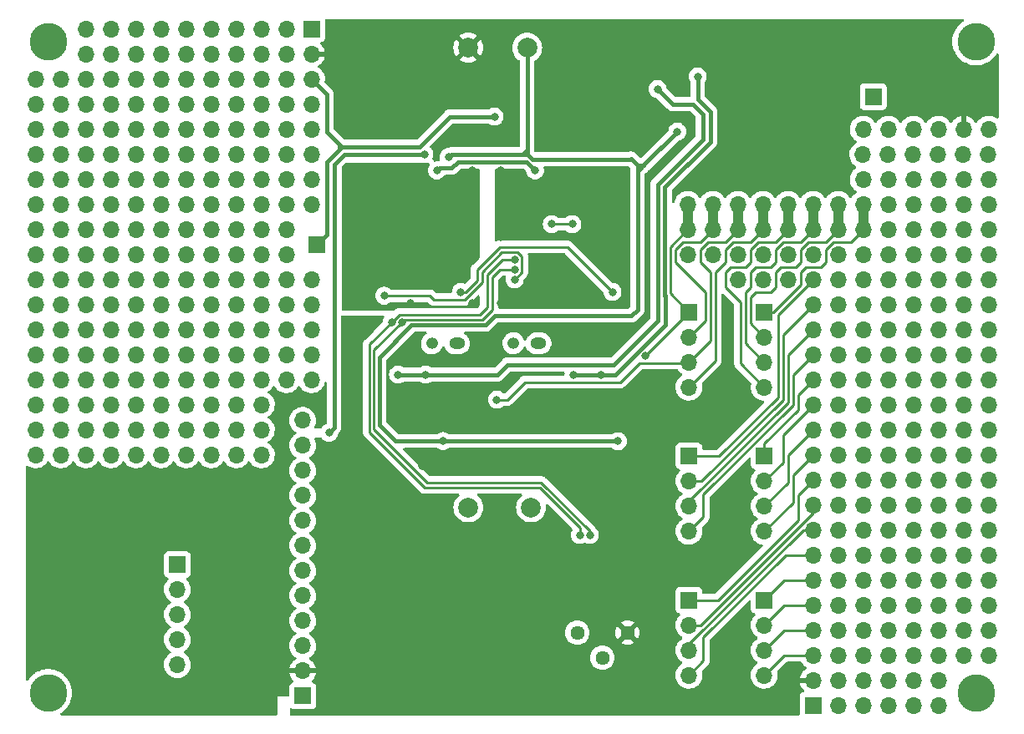
<source format=gbr>
%TF.GenerationSoftware,KiCad,Pcbnew,6.0.2+dfsg-1*%
%TF.CreationDate,2023-07-10T21:48:35-06:00*%
%TF.ProjectId,TestComponents,54657374-436f-46d7-906f-6e656e74732e,rev?*%
%TF.SameCoordinates,PXbf5d420PY621abf0*%
%TF.FileFunction,Copper,L2,Bot*%
%TF.FilePolarity,Positive*%
%FSLAX46Y46*%
G04 Gerber Fmt 4.6, Leading zero omitted, Abs format (unit mm)*
G04 Created by KiCad (PCBNEW 6.0.2+dfsg-1) date 2023-07-10 21:48:35*
%MOMM*%
%LPD*%
G01*
G04 APERTURE LIST*
%TA.AperFunction,ConnectorPad*%
%ADD10C,3.800000*%
%TD*%
%TA.AperFunction,ComponentPad*%
%ADD11C,2.600000*%
%TD*%
%TA.AperFunction,ComponentPad*%
%ADD12R,1.700000X1.700000*%
%TD*%
%TA.AperFunction,ComponentPad*%
%ADD13O,1.700000X1.700000*%
%TD*%
%TA.AperFunction,ComponentPad*%
%ADD14C,2.000000*%
%TD*%
%TA.AperFunction,ComponentPad*%
%ADD15C,1.440000*%
%TD*%
%TA.AperFunction,ComponentPad*%
%ADD16O,1.600000X1.200000*%
%TD*%
%TA.AperFunction,ComponentPad*%
%ADD17O,1.200000X1.200000*%
%TD*%
%TA.AperFunction,ViaPad*%
%ADD18C,0.800000*%
%TD*%
%TA.AperFunction,Conductor*%
%ADD19C,0.400000*%
%TD*%
%TA.AperFunction,Conductor*%
%ADD20C,0.250000*%
%TD*%
%TA.AperFunction,Conductor*%
%ADD21C,1.000000*%
%TD*%
G04 APERTURE END LIST*
D10*
%TO.P,H4,1*%
%TO.N,N/C*%
X-93980000Y-33020000D03*
D11*
X-93980000Y-33020000D03*
%TD*%
D12*
%TO.P,JUT1,1,Pin_1*%
%TO.N,/TestConnectors/UT1_5V*%
X-21462000Y-9015949D03*
D13*
%TO.P,JUT1,2,Pin_2*%
%TO.N,/TestConnectors/UT2_5V*%
X-21462000Y-11555949D03*
%TO.P,JUT1,3,Pin_3*%
%TO.N,/TestConnectors/CAN_H_5V*%
X-21462000Y-14095949D03*
%TO.P,JUT1,4,Pin_4*%
%TO.N,/TestConnectors/CAN_L_5V*%
X-21462000Y-16635949D03*
%TD*%
D12*
%TO.P,JVIN1,1,Pin_1*%
%TO.N,VIN*%
X-10413000Y27432000D03*
%TD*%
D14*
%TO.P,TPGND-1,1,1*%
%TO.N,GND1*%
X-51435000Y32385000D03*
%TD*%
D12*
%TO.P,JAPC1,1,Pin_1*%
%TO.N,/TestConnectors/APCTX_5V*%
X-29082446Y-9015949D03*
D13*
%TO.P,JAPC1,2,Pin_2*%
%TO.N,/TestConnectors/APCRX_5V*%
X-29082446Y-11555949D03*
%TO.P,JAPC1,3,Pin_3*%
%TO.N,/TestConnectors/TX_5V*%
X-29082446Y-14095949D03*
%TO.P,JAPC1,4,Pin_4*%
%TO.N,/TestConnectors/RX_5V*%
X-29082446Y-16635949D03*
%TD*%
D11*
%TO.P,H3,1*%
%TO.N,N/C*%
X-93980000Y33020000D03*
D10*
X-93980000Y33020000D03*
%TD*%
D12*
%TO.P,JADC1,1,Pin_1*%
%TO.N,P1*%
X-29082446Y5589051D03*
D13*
%TO.P,JADC1,2,Pin_2*%
%TO.N,S1*%
X-29082446Y3049051D03*
%TO.P,JADC1,3,Pin_3*%
%TO.N,P2*%
X-29082446Y509051D03*
%TO.P,JADC1,4,Pin_4*%
%TO.N,S2*%
X-29082446Y-2030949D03*
%TD*%
D12*
%TO.P,J2-2,1,Pin_1*%
%TO.N,J-2-1*%
X-21462000Y-23620949D03*
D13*
%TO.P,J2-2,2,Pin_2*%
%TO.N,J-2-2*%
X-21462000Y-26160949D03*
%TO.P,J2-2,3,Pin_3*%
%TO.N,J-2-3*%
X-21462000Y-28700949D03*
%TO.P,J2-2,4,Pin_4*%
%TO.N,J-2-4*%
X-21462000Y-31240949D03*
%TD*%
D10*
%TO.P,H2,1*%
%TO.N,N/C*%
X0Y33020000D03*
D11*
X0Y33020000D03*
%TD*%
D12*
%TO.P,J2-1,1,Pin_1*%
%TO.N,J-1-1*%
X-29082446Y-23620949D03*
D13*
%TO.P,J2-1,2,Pin_2*%
%TO.N,J-1-2*%
X-29082446Y-26160949D03*
%TO.P,J2-1,3,Pin_3*%
%TO.N,J-1-3*%
X-29082446Y-28700949D03*
%TO.P,J2-1,4,Pin_4*%
%TO.N,J-1-4*%
X-29082446Y-31240949D03*
%TD*%
D15*
%TO.P,RV1,1,1*%
%TO.N,1V1*%
X-40386000Y-26924000D03*
%TO.P,RV1,2,2*%
%TO.N,Net-(R9-Pad2)*%
X-37846000Y-29464000D03*
%TO.P,RV1,3,3*%
%TO.N,GND1*%
X-35306000Y-26924000D03*
%TD*%
D12*
%TO.P,B1,1,Pin_1*%
%TO.N,5V3*%
X-16510000Y-34290000D03*
D13*
%TO.P,B1,2,Pin_2*%
%TO.N,unconnected-(B1-Pad2)*%
X-13970000Y-34290000D03*
%TO.P,B1,3,Pin_3*%
%TO.N,unconnected-(B1-Pad3)*%
X-11430000Y-34290000D03*
%TO.P,B1,4,Pin_4*%
%TO.N,unconnected-(B1-Pad4)*%
X-8890000Y-34290000D03*
%TO.P,B1,5,Pin_5*%
%TO.N,unconnected-(B1-Pad5)*%
X-6350000Y-34290000D03*
%TO.P,B1,6,Pin_6*%
%TO.N,unconnected-(B1-Pad6)*%
X-3810000Y-34290000D03*
%TO.P,B1,7,Pin_7*%
%TO.N,GND1*%
X-16510000Y-31750000D03*
%TO.P,B1,8,Pin_8*%
%TO.N,unconnected-(B1-Pad8)*%
X-13970000Y-31750000D03*
%TO.P,B1,9,Pin_9*%
%TO.N,unconnected-(B1-Pad9)*%
X-11430000Y-31750000D03*
%TO.P,B1,10,Pin_10*%
%TO.N,unconnected-(B1-Pad10)*%
X-8890000Y-31750000D03*
%TO.P,B1,11,Pin_11*%
%TO.N,unconnected-(B1-Pad11)*%
X-6350000Y-31750000D03*
%TO.P,B1,12,Pin_12*%
%TO.N,unconnected-(B1-Pad12)*%
X-3810000Y-31750000D03*
%TO.P,B1,13,Pin_13*%
%TO.N,J-2-4*%
X-16510000Y-29210000D03*
%TO.P,B1,14,Pin_14*%
%TO.N,unconnected-(B1-Pad14)*%
X-13970000Y-29210000D03*
%TO.P,B1,15,Pin_15*%
%TO.N,unconnected-(B1-Pad15)*%
X-11430000Y-29210000D03*
%TO.P,B1,16,Pin_16*%
%TO.N,unconnected-(B1-Pad16)*%
X-8890000Y-29210000D03*
%TO.P,B1,17,Pin_17*%
%TO.N,unconnected-(B1-Pad17)*%
X-6350000Y-29210000D03*
%TO.P,B1,18,Pin_18*%
%TO.N,unconnected-(B1-Pad18)*%
X-3810000Y-29210000D03*
%TO.P,B1,19,Pin_19*%
%TO.N,unconnected-(B1-Pad19)*%
X-1270000Y-29210000D03*
%TO.P,B1,20,Pin_20*%
%TO.N,unconnected-(B1-Pad20)*%
X1270000Y-29210000D03*
%TO.P,B1,21,Pin_21*%
%TO.N,J-2-3*%
X-16510000Y-26670000D03*
%TO.P,B1,22,Pin_22*%
%TO.N,unconnected-(B1-Pad22)*%
X-13970000Y-26670000D03*
%TO.P,B1,23,Pin_23*%
%TO.N,unconnected-(B1-Pad23)*%
X-11430000Y-26670000D03*
%TO.P,B1,24,Pin_24*%
%TO.N,unconnected-(B1-Pad24)*%
X-8890000Y-26670000D03*
%TO.P,B1,25,Pin_25*%
%TO.N,unconnected-(B1-Pad25)*%
X-6350000Y-26670000D03*
%TO.P,B1,26,Pin_26*%
%TO.N,unconnected-(B1-Pad26)*%
X-3810000Y-26670000D03*
%TO.P,B1,27,Pin_27*%
%TO.N,unconnected-(B1-Pad27)*%
X-1270000Y-26670000D03*
%TO.P,B1,28,Pin_28*%
%TO.N,unconnected-(B1-Pad28)*%
X1270000Y-26670000D03*
%TO.P,B1,29,Pin_29*%
%TO.N,J-2-2*%
X-16510000Y-24130000D03*
%TO.P,B1,30,Pin_30*%
%TO.N,unconnected-(B1-Pad30)*%
X-13970000Y-24130000D03*
%TO.P,B1,31,Pin_31*%
%TO.N,unconnected-(B1-Pad31)*%
X-11430000Y-24130000D03*
%TO.P,B1,32,Pin_32*%
%TO.N,unconnected-(B1-Pad32)*%
X-8890000Y-24130000D03*
%TO.P,B1,33,Pin_33*%
%TO.N,unconnected-(B1-Pad33)*%
X-6350000Y-24130000D03*
%TO.P,B1,34,Pin_34*%
%TO.N,unconnected-(B1-Pad34)*%
X-3810000Y-24130000D03*
%TO.P,B1,35,Pin_35*%
%TO.N,unconnected-(B1-Pad35)*%
X-1270000Y-24130000D03*
%TO.P,B1,36,Pin_36*%
%TO.N,unconnected-(B1-Pad36)*%
X1270000Y-24130000D03*
%TO.P,B1,37,Pin_37*%
%TO.N,J-2-1*%
X-16510000Y-21590000D03*
%TO.P,B1,38,Pin_38*%
%TO.N,unconnected-(B1-Pad38)*%
X-13970000Y-21590000D03*
%TO.P,B1,39,Pin_39*%
%TO.N,unconnected-(B1-Pad39)*%
X-11430000Y-21590000D03*
%TO.P,B1,40,Pin_40*%
%TO.N,unconnected-(B1-Pad40)*%
X-8890000Y-21590000D03*
%TO.P,B1,41,Pin_41*%
%TO.N,unconnected-(B1-Pad41)*%
X-6350000Y-21590000D03*
%TO.P,B1,42,Pin_42*%
%TO.N,unconnected-(B1-Pad42)*%
X-3810000Y-21590000D03*
%TO.P,B1,43,Pin_43*%
%TO.N,unconnected-(B1-Pad43)*%
X-1270000Y-21590000D03*
%TO.P,B1,44,Pin_44*%
%TO.N,unconnected-(B1-Pad44)*%
X1270000Y-21590000D03*
%TO.P,B1,45,Pin_45*%
%TO.N,J-1-4*%
X-16510000Y-19050000D03*
%TO.P,B1,46,Pin_46*%
%TO.N,unconnected-(B1-Pad46)*%
X-13970000Y-19050000D03*
%TO.P,B1,47,Pin_47*%
%TO.N,unconnected-(B1-Pad47)*%
X-11430000Y-19050000D03*
%TO.P,B1,48,Pin_48*%
%TO.N,unconnected-(B1-Pad48)*%
X-8890000Y-19050000D03*
%TO.P,B1,49,Pin_49*%
%TO.N,unconnected-(B1-Pad49)*%
X-6350000Y-19050000D03*
%TO.P,B1,50,Pin_50*%
%TO.N,unconnected-(B1-Pad50)*%
X-3810000Y-19050000D03*
%TO.P,B1,51,Pin_51*%
%TO.N,unconnected-(B1-Pad51)*%
X-1270000Y-19050000D03*
%TO.P,B1,52,Pin_52*%
%TO.N,unconnected-(B1-Pad52)*%
X1270000Y-19050000D03*
%TO.P,B1,53,Pin_53*%
%TO.N,J-1-3*%
X-16510000Y-16510000D03*
%TO.P,B1,54,Pin_54*%
%TO.N,unconnected-(B1-Pad54)*%
X-13970000Y-16510000D03*
%TO.P,B1,55,Pin_55*%
%TO.N,unconnected-(B1-Pad55)*%
X-11430000Y-16510000D03*
%TO.P,B1,56,Pin_56*%
%TO.N,unconnected-(B1-Pad56)*%
X-8890000Y-16510000D03*
%TO.P,B1,57,Pin_57*%
%TO.N,unconnected-(B1-Pad57)*%
X-6350000Y-16510000D03*
%TO.P,B1,58,Pin_58*%
%TO.N,unconnected-(B1-Pad58)*%
X-3810000Y-16510000D03*
%TO.P,B1,59,Pin_59*%
%TO.N,unconnected-(B1-Pad59)*%
X-1270000Y-16510000D03*
%TO.P,B1,60,Pin_60*%
%TO.N,unconnected-(B1-Pad60)*%
X1270000Y-16510000D03*
%TO.P,B1,61,Pin_61*%
%TO.N,J-1-2*%
X-16510000Y-13970000D03*
%TO.P,B1,62,Pin_62*%
%TO.N,unconnected-(B1-Pad62)*%
X-13970000Y-13970000D03*
%TO.P,B1,63,Pin_63*%
%TO.N,unconnected-(B1-Pad63)*%
X-11430000Y-13970000D03*
%TO.P,B1,64,Pin_64*%
%TO.N,unconnected-(B1-Pad64)*%
X-8890000Y-13970000D03*
%TO.P,B1,65,Pin_65*%
%TO.N,unconnected-(B1-Pad65)*%
X-6350000Y-13970000D03*
%TO.P,B1,66,Pin_66*%
%TO.N,unconnected-(B1-Pad66)*%
X-3810000Y-13970000D03*
%TO.P,B1,67,Pin_67*%
%TO.N,unconnected-(B1-Pad67)*%
X-1270000Y-13970000D03*
%TO.P,B1,68,Pin_68*%
%TO.N,unconnected-(B1-Pad68)*%
X1270000Y-13970000D03*
%TO.P,B1,69,Pin_69*%
%TO.N,J-1-1*%
X-16510000Y-11430000D03*
%TO.P,B1,70,Pin_70*%
%TO.N,unconnected-(B1-Pad70)*%
X-13970000Y-11430000D03*
%TO.P,B1,71,Pin_71*%
%TO.N,unconnected-(B1-Pad71)*%
X-11430000Y-11430000D03*
%TO.P,B1,72,Pin_72*%
%TO.N,unconnected-(B1-Pad72)*%
X-8890000Y-11430000D03*
%TO.P,B1,73,Pin_73*%
%TO.N,unconnected-(B1-Pad73)*%
X-6350000Y-11430000D03*
%TO.P,B1,74,Pin_74*%
%TO.N,unconnected-(B1-Pad74)*%
X-3810000Y-11430000D03*
%TO.P,B1,75,Pin_75*%
%TO.N,unconnected-(B1-Pad75)*%
X-1270000Y-11430000D03*
%TO.P,B1,76,Pin_76*%
%TO.N,unconnected-(B1-Pad76)*%
X1270000Y-11430000D03*
%TO.P,B1,77,Pin_77*%
%TO.N,/TestConnectors/CAN_L_5V*%
X-16510000Y-8890000D03*
%TO.P,B1,78,Pin_78*%
%TO.N,unconnected-(B1-Pad78)*%
X-13970000Y-8890000D03*
%TO.P,B1,79,Pin_79*%
%TO.N,unconnected-(B1-Pad79)*%
X-11430000Y-8890000D03*
%TO.P,B1,80,Pin_80*%
%TO.N,unconnected-(B1-Pad80)*%
X-8890000Y-8890000D03*
%TO.P,B1,81,Pin_81*%
%TO.N,unconnected-(B1-Pad81)*%
X-6350000Y-8890000D03*
%TO.P,B1,82,Pin_82*%
%TO.N,unconnected-(B1-Pad82)*%
X-3810000Y-8890000D03*
%TO.P,B1,83,Pin_83*%
%TO.N,unconnected-(B1-Pad83)*%
X-1270000Y-8890000D03*
%TO.P,B1,84,Pin_84*%
%TO.N,unconnected-(B1-Pad84)*%
X1270000Y-8890000D03*
%TO.P,B1,85,Pin_85*%
%TO.N,/TestConnectors/CAN_H_5V*%
X-16510000Y-6350000D03*
%TO.P,B1,86,Pin_86*%
%TO.N,unconnected-(B1-Pad86)*%
X-13970000Y-6350000D03*
%TO.P,B1,87,Pin_87*%
%TO.N,unconnected-(B1-Pad87)*%
X-11430000Y-6350000D03*
%TO.P,B1,88,Pin_88*%
%TO.N,unconnected-(B1-Pad88)*%
X-8890000Y-6350000D03*
%TO.P,B1,89,Pin_89*%
%TO.N,unconnected-(B1-Pad89)*%
X-6350000Y-6350000D03*
%TO.P,B1,90,Pin_90*%
%TO.N,unconnected-(B1-Pad90)*%
X-3810000Y-6350000D03*
%TO.P,B1,91,Pin_91*%
%TO.N,unconnected-(B1-Pad91)*%
X-1270000Y-6350000D03*
%TO.P,B1,92,Pin_92*%
%TO.N,unconnected-(B1-Pad92)*%
X1270000Y-6350000D03*
%TO.P,B1,93,Pin_93*%
%TO.N,/TestConnectors/UT2_5V*%
X-16510000Y-3810000D03*
%TO.P,B1,94,Pin_94*%
%TO.N,unconnected-(B1-Pad94)*%
X-13970000Y-3810000D03*
%TO.P,B1,95,Pin_95*%
%TO.N,unconnected-(B1-Pad95)*%
X-11430000Y-3810000D03*
%TO.P,B1,96,Pin_96*%
%TO.N,unconnected-(B1-Pad96)*%
X-8890000Y-3810000D03*
%TO.P,B1,97,Pin_97*%
%TO.N,unconnected-(B1-Pad97)*%
X-6350000Y-3810000D03*
%TO.P,B1,98,Pin_98*%
%TO.N,unconnected-(B1-Pad98)*%
X-3810000Y-3810000D03*
%TO.P,B1,99,Pin_99*%
%TO.N,unconnected-(B1-Pad99)*%
X-1270000Y-3810000D03*
%TO.P,B1,100,Pin_100*%
%TO.N,unconnected-(B1-Pad100)*%
X1270000Y-3810000D03*
%TO.P,B1,101,Pin_101*%
%TO.N,/TestConnectors/UT1_5V*%
X-16510000Y-1270000D03*
%TO.P,B1,102,Pin_102*%
%TO.N,unconnected-(B1-Pad102)*%
X-13970000Y-1270000D03*
%TO.P,B1,103,Pin_103*%
%TO.N,unconnected-(B1-Pad103)*%
X-11430000Y-1270000D03*
%TO.P,B1,104,Pin_104*%
%TO.N,unconnected-(B1-Pad104)*%
X-8890000Y-1270000D03*
%TO.P,B1,105,Pin_105*%
%TO.N,unconnected-(B1-Pad105)*%
X-6350000Y-1270000D03*
%TO.P,B1,106,Pin_106*%
%TO.N,unconnected-(B1-Pad106)*%
X-3810000Y-1270000D03*
%TO.P,B1,107,Pin_107*%
%TO.N,unconnected-(B1-Pad107)*%
X-1270000Y-1270000D03*
%TO.P,B1,108,Pin_108*%
%TO.N,unconnected-(B1-Pad108)*%
X1270000Y-1270000D03*
%TO.P,B1,109,Pin_109*%
%TO.N,/TestConnectors/RX_5V*%
X-16510000Y1270000D03*
%TO.P,B1,110,Pin_110*%
%TO.N,unconnected-(B1-Pad110)*%
X-13970000Y1270000D03*
%TO.P,B1,111,Pin_111*%
%TO.N,unconnected-(B1-Pad111)*%
X-11430000Y1270000D03*
%TO.P,B1,112,Pin_112*%
%TO.N,unconnected-(B1-Pad112)*%
X-8890000Y1270000D03*
%TO.P,B1,113,Pin_113*%
%TO.N,unconnected-(B1-Pad113)*%
X-6350000Y1270000D03*
%TO.P,B1,114,Pin_114*%
%TO.N,unconnected-(B1-Pad114)*%
X-3810000Y1270000D03*
%TO.P,B1,115,Pin_115*%
%TO.N,unconnected-(B1-Pad115)*%
X-1270000Y1270000D03*
%TO.P,B1,116,Pin_116*%
%TO.N,unconnected-(B1-Pad116)*%
X1270000Y1270000D03*
%TO.P,B1,117,Pin_117*%
%TO.N,/TestConnectors/TX_5V*%
X-16510000Y3810000D03*
%TO.P,B1,118,Pin_118*%
%TO.N,unconnected-(B1-Pad118)*%
X-13970000Y3810000D03*
%TO.P,B1,119,Pin_119*%
%TO.N,unconnected-(B1-Pad119)*%
X-11430000Y3810000D03*
%TO.P,B1,120,Pin_120*%
%TO.N,unconnected-(B1-Pad120)*%
X-8890000Y3810000D03*
%TO.P,B1,121,Pin_121*%
%TO.N,unconnected-(B1-Pad121)*%
X-6350000Y3810000D03*
%TO.P,B1,122,Pin_122*%
%TO.N,unconnected-(B1-Pad122)*%
X-3810000Y3810000D03*
%TO.P,B1,123,Pin_123*%
%TO.N,unconnected-(B1-Pad123)*%
X-1270000Y3810000D03*
%TO.P,B1,124,Pin_124*%
%TO.N,unconnected-(B1-Pad124)*%
X1270000Y3810000D03*
%TO.P,B1,125,Pin_125*%
%TO.N,/TestConnectors/APCRX_5V*%
X-16510000Y6350000D03*
%TO.P,B1,126,Pin_126*%
%TO.N,unconnected-(B1-Pad126)*%
X-13970000Y6350000D03*
%TO.P,B1,127,Pin_127*%
%TO.N,unconnected-(B1-Pad127)*%
X-11430000Y6350000D03*
%TO.P,B1,128,Pin_128*%
%TO.N,unconnected-(B1-Pad128)*%
X-8890000Y6350000D03*
%TO.P,B1,129,Pin_129*%
%TO.N,unconnected-(B1-Pad129)*%
X-6350000Y6350000D03*
%TO.P,B1,130,Pin_130*%
%TO.N,unconnected-(B1-Pad130)*%
X-3810000Y6350000D03*
%TO.P,B1,131,Pin_131*%
%TO.N,unconnected-(B1-Pad131)*%
X-1270000Y6350000D03*
%TO.P,B1,132,Pin_132*%
%TO.N,unconnected-(B1-Pad132)*%
X1270000Y6350000D03*
%TO.P,B1,133,Pin_133*%
%TO.N,unconnected-(B1-Pad133)*%
X-24130000Y8890000D03*
%TO.P,B1,134,Pin_134*%
%TO.N,unconnected-(B1-Pad134)*%
X-21590000Y8890000D03*
%TO.P,B1,135,Pin_135*%
%TO.N,unconnected-(B1-Pad135)*%
X-19050000Y8890000D03*
%TO.P,B1,136,Pin_136*%
%TO.N,/TestConnectors/APCTX_5V*%
X-16510000Y8890000D03*
%TO.P,B1,137,Pin_137*%
%TO.N,unconnected-(B1-Pad137)*%
X-13970000Y8890000D03*
%TO.P,B1,138,Pin_138*%
%TO.N,unconnected-(B1-Pad138)*%
X-11430000Y8890000D03*
%TO.P,B1,139,Pin_139*%
%TO.N,unconnected-(B1-Pad139)*%
X-8890000Y8890000D03*
%TO.P,B1,140,Pin_140*%
%TO.N,unconnected-(B1-Pad140)*%
X-6350000Y8890000D03*
%TO.P,B1,141,Pin_141*%
%TO.N,unconnected-(B1-Pad141)*%
X-3810000Y8890000D03*
%TO.P,B1,142,Pin_142*%
%TO.N,unconnected-(B1-Pad142)*%
X-1270000Y8890000D03*
%TO.P,B1,143,Pin_143*%
%TO.N,unconnected-(B1-Pad143)*%
X1270000Y8890000D03*
%TO.P,B1,144,Pin_144*%
%TO.N,unconnected-(B1-Pad144)*%
X-29210000Y11430000D03*
%TO.P,B1,145,Pin_145*%
%TO.N,unconnected-(B1-Pad145)*%
X-26670000Y11430000D03*
%TO.P,B1,146,Pin_146*%
%TO.N,unconnected-(B1-Pad146)*%
X-24130000Y11430000D03*
%TO.P,B1,147,Pin_147*%
%TO.N,unconnected-(B1-Pad147)*%
X-21590000Y11430000D03*
%TO.P,B1,148,Pin_148*%
%TO.N,unconnected-(B1-Pad148)*%
X-19050000Y11430000D03*
%TO.P,B1,149,Pin_149*%
%TO.N,unconnected-(B1-Pad149)*%
X-16510000Y11430000D03*
%TO.P,B1,150,Pin_150*%
%TO.N,unconnected-(B1-Pad150)*%
X-13970000Y11430000D03*
%TO.P,B1,151,Pin_151*%
%TO.N,unconnected-(B1-Pad151)*%
X-11430000Y11430000D03*
%TO.P,B1,152,Pin_152*%
%TO.N,unconnected-(B1-Pad152)*%
X-8890000Y11430000D03*
%TO.P,B1,153,Pin_153*%
%TO.N,unconnected-(B1-Pad153)*%
X-6350000Y11430000D03*
%TO.P,B1,154,Pin_154*%
%TO.N,unconnected-(B1-Pad154)*%
X-3810000Y11430000D03*
%TO.P,B1,155,Pin_155*%
%TO.N,unconnected-(B1-Pad155)*%
X-1270000Y11430000D03*
%TO.P,B1,156,Pin_156*%
%TO.N,unconnected-(B1-Pad156)*%
X1270000Y11430000D03*
%TO.P,B1,157,Pin_157*%
%TO.N,P1*%
X-29210000Y13970000D03*
%TO.P,B1,158,Pin_158*%
%TO.N,S1*%
X-26670000Y13970000D03*
%TO.P,B1,159,Pin_159*%
%TO.N,P2*%
X-24130000Y13970000D03*
%TO.P,B1,160,Pin_160*%
%TO.N,S2*%
X-21590000Y13970000D03*
%TO.P,B1,161,Pin_161*%
%TO.N,/TestConnectors/CLK2_5V*%
X-19050000Y13970000D03*
%TO.P,B1,162,Pin_162*%
%TO.N,/TestConnectors/GAIN_5V*%
X-16510000Y13970000D03*
%TO.P,B1,163,Pin_163*%
%TO.N,/TestConnectors/ST_5V*%
X-13970000Y13970000D03*
%TO.P,B1,164,Pin_164*%
%TO.N,/TestConnectors/CLK1_5V*%
X-11430000Y13970000D03*
%TO.P,B1,165,Pin_165*%
%TO.N,unconnected-(B1-Pad165)*%
X-8890000Y13970000D03*
%TO.P,B1,166,Pin_166*%
%TO.N,unconnected-(B1-Pad166)*%
X-6350000Y13970000D03*
%TO.P,B1,167,Pin_167*%
%TO.N,unconnected-(B1-Pad167)*%
X-3810000Y13970000D03*
%TO.P,B1,168,Pin_168*%
%TO.N,unconnected-(B1-Pad168)*%
X-1270000Y13970000D03*
%TO.P,B1,169,Pin_169*%
%TO.N,unconnected-(B1-Pad169)*%
X1270000Y13970000D03*
%TO.P,B1,170,Pin_170*%
%TO.N,P1*%
X-29210000Y16510000D03*
%TO.P,B1,171,Pin_171*%
%TO.N,S1*%
X-26670000Y16510000D03*
%TO.P,B1,172,Pin_172*%
%TO.N,P2*%
X-24130000Y16510000D03*
%TO.P,B1,173,Pin_173*%
%TO.N,S2*%
X-21590000Y16510000D03*
%TO.P,B1,174,Pin_174*%
%TO.N,/TestConnectors/CLK2_5V*%
X-19050000Y16510000D03*
%TO.P,B1,175,Pin_175*%
%TO.N,/TestConnectors/GAIN_5V*%
X-16510000Y16510000D03*
%TO.P,B1,176,Pin_176*%
%TO.N,/TestConnectors/ST_5V*%
X-13970000Y16510000D03*
%TO.P,B1,177,Pin_177*%
%TO.N,/TestConnectors/CLK1_5V*%
X-11430000Y16510000D03*
%TO.P,B1,178,Pin_178*%
%TO.N,unconnected-(B1-Pad178)*%
X-8890000Y16510000D03*
%TO.P,B1,179,Pin_179*%
%TO.N,unconnected-(B1-Pad179)*%
X-6350000Y16510000D03*
%TO.P,B1,180,Pin_180*%
%TO.N,unconnected-(B1-Pad180)*%
X-3810000Y16510000D03*
%TO.P,B1,181,Pin_181*%
%TO.N,unconnected-(B1-Pad181)*%
X-1270000Y16510000D03*
%TO.P,B1,182,Pin_182*%
%TO.N,unconnected-(B1-Pad182)*%
X1270000Y16510000D03*
%TO.P,B1,183,Pin_183*%
%TO.N,unconnected-(B1-Pad183)*%
X-11430000Y19050000D03*
%TO.P,B1,184,Pin_184*%
%TO.N,unconnected-(B1-Pad184)*%
X-8890000Y19050000D03*
%TO.P,B1,185,Pin_185*%
%TO.N,unconnected-(B1-Pad185)*%
X-6350000Y19050000D03*
%TO.P,B1,186,Pin_186*%
%TO.N,unconnected-(B1-Pad186)*%
X-3810000Y19050000D03*
%TO.P,B1,187,Pin_187*%
%TO.N,unconnected-(B1-Pad187)*%
X-1270000Y19050000D03*
%TO.P,B1,188,Pin_188*%
%TO.N,unconnected-(B1-Pad188)*%
X1270000Y19050000D03*
%TO.P,B1,189,Pin_189*%
%TO.N,unconnected-(B1-Pad189)*%
X-11463338Y21555716D03*
%TO.P,B1,190,Pin_190*%
%TO.N,unconnected-(B1-Pad190)*%
X-8923338Y21555716D03*
%TO.P,B1,191,Pin_191*%
%TO.N,unconnected-(B1-Pad191)*%
X-6383338Y21555716D03*
%TO.P,B1,192,Pin_192*%
%TO.N,unconnected-(B1-Pad192)*%
X-3843338Y21555716D03*
%TO.P,B1,193,Pin_193*%
%TO.N,unconnected-(B1-Pad193)*%
X-1303338Y21555716D03*
%TO.P,B1,194,Pin_194*%
%TO.N,unconnected-(B1-Pad194)*%
X1236662Y21555716D03*
%TO.P,B1,195,Pin_195*%
%TO.N,unconnected-(B1-Pad195)*%
X-11430000Y24130000D03*
%TO.P,B1,196,Pin_196*%
%TO.N,unconnected-(B1-Pad196)*%
X-8890000Y24130000D03*
%TO.P,B1,197,Pin_197*%
%TO.N,unconnected-(B1-Pad197)*%
X-6350000Y24130000D03*
%TO.P,B1,198,Pin_198*%
%TO.N,unconnected-(B1-Pad198)*%
X-3810000Y24130000D03*
%TO.P,B1,199,Pin_199*%
%TO.N,GND1*%
X-1270000Y24130000D03*
%TO.P,B1,200,Pin_200*%
%TO.N,VIN*%
X1270000Y24130000D03*
%TD*%
D14*
%TO.P,TPV5,1,1*%
%TO.N,V_{AREF}*%
X-45466000Y32385000D03*
%TD*%
D12*
%TO.P,JGPS1,1,Pin_1*%
%TO.N,/TestConnectors/GPS_5V*%
X-80899000Y-20010000D03*
D13*
%TO.P,JGPS1,2,Pin_2*%
%TO.N,/TestConnectors/GPS_GND*%
X-80899000Y-22550000D03*
%TO.P,JGPS1,3,Pin_3*%
%TO.N,/TestConnectors/GPSRX_5V*%
X-80899000Y-25090000D03*
%TO.P,JGPS1,4,Pin_4*%
%TO.N,/TestConnectors/GPSTX_5V*%
X-80899000Y-27630000D03*
%TO.P,JGPS1,5,Pin_5*%
%TO.N,/TestConnectors/PPS_5V*%
X-80899000Y-30170000D03*
%TD*%
D12*
%TO.P,B2,1,Pin_1*%
%TO.N,5V3*%
X-67310000Y34290000D03*
D13*
%TO.P,B2,2,Pin_2*%
%TO.N,unconnected-(B2-Pad2)*%
X-69850000Y34290000D03*
%TO.P,B2,3,Pin_3*%
%TO.N,unconnected-(B2-Pad3)*%
X-72390000Y34290000D03*
%TO.P,B2,4,Pin_4*%
%TO.N,unconnected-(B2-Pad4)*%
X-74930000Y34290000D03*
%TO.P,B2,5,Pin_5*%
%TO.N,unconnected-(B2-Pad5)*%
X-77470000Y34290000D03*
%TO.P,B2,6,Pin_6*%
%TO.N,unconnected-(B2-Pad6)*%
X-80010000Y34290000D03*
%TO.P,B2,7,Pin_7*%
%TO.N,unconnected-(B2-Pad7)*%
X-82550000Y34290000D03*
%TO.P,B2,8,Pin_8*%
%TO.N,unconnected-(B2-Pad8)*%
X-85090000Y34290000D03*
%TO.P,B2,9,Pin_9*%
%TO.N,unconnected-(B2-Pad9)*%
X-87630000Y34290000D03*
%TO.P,B2,10,Pin_10*%
%TO.N,unconnected-(B2-Pad10)*%
X-90170000Y34290000D03*
%TO.P,B2,11,Pin_11*%
%TO.N,GND1*%
X-67310000Y31750000D03*
%TO.P,B2,12,Pin_12*%
%TO.N,unconnected-(B2-Pad12)*%
X-69850000Y31750000D03*
%TO.P,B2,13,Pin_13*%
%TO.N,unconnected-(B2-Pad13)*%
X-72390000Y31750000D03*
%TO.P,B2,14,Pin_14*%
%TO.N,unconnected-(B2-Pad14)*%
X-74930000Y31750000D03*
%TO.P,B2,15,Pin_15*%
%TO.N,unconnected-(B2-Pad15)*%
X-77470000Y31750000D03*
%TO.P,B2,16,Pin_16*%
%TO.N,unconnected-(B2-Pad16)*%
X-80010000Y31750000D03*
%TO.P,B2,17,Pin_17*%
%TO.N,unconnected-(B2-Pad17)*%
X-82550000Y31750000D03*
%TO.P,B2,18,Pin_18*%
%TO.N,unconnected-(B2-Pad18)*%
X-85090000Y31750000D03*
%TO.P,B2,19,Pin_19*%
%TO.N,unconnected-(B2-Pad19)*%
X-87630000Y31750000D03*
%TO.P,B2,20,Pin_20*%
%TO.N,unconnected-(B2-Pad20)*%
X-90170000Y31750000D03*
%TO.P,B2,21,Pin_21*%
%TO.N,3V1*%
X-67310000Y29210000D03*
%TO.P,B2,22,Pin_22*%
%TO.N,unconnected-(B2-Pad22)*%
X-69850000Y29210000D03*
%TO.P,B2,23,Pin_23*%
%TO.N,unconnected-(B2-Pad23)*%
X-72390000Y29210000D03*
%TO.P,B2,24,Pin_24*%
%TO.N,unconnected-(B2-Pad24)*%
X-74930000Y29210000D03*
%TO.P,B2,25,Pin_25*%
%TO.N,unconnected-(B2-Pad25)*%
X-77470000Y29210000D03*
%TO.P,B2,26,Pin_26*%
%TO.N,unconnected-(B2-Pad26)*%
X-80010000Y29210000D03*
%TO.P,B2,27,Pin_27*%
%TO.N,unconnected-(B2-Pad27)*%
X-82550000Y29210000D03*
%TO.P,B2,28,Pin_28*%
%TO.N,unconnected-(B2-Pad28)*%
X-85090000Y29210000D03*
%TO.P,B2,29,Pin_29*%
%TO.N,unconnected-(B2-Pad29)*%
X-87630000Y29210000D03*
%TO.P,B2,30,Pin_30*%
%TO.N,unconnected-(B2-Pad30)*%
X-90170000Y29210000D03*
%TO.P,B2,31,Pin_31*%
%TO.N,unconnected-(B2-Pad31)*%
X-92710000Y29210000D03*
%TO.P,B2,32,Pin_32*%
%TO.N,unconnected-(B2-Pad32)*%
X-95250000Y29210000D03*
%TO.P,B2,33,Pin_33*%
%TO.N,unconnected-(B2-Pad33)*%
X-67310000Y26670000D03*
%TO.P,B2,34,Pin_34*%
%TO.N,unconnected-(B2-Pad34)*%
X-69850000Y26670000D03*
%TO.P,B2,35,Pin_35*%
%TO.N,unconnected-(B2-Pad35)*%
X-72390000Y26670000D03*
%TO.P,B2,36,Pin_36*%
%TO.N,unconnected-(B2-Pad36)*%
X-74930000Y26670000D03*
%TO.P,B2,37,Pin_37*%
%TO.N,unconnected-(B2-Pad37)*%
X-77470000Y26670000D03*
%TO.P,B2,38,Pin_38*%
%TO.N,unconnected-(B2-Pad38)*%
X-80010000Y26670000D03*
%TO.P,B2,39,Pin_39*%
%TO.N,unconnected-(B2-Pad39)*%
X-82550000Y26670000D03*
%TO.P,B2,40,Pin_40*%
%TO.N,unconnected-(B2-Pad40)*%
X-85090000Y26670000D03*
%TO.P,B2,41,Pin_41*%
%TO.N,unconnected-(B2-Pad41)*%
X-87630000Y26670000D03*
%TO.P,B2,42,Pin_42*%
%TO.N,unconnected-(B2-Pad42)*%
X-90170000Y26670000D03*
%TO.P,B2,43,Pin_43*%
%TO.N,unconnected-(B2-Pad43)*%
X-92710000Y26670000D03*
%TO.P,B2,44,Pin_44*%
%TO.N,unconnected-(B2-Pad44)*%
X-95250000Y26670000D03*
%TO.P,B2,45,Pin_45*%
%TO.N,unconnected-(B2-Pad45)*%
X-67310000Y24130000D03*
%TO.P,B2,46,Pin_46*%
%TO.N,unconnected-(B2-Pad46)*%
X-69850000Y24130000D03*
%TO.P,B2,47,Pin_47*%
%TO.N,unconnected-(B2-Pad47)*%
X-72390000Y24130000D03*
%TO.P,B2,48,Pin_48*%
%TO.N,unconnected-(B2-Pad48)*%
X-74930000Y24130000D03*
%TO.P,B2,49,Pin_49*%
%TO.N,unconnected-(B2-Pad49)*%
X-77470000Y24130000D03*
%TO.P,B2,50,Pin_50*%
%TO.N,unconnected-(B2-Pad50)*%
X-80010000Y24130000D03*
%TO.P,B2,51,Pin_51*%
%TO.N,unconnected-(B2-Pad51)*%
X-82550000Y24130000D03*
%TO.P,B2,52,Pin_52*%
%TO.N,unconnected-(B2-Pad52)*%
X-85090000Y24130000D03*
%TO.P,B2,53,Pin_53*%
%TO.N,unconnected-(B2-Pad53)*%
X-87630000Y24130000D03*
%TO.P,B2,54,Pin_54*%
%TO.N,unconnected-(B2-Pad54)*%
X-90170000Y24130000D03*
%TO.P,B2,55,Pin_55*%
%TO.N,unconnected-(B2-Pad55)*%
X-92710000Y24130000D03*
%TO.P,B2,56,Pin_56*%
%TO.N,unconnected-(B2-Pad56)*%
X-95250000Y24130000D03*
%TO.P,B2,57,Pin_57*%
%TO.N,unconnected-(B2-Pad57)*%
X-67310000Y21590000D03*
%TO.P,B2,58,Pin_58*%
%TO.N,unconnected-(B2-Pad58)*%
X-69850000Y21590000D03*
%TO.P,B2,59,Pin_59*%
%TO.N,unconnected-(B2-Pad59)*%
X-72390000Y21590000D03*
%TO.P,B2,60,Pin_60*%
%TO.N,unconnected-(B2-Pad60)*%
X-74930000Y21590000D03*
%TO.P,B2,61,Pin_61*%
%TO.N,unconnected-(B2-Pad61)*%
X-77470000Y21590000D03*
%TO.P,B2,62,Pin_62*%
%TO.N,unconnected-(B2-Pad62)*%
X-80010000Y21590000D03*
%TO.P,B2,63,Pin_63*%
%TO.N,unconnected-(B2-Pad63)*%
X-82550000Y21590000D03*
%TO.P,B2,64,Pin_64*%
%TO.N,unconnected-(B2-Pad64)*%
X-85090000Y21590000D03*
%TO.P,B2,65,Pin_65*%
%TO.N,unconnected-(B2-Pad65)*%
X-87630000Y21590000D03*
%TO.P,B2,66,Pin_66*%
%TO.N,unconnected-(B2-Pad66)*%
X-90170000Y21590000D03*
%TO.P,B2,67,Pin_67*%
%TO.N,unconnected-(B2-Pad67)*%
X-92710000Y21590000D03*
%TO.P,B2,68,Pin_68*%
%TO.N,unconnected-(B2-Pad68)*%
X-95250000Y21590000D03*
%TO.P,B2,69,Pin_69*%
%TO.N,unconnected-(B2-Pad69)*%
X-67310000Y19050000D03*
%TO.P,B2,70,Pin_70*%
%TO.N,unconnected-(B2-Pad70)*%
X-69850000Y19050000D03*
%TO.P,B2,71,Pin_71*%
%TO.N,unconnected-(B2-Pad71)*%
X-72390000Y19050000D03*
%TO.P,B2,72,Pin_72*%
%TO.N,unconnected-(B2-Pad72)*%
X-74930000Y19050000D03*
%TO.P,B2,73,Pin_73*%
%TO.N,unconnected-(B2-Pad73)*%
X-77470000Y19050000D03*
%TO.P,B2,74,Pin_74*%
%TO.N,unconnected-(B2-Pad74)*%
X-80010000Y19050000D03*
%TO.P,B2,75,Pin_75*%
%TO.N,unconnected-(B2-Pad75)*%
X-82550000Y19050000D03*
%TO.P,B2,76,Pin_76*%
%TO.N,unconnected-(B2-Pad76)*%
X-85090000Y19050000D03*
%TO.P,B2,77,Pin_77*%
%TO.N,unconnected-(B2-Pad77)*%
X-87630000Y19050000D03*
%TO.P,B2,78,Pin_78*%
%TO.N,unconnected-(B2-Pad78)*%
X-90170000Y19050000D03*
%TO.P,B2,79,Pin_79*%
%TO.N,unconnected-(B2-Pad79)*%
X-92710000Y19050000D03*
%TO.P,B2,80,Pin_80*%
%TO.N,unconnected-(B2-Pad80)*%
X-95250000Y19050000D03*
%TO.P,B2,81,Pin_81*%
%TO.N,unconnected-(B2-Pad81)*%
X-67310000Y16510000D03*
%TO.P,B2,82,Pin_82*%
%TO.N,unconnected-(B2-Pad82)*%
X-69850000Y16510000D03*
%TO.P,B2,83,Pin_83*%
%TO.N,unconnected-(B2-Pad83)*%
X-72390000Y16510000D03*
%TO.P,B2,84,Pin_84*%
%TO.N,unconnected-(B2-Pad84)*%
X-74930000Y16510000D03*
%TO.P,B2,85,Pin_85*%
%TO.N,unconnected-(B2-Pad85)*%
X-77470000Y16510000D03*
%TO.P,B2,86,Pin_86*%
%TO.N,unconnected-(B2-Pad86)*%
X-80010000Y16510000D03*
%TO.P,B2,87,Pin_87*%
%TO.N,unconnected-(B2-Pad87)*%
X-82550000Y16510000D03*
%TO.P,B2,88,Pin_88*%
%TO.N,unconnected-(B2-Pad88)*%
X-85090000Y16510000D03*
%TO.P,B2,89,Pin_89*%
%TO.N,unconnected-(B2-Pad89)*%
X-87630000Y16510000D03*
%TO.P,B2,90,Pin_90*%
%TO.N,unconnected-(B2-Pad90)*%
X-90170000Y16510000D03*
%TO.P,B2,91,Pin_91*%
%TO.N,unconnected-(B2-Pad91)*%
X-92710000Y16510000D03*
%TO.P,B2,92,Pin_92*%
%TO.N,unconnected-(B2-Pad92)*%
X-95250000Y16510000D03*
%TO.P,B2,93,Pin_93*%
%TO.N,unconnected-(B2-Pad93)*%
X-69850000Y13970000D03*
%TO.P,B2,94,Pin_94*%
%TO.N,unconnected-(B2-Pad94)*%
X-72390000Y13970000D03*
%TO.P,B2,95,Pin_95*%
%TO.N,unconnected-(B2-Pad95)*%
X-74930000Y13970000D03*
%TO.P,B2,96,Pin_96*%
%TO.N,unconnected-(B2-Pad96)*%
X-77470000Y13970000D03*
%TO.P,B2,97,Pin_97*%
%TO.N,unconnected-(B2-Pad97)*%
X-80010000Y13970000D03*
%TO.P,B2,98,Pin_98*%
%TO.N,unconnected-(B2-Pad98)*%
X-82550000Y13970000D03*
%TO.P,B2,99,Pin_99*%
%TO.N,unconnected-(B2-Pad99)*%
X-85090000Y13970000D03*
%TO.P,B2,100,Pin_100*%
%TO.N,unconnected-(B2-Pad100)*%
X-87630000Y13970000D03*
%TO.P,B2,101,Pin_101*%
%TO.N,unconnected-(B2-Pad101)*%
X-90170000Y13970000D03*
%TO.P,B2,102,Pin_102*%
%TO.N,unconnected-(B2-Pad102)*%
X-92710000Y13970000D03*
%TO.P,B2,103,Pin_103*%
%TO.N,unconnected-(B2-Pad103)*%
X-95250000Y13970000D03*
%TO.P,B2,104,Pin_104*%
%TO.N,unconnected-(B2-Pad104)*%
X-69850000Y11430000D03*
%TO.P,B2,105,Pin_105*%
%TO.N,unconnected-(B2-Pad105)*%
X-72390000Y11430000D03*
%TO.P,B2,106,Pin_106*%
%TO.N,unconnected-(B2-Pad106)*%
X-74930000Y11430000D03*
%TO.P,B2,107,Pin_107*%
%TO.N,unconnected-(B2-Pad107)*%
X-77470000Y11430000D03*
%TO.P,B2,108,Pin_108*%
%TO.N,unconnected-(B2-Pad108)*%
X-80010000Y11430000D03*
%TO.P,B2,109,Pin_109*%
%TO.N,unconnected-(B2-Pad109)*%
X-82550000Y11430000D03*
%TO.P,B2,110,Pin_110*%
%TO.N,unconnected-(B2-Pad110)*%
X-85090000Y11430000D03*
%TO.P,B2,111,Pin_111*%
%TO.N,unconnected-(B2-Pad111)*%
X-87630000Y11430000D03*
%TO.P,B2,112,Pin_112*%
%TO.N,unconnected-(B2-Pad112)*%
X-90170000Y11430000D03*
%TO.P,B2,113,Pin_113*%
%TO.N,unconnected-(B2-Pad113)*%
X-92710000Y11430000D03*
%TO.P,B2,114,Pin_114*%
%TO.N,unconnected-(B2-Pad114)*%
X-95250000Y11430000D03*
%TO.P,B2,115,Pin_115*%
%TO.N,/TestConnectors/TXS_{E}_5V*%
X-67310000Y8890000D03*
%TO.P,B2,116,Pin_116*%
%TO.N,unconnected-(B2-Pad116)*%
X-69850000Y8890000D03*
%TO.P,B2,117,Pin_117*%
%TO.N,unconnected-(B2-Pad117)*%
X-72390000Y8890000D03*
%TO.P,B2,118,Pin_118*%
%TO.N,unconnected-(B2-Pad118)*%
X-74930000Y8890000D03*
%TO.P,B2,119,Pin_119*%
%TO.N,unconnected-(B2-Pad119)*%
X-77470000Y8890000D03*
%TO.P,B2,120,Pin_120*%
%TO.N,unconnected-(B2-Pad120)*%
X-80010000Y8890000D03*
%TO.P,B2,121,Pin_121*%
%TO.N,unconnected-(B2-Pad121)*%
X-82550000Y8890000D03*
%TO.P,B2,122,Pin_122*%
%TO.N,unconnected-(B2-Pad122)*%
X-85090000Y8890000D03*
%TO.P,B2,123,Pin_123*%
%TO.N,unconnected-(B2-Pad123)*%
X-87630000Y8890000D03*
%TO.P,B2,124,Pin_124*%
%TO.N,unconnected-(B2-Pad124)*%
X-90170000Y8890000D03*
%TO.P,B2,125,Pin_125*%
%TO.N,unconnected-(B2-Pad125)*%
X-92710000Y8890000D03*
%TO.P,B2,126,Pin_126*%
%TO.N,unconnected-(B2-Pad126)*%
X-95250000Y8890000D03*
%TO.P,B2,127,Pin_127*%
%TO.N,/TestConnectors/CAM1TX_5V*%
X-67310000Y6350000D03*
%TO.P,B2,128,Pin_128*%
%TO.N,unconnected-(B2-Pad128)*%
X-69850000Y6350000D03*
%TO.P,B2,129,Pin_129*%
%TO.N,unconnected-(B2-Pad129)*%
X-72390000Y6350000D03*
%TO.P,B2,130,Pin_130*%
%TO.N,unconnected-(B2-Pad130)*%
X-74930000Y6350000D03*
%TO.P,B2,131,Pin_131*%
%TO.N,unconnected-(B2-Pad131)*%
X-77470000Y6350000D03*
%TO.P,B2,132,Pin_132*%
%TO.N,unconnected-(B2-Pad132)*%
X-80010000Y6350000D03*
%TO.P,B2,133,Pin_133*%
%TO.N,unconnected-(B2-Pad133)*%
X-82550000Y6350000D03*
%TO.P,B2,134,Pin_134*%
%TO.N,unconnected-(B2-Pad134)*%
X-85090000Y6350000D03*
%TO.P,B2,135,Pin_135*%
%TO.N,unconnected-(B2-Pad135)*%
X-87630000Y6350000D03*
%TO.P,B2,136,Pin_136*%
%TO.N,unconnected-(B2-Pad136)*%
X-90170000Y6350000D03*
%TO.P,B2,137,Pin_137*%
%TO.N,unconnected-(B2-Pad137)*%
X-92710000Y6350000D03*
%TO.P,B2,138,Pin_138*%
%TO.N,unconnected-(B2-Pad138)*%
X-95250000Y6350000D03*
%TO.P,B2,139,Pin_139*%
%TO.N,/TestConnectors/CAM1RX_5V*%
X-67310000Y3810000D03*
%TO.P,B2,140,Pin_140*%
%TO.N,unconnected-(B2-Pad140)*%
X-69850000Y3810000D03*
%TO.P,B2,141,Pin_141*%
%TO.N,unconnected-(B2-Pad141)*%
X-72390000Y3810000D03*
%TO.P,B2,142,Pin_142*%
%TO.N,unconnected-(B2-Pad142)*%
X-74930000Y3810000D03*
%TO.P,B2,143,Pin_143*%
%TO.N,unconnected-(B2-Pad143)*%
X-77470000Y3810000D03*
%TO.P,B2,144,Pin_144*%
%TO.N,unconnected-(B2-Pad144)*%
X-80010000Y3810000D03*
%TO.P,B2,145,Pin_145*%
%TO.N,unconnected-(B2-Pad145)*%
X-82550000Y3810000D03*
%TO.P,B2,146,Pin_146*%
%TO.N,unconnected-(B2-Pad146)*%
X-85090000Y3810000D03*
%TO.P,B2,147,Pin_147*%
%TO.N,unconnected-(B2-Pad147)*%
X-87630000Y3810000D03*
%TO.P,B2,148,Pin_148*%
%TO.N,unconnected-(B2-Pad148)*%
X-92710000Y3810000D03*
%TO.P,B2,149,Pin_149*%
%TO.N,unconnected-(B2-Pad149)*%
X-90170000Y3810000D03*
%TO.P,B2,150,Pin_150*%
%TO.N,unconnected-(B2-Pad150)*%
X-95250000Y3810000D03*
%TO.P,B2,151,Pin_151*%
%TO.N,/TestConnectors/CAM2TX_5V*%
X-67310000Y1270000D03*
%TO.P,B2,152,Pin_152*%
%TO.N,unconnected-(B2-Pad152)*%
X-69850000Y1270000D03*
%TO.P,B2,153,Pin_153*%
%TO.N,unconnected-(B2-Pad153)*%
X-72390000Y1270000D03*
%TO.P,B2,154,Pin_154*%
%TO.N,unconnected-(B2-Pad154)*%
X-74930000Y1270000D03*
%TO.P,B2,155,Pin_155*%
%TO.N,unconnected-(B2-Pad155)*%
X-77470000Y1270000D03*
%TO.P,B2,156,Pin_156*%
%TO.N,unconnected-(B2-Pad156)*%
X-80010000Y1270000D03*
%TO.P,B2,157,Pin_157*%
%TO.N,unconnected-(B2-Pad157)*%
X-82550000Y1270000D03*
%TO.P,B2,158,Pin_158*%
%TO.N,unconnected-(B2-Pad158)*%
X-85090000Y1270000D03*
%TO.P,B2,159,Pin_159*%
%TO.N,unconnected-(B2-Pad159)*%
X-87630000Y1270000D03*
%TO.P,B2,160,Pin_160*%
%TO.N,unconnected-(B2-Pad160)*%
X-90170000Y1270000D03*
%TO.P,B2,161,Pin_161*%
%TO.N,unconnected-(B2-Pad161)*%
X-92710000Y1270000D03*
%TO.P,B2,162,Pin_162*%
%TO.N,unconnected-(B2-Pad162)*%
X-95250000Y1270000D03*
%TO.P,B2,163,Pin_163*%
%TO.N,/TestConnectors/CAM2RX_5V*%
X-67310000Y-1270000D03*
%TO.P,B2,164,Pin_164*%
%TO.N,unconnected-(B2-Pad164)*%
X-69850000Y-1270000D03*
%TO.P,B2,165,Pin_165*%
%TO.N,unconnected-(B2-Pad165)*%
X-72390000Y-1270000D03*
%TO.P,B2,166,Pin_166*%
%TO.N,unconnected-(B2-Pad166)*%
X-74930000Y-1270000D03*
%TO.P,B2,167,Pin_167*%
%TO.N,unconnected-(B2-Pad167)*%
X-77470000Y-1270000D03*
%TO.P,B2,168,Pin_168*%
%TO.N,unconnected-(B2-Pad168)*%
X-80010000Y-1270000D03*
%TO.P,B2,169,Pin_169*%
%TO.N,unconnected-(B2-Pad169)*%
X-82550000Y-1270000D03*
%TO.P,B2,170,Pin_170*%
%TO.N,unconnected-(B2-Pad170)*%
X-85090000Y-1270000D03*
%TO.P,B2,171,Pin_171*%
%TO.N,unconnected-(B2-Pad171)*%
X-87630000Y-1270000D03*
%TO.P,B2,172,Pin_172*%
%TO.N,unconnected-(B2-Pad172)*%
X-90170000Y-1270000D03*
%TO.P,B2,173,Pin_173*%
%TO.N,unconnected-(B2-Pad173)*%
X-92710000Y-1270000D03*
%TO.P,B2,174,Pin_174*%
%TO.N,unconnected-(B2-Pad174)*%
X-95250000Y-1270000D03*
%TO.P,B2,175,Pin_175*%
%TO.N,unconnected-(B2-Pad175)*%
X-72390000Y-3810000D03*
%TO.P,B2,176,Pin_176*%
%TO.N,unconnected-(B2-Pad176)*%
X-74930000Y-3810000D03*
%TO.P,B2,177,Pin_177*%
%TO.N,unconnected-(B2-Pad177)*%
X-77470000Y-3810000D03*
%TO.P,B2,178,Pin_178*%
%TO.N,unconnected-(B2-Pad178)*%
X-80010000Y-3810000D03*
%TO.P,B2,179,Pin_179*%
%TO.N,unconnected-(B2-Pad179)*%
X-82550000Y-3810000D03*
%TO.P,B2,180,Pin_180*%
%TO.N,unconnected-(B2-Pad180)*%
X-85090000Y-3810000D03*
%TO.P,B2,181,Pin_181*%
%TO.N,unconnected-(B2-Pad181)*%
X-87630000Y-3810000D03*
%TO.P,B2,182,Pin_182*%
%TO.N,unconnected-(B2-Pad182)*%
X-90170000Y-3810000D03*
%TO.P,B2,183,Pin_183*%
%TO.N,unconnected-(B2-Pad183)*%
X-92710000Y-3810000D03*
%TO.P,B2,184,Pin_184*%
%TO.N,unconnected-(B2-Pad184)*%
X-95250000Y-3810000D03*
%TO.P,B2,185,Pin_185*%
%TO.N,Net-(B2-Pad185)*%
X-72390000Y-6350000D03*
%TO.P,B2,186,Pin_186*%
%TO.N,Net-(B2-Pad186)*%
X-74930000Y-6350000D03*
%TO.P,B2,187,Pin_187*%
%TO.N,Net-(B2-Pad187)*%
X-77470000Y-6350000D03*
%TO.P,B2,188,Pin_188*%
%TO.N,Net-(B2-Pad188)*%
X-80010000Y-6350000D03*
%TO.P,B2,189,Pin_189*%
%TO.N,Net-(B2-Pad189)*%
X-82550000Y-6350000D03*
%TO.P,B2,190,Pin_190*%
%TO.N,unconnected-(B2-Pad190)*%
X-85090000Y-6350000D03*
%TO.P,B2,191,Pin_191*%
%TO.N,/TestConnectors/GPS_5V*%
X-87630000Y-6350000D03*
%TO.P,B2,192,Pin_192*%
%TO.N,unconnected-(B2-Pad192)*%
X-90170000Y-6350000D03*
%TO.P,B2,193,Pin_193*%
%TO.N,unconnected-(B2-Pad193)*%
X-92710000Y-6350000D03*
%TO.P,B2,194,Pin_194*%
%TO.N,unconnected-(B2-Pad194)*%
X-95250000Y-6350000D03*
%TO.P,B2,195,Pin_195*%
%TO.N,unconnected-(B2-Pad195)*%
X-72390000Y-8890000D03*
%TO.P,B2,196,Pin_196*%
%TO.N,unconnected-(B2-Pad196)*%
X-74930000Y-8890000D03*
%TO.P,B2,197,Pin_197*%
%TO.N,unconnected-(B2-Pad197)*%
X-77470000Y-8890000D03*
%TO.P,B2,198,Pin_198*%
%TO.N,unconnected-(B2-Pad198)*%
X-80010000Y-8890000D03*
%TO.P,B2,199,Pin_199*%
%TO.N,unconnected-(B2-Pad199)*%
X-82550000Y-8890000D03*
%TO.P,B2,200,Pin_200*%
%TO.N,unconnected-(B2-Pad200)*%
X-85090000Y-8890000D03*
%TO.P,B2,201,Pin_201*%
%TO.N,/TestConnectors/GPS_GND*%
X-87630000Y-8890000D03*
%TO.P,B2,202,Pin_202*%
%TO.N,/TestConnectors/GPSRX_5V*%
X-90170000Y-8890000D03*
%TO.P,B2,203,Pin_203*%
%TO.N,/TestConnectors/GPSTX_5V*%
X-92710000Y-8890000D03*
%TO.P,B2,204,Pin_204*%
%TO.N,/TestConnectors/PPS_5V*%
X-95250000Y-8890000D03*
%TD*%
D10*
%TO.P,H1,1*%
%TO.N,N/C*%
X0Y-33020000D03*
D11*
X0Y-33020000D03*
%TD*%
D14*
%TO.P,TPV3,1,1*%
%TO.N,3V0*%
X-51435000Y-14224000D03*
%TD*%
%TO.P,TPV1,1,1*%
%TO.N,1V1*%
X-45085000Y-14224000D03*
%TD*%
D12*
%TO.P,JD1,1,Pin_1*%
%TO.N,/TestConnectors/CLK1_5V*%
X-21462000Y5589051D03*
D13*
%TO.P,JD1,2,Pin_2*%
%TO.N,/TestConnectors/ST_5V*%
X-21462000Y3049051D03*
%TO.P,JD1,3,Pin_3*%
%TO.N,/TestConnectors/GAIN_5V*%
X-21462000Y509051D03*
%TO.P,JD1,4,Pin_4*%
%TO.N,/TestConnectors/CLK2_5V*%
X-21462000Y-2030949D03*
%TD*%
D12*
%TO.P,J3V1,1,Pin_1*%
%TO.N,3V1*%
X-66799000Y12380000D03*
%TD*%
%TO.P,JAUX1,1,Pin_1*%
%TO.N,5V3*%
X-68198000Y-33336500D03*
D13*
%TO.P,JAUX1,2,Pin_2*%
%TO.N,GND1*%
X-68198000Y-30796500D03*
%TO.P,JAUX1,3,Pin_3*%
%TO.N,/TestConnectors/MOSI_5V*%
X-68198000Y-28256500D03*
%TO.P,JAUX1,4,Pin_4*%
%TO.N,/TestConnectors/SCK_5V*%
X-68198000Y-25716500D03*
%TO.P,JAUX1,5,Pin_5*%
%TO.N,/TestConnectors/MISO_5V*%
X-68198000Y-23176500D03*
%TO.P,JAUX1,6,Pin_6*%
%TO.N,/TestConnectors/SCL_5V*%
X-68198000Y-20636500D03*
%TO.P,JAUX1,7,Pin_7*%
%TO.N,/TestConnectors/SDA_5V*%
X-68198000Y-18096500D03*
%TO.P,JAUX1,8,Pin_8*%
%TO.N,/TestConnectors/CAM2RX_5V*%
X-68198000Y-15556500D03*
%TO.P,JAUX1,9,Pin_9*%
%TO.N,/TestConnectors/CAM2TX_5V*%
X-68198000Y-13016500D03*
%TO.P,JAUX1,10,Pin_10*%
%TO.N,/TestConnectors/CAM1RX_5V*%
X-68198000Y-10476500D03*
%TO.P,JAUX1,11,Pin_11*%
%TO.N,/TestConnectors/CAM1TX_5V*%
X-68198000Y-7936500D03*
%TO.P,JAUX1,12,Pin_12*%
%TO.N,/TestConnectors/TXS_{E}_5V*%
X-68198000Y-5396500D03*
%TD*%
D16*
%TO.P,PD1,1,A*%
%TO.N,Net-(JPD2-Pad1)*%
X-44323000Y2413000D03*
D17*
%TO.P,PD1,2,K*%
%TO.N,PD(V)_{BIAS}*%
X-46863000Y2413000D03*
%TD*%
D16*
%TO.P,PD2,1,A*%
%TO.N,Net-(JPD5-Pad1)*%
X-52578000Y2413000D03*
D17*
%TO.P,PD2,2,K*%
%TO.N,PD(V)_{BIAS}*%
X-55118000Y2413000D03*
%TD*%
D18*
%TO.N,V_{RF}*%
X-44666500Y19939000D03*
X-54610000Y19939000D03*
%TO.N,GND_{RF}*%
X-51054000Y19939000D03*
X-63500000Y6477000D03*
X-35687000Y19939000D03*
X-51027000Y13208000D03*
X-57277000Y6478000D03*
X-63527000Y13208000D03*
X-48133000Y6477000D03*
X-51054000Y6477000D03*
X-35687000Y13208000D03*
X-41783000Y6477000D03*
X-35687000Y6477000D03*
X-57277000Y19938000D03*
X-63500000Y19939000D03*
X-43048342Y10663342D03*
X-41783000Y19939000D03*
X-48133000Y19939000D03*
X-48133000Y13208000D03*
%TO.N,S1*%
X-52176502Y7627502D03*
X-36830000Y7627502D03*
%TO.N,S2*%
X-59944000Y7239000D03*
X-46736000Y8890000D03*
%TO.N,V_{AREF}*%
X-53988744Y-7493000D03*
X-53425000Y21300000D03*
X-30263500Y23876000D03*
X-36271200Y-7518400D03*
%TO.N,P1*%
X-33528000Y1143000D03*
%TO.N,P2*%
X-48530520Y-3302000D03*
%TO.N,GND1*%
X-41148000Y23114000D03*
X-22606000Y19962500D03*
X-57785000Y23876000D03*
X-56134000Y-10033000D03*
X-38354000Y-10033000D03*
%TO.N,3V0*%
X-65532000Y-6654800D03*
X-55880000Y21590000D03*
%TO.N,/InsturmentationsAmps/PD1_{TEST}*%
X-37973000Y-762000D03*
X-28194000Y29464000D03*
X-40767000Y-762000D03*
%TO.N,/InsturmentationsAmps/PD2_{TEST}*%
X-55753000Y-762000D03*
X-32258000Y28194000D03*
X-58547000Y-762000D03*
%TO.N,3V1*%
X-48768000Y25400000D03*
%TO.N,Net-(R6-Pad1)*%
X-42976800Y14503400D03*
X-40894000Y14503400D03*
%TO.N,J-1-4*%
X-46740072Y10917473D03*
X-40132000Y-17018000D03*
X-59190598Y4572000D03*
%TO.N,J-1-3*%
X-46736000Y9906000D03*
X-58166000Y4572000D03*
X-39116000Y-17018000D03*
%TD*%
D19*
%TO.N,V_{RF}*%
X-52481660Y20828000D02*
X-53116660Y20193000D01*
X-54356000Y20193000D02*
X-54610000Y19939000D01*
X-44666500Y19939000D02*
X-45555500Y20828000D01*
X-45555500Y20828000D02*
X-52481660Y20828000D01*
X-53116660Y20193000D02*
X-54356000Y20193000D01*
D20*
%TO.N,S1*%
X-36830000Y7627502D02*
X-41394498Y12192000D01*
X-27940000Y12700000D02*
X-29718000Y12700000D01*
D21*
X-26670000Y16510000D02*
X-26670000Y13970000D01*
D20*
X-30480000Y10668000D02*
X-27432000Y7620000D01*
X-27432000Y4699497D02*
X-29082446Y3049051D01*
X-51682216Y7627502D02*
X-52176502Y7627502D01*
X-30480000Y11938000D02*
X-30480000Y10668000D01*
X-41394498Y12192000D02*
X-48260000Y12192000D01*
X-29718000Y12700000D02*
X-30480000Y11938000D01*
X-48260000Y12192000D02*
X-50546000Y9906000D01*
X-27432000Y7620000D02*
X-27432000Y4699497D01*
X-26670000Y13970000D02*
X-27940000Y12700000D01*
X-50546000Y8763718D02*
X-51682216Y7627502D01*
X-50546000Y9906000D02*
X-50546000Y8763718D01*
%TO.N,S2*%
X-50038000Y9652000D02*
X-48048016Y11641984D01*
X-46727386Y8890000D02*
X-46736000Y8890000D01*
X-50038000Y8636000D02*
X-50038000Y9652000D01*
X-22860000Y12700000D02*
X-21590000Y13970000D01*
D21*
X-21590000Y13970000D02*
X-21590000Y16510000D01*
D20*
X-46011489Y9605897D02*
X-46727386Y8890000D01*
X-46439969Y11641984D02*
X-46011489Y11213504D01*
X-26416000Y9652000D02*
X-25400000Y10668000D01*
X-29082446Y-2030949D02*
X-26416000Y635497D01*
X-51816000Y6858000D02*
X-50038000Y8636000D01*
X-26416000Y635497D02*
X-26416000Y9652000D01*
X-24638000Y12700000D02*
X-22860000Y12700000D01*
X-25400000Y10668000D02*
X-25400000Y11938000D01*
X-48048016Y11641984D02*
X-46439969Y11641984D01*
X-54923193Y6858000D02*
X-51816000Y6858000D01*
X-46011489Y11213504D02*
X-46011489Y9605897D01*
X-59944000Y7239000D02*
X-55304193Y7239000D01*
X-25400000Y11938000D02*
X-24638000Y12700000D01*
X-55304193Y7239000D02*
X-54923193Y6858000D01*
D19*
%TO.N,V_{AREF}*%
X-57166520Y4301480D02*
X-49673520Y4301480D01*
X-34290000Y19849500D02*
X-33546750Y20592750D01*
X-34290000Y20447000D02*
X-33692500Y20447000D01*
X-44577000Y21082000D02*
X-44450000Y21082000D01*
X-34290000Y20447000D02*
X-34290000Y20472400D01*
X-34290000Y20472400D02*
X-34975800Y21158200D01*
X-34290000Y19849500D02*
X-34290000Y20447000D01*
X-33692500Y20447000D02*
X-33546750Y20592750D01*
X-45466000Y21590000D02*
X-44958000Y21082000D01*
X-45466000Y21590000D02*
X-45466000Y22098000D01*
X-58801000Y-7493000D02*
X-60452000Y-5842000D01*
X-34975800Y21158200D02*
X-35052000Y21082000D01*
X-60452000Y-5842000D02*
X-60452000Y1016000D01*
X-45466000Y21590000D02*
X-45974000Y21590000D01*
X-33546750Y20592750D02*
X-30263500Y23876000D01*
X-34290000Y5842000D02*
X-34290000Y19849500D01*
X-53135000Y21590000D02*
X-53425000Y21300000D01*
X-53988744Y-7493000D02*
X-58801000Y-7493000D01*
X-45974000Y21590000D02*
X-53135000Y21590000D01*
X-36271200Y-7518400D02*
X-36296600Y-7493000D01*
X-45466000Y22098000D02*
X-45466000Y32385000D01*
X-45974000Y21590000D02*
X-45466000Y22098000D01*
X-34925000Y5207000D02*
X-34290000Y5842000D01*
X-35052000Y21082000D02*
X-44450000Y21082000D01*
X-48768000Y5207000D02*
X-34925000Y5207000D01*
X-49673520Y4301480D02*
X-48768000Y5207000D01*
X-60452000Y1016000D02*
X-57166520Y4301480D01*
X-44450000Y21082000D02*
X-44958000Y21082000D01*
X-36296600Y-7493000D02*
X-53988744Y-7493000D01*
D20*
%TO.N,P1*%
X-30988000Y12192000D02*
X-30988000Y7494605D01*
X-33528000Y1143497D02*
X-29082446Y5589051D01*
X-33528000Y1143000D02*
X-33528000Y1143497D01*
D21*
X-29210000Y13970000D02*
X-29243338Y13936662D01*
D20*
X-30988000Y7494605D02*
X-29082446Y5589051D01*
D21*
X-29210000Y16510000D02*
X-29210000Y13970000D01*
D20*
X-29243338Y13936662D02*
X-30988000Y12192000D01*
D21*
%TO.N,P2*%
X-24130000Y16510000D02*
X-24130000Y13970000D01*
D20*
X-26924000Y9652000D02*
X-26924000Y2667497D01*
X-27940000Y10668000D02*
X-26924000Y9652000D01*
X-29173008Y418489D02*
X-29082446Y509051D01*
X-45728260Y-1524000D02*
X-36068000Y-1524000D01*
X-24130000Y13970000D02*
X-25400000Y12700000D01*
X-27940000Y11938000D02*
X-27940000Y10668000D01*
X-36068000Y-1524000D02*
X-34125511Y418489D01*
X-34125511Y418489D02*
X-29173008Y418489D01*
X-26924000Y2667497D02*
X-29082446Y509051D01*
X-27178000Y12700000D02*
X-27940000Y11938000D01*
X-48530520Y-3302000D02*
X-47506260Y-3302000D01*
X-47506260Y-3302000D02*
X-45728260Y-1524000D01*
X-25400000Y12700000D02*
X-27178000Y12700000D01*
%TO.N,/TestConnectors/RX_5V*%
X-16510000Y1270000D02*
X-18542000Y-762000D01*
X-18542000Y-3810000D02*
X-27622748Y-12890748D01*
X-27622748Y-15176252D02*
X-29082446Y-16635949D01*
X-18542000Y-762000D02*
X-18542000Y-3810000D01*
X-27622748Y-12890748D02*
X-27622748Y-15176252D01*
%TO.N,/TestConnectors/TX_5V*%
X-19050000Y1270000D02*
X-16510000Y3810000D01*
X-29082446Y-13587728D02*
X-19050000Y-3555282D01*
X-19050000Y-3555282D02*
X-19050000Y1270000D01*
X-29082446Y-14095949D02*
X-29082446Y-13587728D01*
%TO.N,/TestConnectors/APCRX_5V*%
X-29082446Y-11555949D02*
X-27811949Y-11555949D01*
X-27811949Y-11555949D02*
X-19558000Y-3302000D01*
X-19558000Y3302000D02*
X-16510000Y6350000D01*
X-19558000Y-3302000D02*
X-19558000Y3302000D01*
%TO.N,/TestConnectors/APCTX_5V*%
X-29082446Y-9015949D02*
X-26033949Y-9015949D01*
X-20066000Y5334000D02*
X-16510000Y8890000D01*
X-20066000Y-3048000D02*
X-20066000Y5334000D01*
X-26033949Y-9015949D02*
X-20066000Y-3048000D01*
%TO.N,/TestConnectors/CLK2_5V*%
X-25400000Y9652000D02*
X-25400000Y8128000D01*
X-22860000Y11938000D02*
X-22860000Y10668000D01*
X-25400000Y8128000D02*
X-23876000Y6604000D01*
X-23368000Y10160000D02*
X-24892000Y10160000D01*
D21*
X-19050000Y16510000D02*
X-19050000Y13970000D01*
D20*
X-23876000Y6604000D02*
X-23876000Y383051D01*
X-20320000Y12700000D02*
X-22098000Y12700000D01*
X-23876000Y383051D02*
X-21462000Y-2030949D01*
X-22098000Y12700000D02*
X-22860000Y11938000D01*
X-22860000Y10668000D02*
X-23368000Y10160000D01*
X-24892000Y10160000D02*
X-25400000Y9652000D01*
X-19050000Y13970000D02*
X-20320000Y12700000D01*
%TO.N,/TestConnectors/GAIN_5V*%
X-19558000Y12700000D02*
X-17780000Y12700000D01*
X-20828000Y10160000D02*
X-20320000Y10668000D01*
D21*
X-16510000Y13970000D02*
X-16510000Y16510000D01*
D20*
X-17780000Y12700000D02*
X-16510000Y13970000D01*
X-22860000Y8128000D02*
X-22860000Y9652000D01*
X-22860000Y9652000D02*
X-22352000Y10160000D01*
X-22352000Y10160000D02*
X-20828000Y10160000D01*
X-20320000Y10668000D02*
X-20320000Y11938000D01*
X-23368000Y7620000D02*
X-22860000Y8128000D01*
X-20320000Y11938000D02*
X-19558000Y12700000D01*
X-21462000Y509051D02*
X-23368000Y2415051D01*
X-23368000Y2415051D02*
X-23368000Y7620000D01*
%TO.N,/TestConnectors/ST_5V*%
X-17018000Y12700000D02*
X-17780000Y11938000D01*
X-20320000Y8128000D02*
X-20828000Y7620000D01*
X-20320000Y9652000D02*
X-20320000Y8128000D01*
X-17780000Y10668000D02*
X-18288000Y10160000D01*
X-15240000Y12700000D02*
X-17018000Y12700000D01*
X-18288000Y10160000D02*
X-19812000Y10160000D01*
X-13970000Y13970000D02*
X-15240000Y12700000D01*
X-17780000Y11938000D02*
X-17780000Y10668000D01*
X-22352000Y7620000D02*
X-22860000Y7112000D01*
X-19812000Y10160000D02*
X-20320000Y9652000D01*
D21*
X-13970000Y16510000D02*
X-13970000Y13970000D01*
D20*
X-20828000Y7620000D02*
X-22352000Y7620000D01*
X-22860000Y4447051D02*
X-21462000Y3049051D01*
X-22860000Y7112000D02*
X-22860000Y4447051D01*
%TO.N,/TestConnectors/CLK1_5V*%
X-17272000Y10160000D02*
X-15748000Y10160000D01*
X-17780000Y8313495D02*
X-17780000Y9652000D01*
X-15240000Y11938000D02*
X-14478000Y12700000D01*
X-14478000Y12700000D02*
X-12700000Y12700000D01*
X-21462000Y5589051D02*
X-20504444Y5589051D01*
D21*
X-11430000Y13970000D02*
X-11430000Y16510000D01*
D20*
X-20504444Y5589051D02*
X-17780000Y8313495D01*
X-12700000Y12700000D02*
X-11430000Y13970000D01*
X-15240000Y10668000D02*
X-15240000Y11938000D01*
X-17780000Y9652000D02*
X-17272000Y10160000D01*
X-15748000Y10160000D02*
X-15240000Y10668000D01*
%TO.N,/TestConnectors/CAN_L_5V*%
X-18542000Y-13715949D02*
X-18542000Y-10922000D01*
X-21462000Y-16635949D02*
X-18542000Y-13715949D01*
X-18542000Y-10922000D02*
X-16510000Y-8890000D01*
%TO.N,/TestConnectors/CAN_H_5V*%
X-19050000Y-8890000D02*
X-16510000Y-6350000D01*
X-21462000Y-14095949D02*
X-19050000Y-11683949D01*
X-19050000Y-11683949D02*
X-19050000Y-8890000D01*
%TO.N,/TestConnectors/UT2_5V*%
X-19558000Y-6858000D02*
X-16510000Y-3810000D01*
X-19558000Y-9651949D02*
X-19558000Y-6858000D01*
X-21462000Y-11555949D02*
X-19558000Y-9651949D01*
%TO.N,/TestConnectors/UT1_5V*%
X-21462000Y-9015949D02*
X-21462000Y-7746000D01*
X-18034000Y-4318000D02*
X-18034000Y-2794000D01*
X-21462000Y-7746000D02*
X-18034000Y-4318000D01*
X-18034000Y-2794000D02*
X-16510000Y-1270000D01*
D19*
%TO.N,3V0*%
X-55880000Y21590000D02*
X-64008000Y21590000D01*
X-65024000Y-6146800D02*
X-65532000Y-6654800D01*
X-64008000Y21590000D02*
X-65024000Y20574000D01*
X-65024000Y20574000D02*
X-65024000Y-6146800D01*
%TO.N,/InsturmentationsAmps/PD1_{TEST}*%
X-26924000Y22860000D02*
X-31512520Y18271480D01*
X-31512520Y7277342D02*
X-31496000Y7260821D01*
X-26924000Y25908000D02*
X-26924000Y22860000D01*
X-28194000Y29464000D02*
X-28194000Y27178000D01*
X-37973000Y-762000D02*
X-40767000Y-762000D01*
X-31496000Y7260821D02*
X-31496000Y4318000D01*
X-28194000Y27178000D02*
X-26924000Y25908000D01*
X-36576000Y-762000D02*
X-37973000Y-762000D01*
X-31496000Y4318000D02*
X-36576000Y-762000D01*
X-31512520Y18271480D02*
X-31512520Y7277342D01*
%TO.N,/InsturmentationsAmps/PD2_{TEST}*%
X-55753000Y-762000D02*
X-58547000Y-762000D01*
X-32258000Y4673600D02*
X-36677600Y254000D01*
X-28702000Y26670000D02*
X-27686000Y25654000D01*
X-47498000Y254000D02*
X-48514000Y-762000D01*
X-32258000Y28194000D02*
X-30734000Y26670000D01*
X-27686000Y25654000D02*
X-27686000Y23114000D01*
X-27686000Y23114000D02*
X-32258000Y18542000D01*
X-32258000Y18542000D02*
X-32258000Y4673600D01*
X-48514000Y-762000D02*
X-55753000Y-762000D01*
X-36677600Y254000D02*
X-47498000Y254000D01*
X-30734000Y26670000D02*
X-28702000Y26670000D01*
%TO.N,3V1*%
X-65786000Y27686000D02*
X-65786000Y23876000D01*
X-64262000Y22352000D02*
X-64516000Y22098000D01*
X-65786000Y20828000D02*
X-65786000Y13393000D01*
X-64516000Y22606000D02*
X-64516000Y22098000D01*
X-65786000Y23876000D02*
X-64516000Y22606000D01*
X-64516000Y22098000D02*
X-65786000Y20828000D01*
X-53340000Y25400000D02*
X-56388000Y22352000D01*
X-48768000Y25400000D02*
X-53340000Y25400000D01*
X-56388000Y22352000D02*
X-64262000Y22352000D01*
X-65786000Y13393000D02*
X-66799000Y12380000D01*
X-67310000Y29210000D02*
X-65786000Y27686000D01*
X-64516000Y22606000D02*
X-64262000Y22352000D01*
D20*
%TO.N,Net-(R6-Pad1)*%
X-42976800Y14503400D02*
X-40894000Y14503400D01*
%TO.N,J-2-4*%
X-19431051Y-29210000D02*
X-16510000Y-29210000D01*
X-21462000Y-31240949D02*
X-19431051Y-29210000D01*
%TO.N,J-2-3*%
X-21462000Y-28700949D02*
X-19431051Y-26670000D01*
X-19431051Y-26670000D02*
X-16510000Y-26670000D01*
%TO.N,J-2-2*%
X-21462000Y-26160949D02*
X-19431051Y-24130000D01*
X-19431051Y-24130000D02*
X-16510000Y-24130000D01*
%TO.N,J-2-1*%
X-21462000Y-23620949D02*
X-19431051Y-21590000D01*
X-19431051Y-21590000D02*
X-16510000Y-21590000D01*
%TO.N,J-1-4*%
X-44196000Y-12192000D02*
X-55880000Y-12192000D01*
X-19304000Y-19050000D02*
X-27622748Y-27368748D01*
X-27622748Y-27368748D02*
X-27622748Y-29781252D01*
X-58428598Y5334000D02*
X-50292000Y5334000D01*
X-59190598Y4572000D02*
X-58428598Y5334000D01*
X-50292000Y5334000D02*
X-49530000Y6096000D01*
X-27622748Y-29781252D02*
X-29082446Y-31240949D01*
X-40132000Y-16256000D02*
X-44196000Y-12192000D01*
X-49530000Y6096000D02*
X-49530000Y9398000D01*
X-61468000Y2294598D02*
X-59190598Y4572000D01*
X-16510000Y-19050000D02*
X-19304000Y-19050000D01*
X-40132000Y-17018000D02*
X-40132000Y-16256000D01*
X-48010527Y10917473D02*
X-46740072Y10917473D01*
X-61468000Y-6604000D02*
X-61468000Y2294598D01*
X-49530000Y9398000D02*
X-48010527Y10917473D01*
X-55880000Y-12192000D02*
X-61468000Y-6604000D01*
%TO.N,J-1-3*%
X-48260000Y9906000D02*
X-46736000Y9906000D01*
X-60976520Y-6333480D02*
X-60976520Y1761480D01*
X-55626000Y-11684000D02*
X-60976520Y-6333480D01*
X-50038000Y4826000D02*
X-49022000Y5842000D01*
X-29082446Y-28700949D02*
X-29082446Y-28066446D01*
X-39116000Y-17018000D02*
X-39116000Y-16636282D01*
X-39116000Y-16636282D02*
X-44068282Y-11684000D01*
X-29082446Y-28066446D02*
X-17526000Y-16510000D01*
X-17526000Y-16510000D02*
X-16510000Y-16510000D01*
X-49022000Y5842000D02*
X-49022000Y9144000D01*
X-57912000Y4826000D02*
X-50038000Y4826000D01*
X-60976520Y1761480D02*
X-58166000Y4572000D01*
X-58166000Y4572000D02*
X-57912000Y4826000D01*
X-44068282Y-11684000D02*
X-55626000Y-11684000D01*
X-49022000Y9144000D02*
X-48260000Y9906000D01*
%TO.N,J-1-2*%
X-29082446Y-26160949D02*
X-27938949Y-26160949D01*
X-27938949Y-26160949D02*
X-16510000Y-14732000D01*
X-16510000Y-14732000D02*
X-16510000Y-13970000D01*
%TO.N,J-1-1*%
X-26160949Y-23620949D02*
X-18034000Y-15494000D01*
X-18034000Y-12954000D02*
X-16510000Y-11430000D01*
X-18034000Y-15494000D02*
X-18034000Y-12954000D01*
X-29082446Y-23620949D02*
X-26160949Y-23620949D01*
%TD*%
%TA.AperFunction,Conductor*%
%TO.N,GND_{RF}*%
G36*
X-35177139Y20353498D02*
G01*
X-35156165Y20336595D01*
X-35035405Y20215835D01*
X-35001379Y20153523D01*
X-34998500Y20126740D01*
X-34998500Y19926373D01*
X-35000610Y19903412D01*
X-35002296Y19894314D01*
X-35001859Y19886734D01*
X-35001859Y19886733D01*
X-34998709Y19832108D01*
X-34998500Y19824854D01*
X-34998500Y6187662D01*
X-35018502Y6119541D01*
X-35035404Y6098567D01*
X-35181565Y5952405D01*
X-35243877Y5918380D01*
X-35270661Y5915500D01*
X-48262500Y5915500D01*
X-48330621Y5935502D01*
X-48377114Y5989158D01*
X-48388500Y6041500D01*
X-48388500Y8829405D01*
X-48368498Y8897526D01*
X-48351595Y8918501D01*
X-48034499Y9235596D01*
X-47972187Y9269621D01*
X-47945404Y9272500D01*
X-47740395Y9272500D01*
X-47672274Y9252498D01*
X-47625781Y9198842D01*
X-47615677Y9128568D01*
X-47620563Y9107562D01*
X-47627502Y9086208D01*
X-47627503Y9086203D01*
X-47629542Y9079928D01*
X-47649504Y8890000D01*
X-47629542Y8700072D01*
X-47570527Y8518444D01*
X-47475040Y8353056D01*
X-47347253Y8211134D01*
X-47192752Y8098882D01*
X-47186724Y8096198D01*
X-47186722Y8096197D01*
X-47024319Y8023891D01*
X-47018288Y8021206D01*
X-46924887Y8001353D01*
X-46837944Y7982872D01*
X-46837939Y7982872D01*
X-46831487Y7981500D01*
X-46640513Y7981500D01*
X-46634061Y7982872D01*
X-46634056Y7982872D01*
X-46547112Y8001353D01*
X-46453712Y8021206D01*
X-46447681Y8023891D01*
X-46285278Y8096197D01*
X-46285276Y8096198D01*
X-46279248Y8098882D01*
X-46124747Y8211134D01*
X-45996960Y8353056D01*
X-45901473Y8518444D01*
X-45842458Y8700072D01*
X-45832248Y8797215D01*
X-45826104Y8855669D01*
X-45799091Y8921325D01*
X-45789889Y8931593D01*
X-45619242Y9102240D01*
X-45610952Y9109784D01*
X-45604471Y9113897D01*
X-45557830Y9163565D01*
X-45555076Y9166406D01*
X-45535355Y9186127D01*
X-45532877Y9189322D01*
X-45525171Y9198344D01*
X-45500331Y9224796D01*
X-45494903Y9230576D01*
X-45485143Y9248329D01*
X-45474290Y9264852D01*
X-45466736Y9274591D01*
X-45461876Y9280856D01*
X-45444313Y9321440D01*
X-45439106Y9332070D01*
X-45417794Y9370837D01*
X-45415823Y9378514D01*
X-45415821Y9378519D01*
X-45412757Y9390455D01*
X-45406351Y9409167D01*
X-45401456Y9420478D01*
X-45398308Y9427752D01*
X-45397068Y9435580D01*
X-45397066Y9435587D01*
X-45391390Y9471421D01*
X-45388984Y9483041D01*
X-45379961Y9518186D01*
X-45379961Y9518187D01*
X-45377989Y9525867D01*
X-45377989Y9546121D01*
X-45376438Y9565832D01*
X-45374509Y9578011D01*
X-45373269Y9585840D01*
X-45377430Y9629859D01*
X-45377989Y9641716D01*
X-45377989Y11134737D01*
X-45377462Y11145920D01*
X-45375787Y11153413D01*
X-45377927Y11221490D01*
X-45377989Y11225449D01*
X-45377989Y11253360D01*
X-45378494Y11257360D01*
X-45379427Y11269203D01*
X-45380567Y11305475D01*
X-45380816Y11313394D01*
X-45386467Y11332846D01*
X-45390475Y11352198D01*
X-45392022Y11364441D01*
X-45393015Y11372301D01*
X-45398485Y11386117D01*
X-45404964Y11456818D01*
X-45372191Y11519797D01*
X-45310571Y11555061D01*
X-45281333Y11558500D01*
X-41709092Y11558500D01*
X-41640971Y11538498D01*
X-41619997Y11521595D01*
X-37777122Y7678719D01*
X-37743096Y7616407D01*
X-37740907Y7602796D01*
X-37723542Y7437574D01*
X-37664527Y7255946D01*
X-37569040Y7090558D01*
X-37441253Y6948636D01*
X-37286752Y6836384D01*
X-37280724Y6833700D01*
X-37280722Y6833699D01*
X-37118319Y6761393D01*
X-37112288Y6758708D01*
X-37018888Y6738855D01*
X-36931944Y6720374D01*
X-36931939Y6720374D01*
X-36925487Y6719002D01*
X-36734513Y6719002D01*
X-36728061Y6720374D01*
X-36728056Y6720374D01*
X-36641112Y6738855D01*
X-36547712Y6758708D01*
X-36541681Y6761393D01*
X-36379278Y6833699D01*
X-36379276Y6833700D01*
X-36373248Y6836384D01*
X-36218747Y6948636D01*
X-36090960Y7090558D01*
X-35995473Y7255946D01*
X-35936458Y7437574D01*
X-35916496Y7627502D01*
X-35936458Y7817430D01*
X-35995473Y7999058D01*
X-36090960Y8164446D01*
X-36218747Y8306368D01*
X-36373248Y8418620D01*
X-36379276Y8421304D01*
X-36379278Y8421305D01*
X-36541681Y8493611D01*
X-36541682Y8493611D01*
X-36547712Y8496296D01*
X-36641113Y8516149D01*
X-36728056Y8534630D01*
X-36728061Y8534630D01*
X-36734513Y8536002D01*
X-36790406Y8536002D01*
X-36858527Y8556004D01*
X-36879501Y8572907D01*
X-40890846Y12584253D01*
X-40898386Y12592539D01*
X-40902498Y12599018D01*
X-40952150Y12645644D01*
X-40954991Y12648398D01*
X-40974728Y12668135D01*
X-40977925Y12670615D01*
X-40986947Y12678320D01*
X-41019177Y12708586D01*
X-41026123Y12712405D01*
X-41026126Y12712407D01*
X-41036932Y12718348D01*
X-41053451Y12729199D01*
X-41053915Y12729559D01*
X-41069457Y12741614D01*
X-41076726Y12744759D01*
X-41076730Y12744762D01*
X-41110035Y12759174D01*
X-41120685Y12764391D01*
X-41159438Y12785695D01*
X-41179061Y12790733D01*
X-41197764Y12797137D01*
X-41209078Y12802033D01*
X-41209079Y12802033D01*
X-41216353Y12805181D01*
X-41224176Y12806420D01*
X-41224186Y12806423D01*
X-41260022Y12812099D01*
X-41271642Y12814505D01*
X-41306787Y12823528D01*
X-41306788Y12823528D01*
X-41314468Y12825500D01*
X-41334722Y12825500D01*
X-41354433Y12827051D01*
X-41366612Y12828980D01*
X-41374441Y12830220D01*
X-41403712Y12827453D01*
X-41418459Y12826059D01*
X-41430317Y12825500D01*
X-48181233Y12825500D01*
X-48192416Y12826027D01*
X-48199909Y12827702D01*
X-48207835Y12827453D01*
X-48207836Y12827453D01*
X-48267986Y12825562D01*
X-48271945Y12825500D01*
X-48299856Y12825500D01*
X-48303790Y12825003D01*
X-48303791Y12825003D01*
X-48303856Y12824995D01*
X-48315693Y12824062D01*
X-48347510Y12823062D01*
X-48351971Y12822922D01*
X-48359890Y12822673D01*
X-48377546Y12817544D01*
X-48379342Y12817022D01*
X-48398694Y12813014D01*
X-48405765Y12812120D01*
X-48418797Y12810474D01*
X-48426166Y12807557D01*
X-48426168Y12807556D01*
X-48459903Y12794200D01*
X-48471131Y12790355D01*
X-48513593Y12778018D01*
X-48520415Y12773984D01*
X-48520421Y12773981D01*
X-48531032Y12767706D01*
X-48548782Y12759010D01*
X-48560242Y12754472D01*
X-48562217Y12753690D01*
X-48567615Y12751553D01*
X-48567960Y12752424D01*
X-48630624Y12738601D01*
X-48697216Y12763219D01*
X-48739927Y12819931D01*
X-48748000Y12864306D01*
X-48748000Y14503400D01*
X-43890304Y14503400D01*
X-43870342Y14313472D01*
X-43811327Y14131844D01*
X-43715840Y13966456D01*
X-43588053Y13824534D01*
X-43433552Y13712282D01*
X-43427524Y13709598D01*
X-43427522Y13709597D01*
X-43265119Y13637291D01*
X-43259088Y13634606D01*
X-43165687Y13614753D01*
X-43078744Y13596272D01*
X-43078739Y13596272D01*
X-43072287Y13594900D01*
X-42881313Y13594900D01*
X-42874861Y13596272D01*
X-42874856Y13596272D01*
X-42787913Y13614753D01*
X-42694512Y13634606D01*
X-42688481Y13637291D01*
X-42526078Y13709597D01*
X-42526076Y13709598D01*
X-42520048Y13712282D01*
X-42365547Y13824534D01*
X-42361132Y13829437D01*
X-42356220Y13833860D01*
X-42355095Y13832611D01*
X-42301786Y13865451D01*
X-42268600Y13869900D01*
X-41602200Y13869900D01*
X-41534079Y13849898D01*
X-41514853Y13833557D01*
X-41514580Y13833860D01*
X-41509668Y13829437D01*
X-41505253Y13824534D01*
X-41350752Y13712282D01*
X-41344724Y13709598D01*
X-41344722Y13709597D01*
X-41182319Y13637291D01*
X-41176288Y13634606D01*
X-41082887Y13614753D01*
X-40995944Y13596272D01*
X-40995939Y13596272D01*
X-40989487Y13594900D01*
X-40798513Y13594900D01*
X-40792061Y13596272D01*
X-40792056Y13596272D01*
X-40705113Y13614753D01*
X-40611712Y13634606D01*
X-40605681Y13637291D01*
X-40443278Y13709597D01*
X-40443276Y13709598D01*
X-40437248Y13712282D01*
X-40282747Y13824534D01*
X-40154960Y13966456D01*
X-40059473Y14131844D01*
X-40000458Y14313472D01*
X-39980496Y14503400D01*
X-40000458Y14693328D01*
X-40059473Y14874956D01*
X-40154960Y15040344D01*
X-40282747Y15182266D01*
X-40437248Y15294518D01*
X-40443276Y15297202D01*
X-40443278Y15297203D01*
X-40605681Y15369509D01*
X-40605682Y15369509D01*
X-40611712Y15372194D01*
X-40705113Y15392047D01*
X-40792056Y15410528D01*
X-40792061Y15410528D01*
X-40798513Y15411900D01*
X-40989487Y15411900D01*
X-40995939Y15410528D01*
X-40995944Y15410528D01*
X-41082888Y15392047D01*
X-41176288Y15372194D01*
X-41182318Y15369509D01*
X-41182319Y15369509D01*
X-41344722Y15297203D01*
X-41344724Y15297202D01*
X-41350752Y15294518D01*
X-41505253Y15182266D01*
X-41509668Y15177363D01*
X-41514580Y15172940D01*
X-41515705Y15174189D01*
X-41569014Y15141349D01*
X-41602200Y15136900D01*
X-42268600Y15136900D01*
X-42336721Y15156902D01*
X-42355947Y15173243D01*
X-42356220Y15172940D01*
X-42361132Y15177363D01*
X-42365547Y15182266D01*
X-42520048Y15294518D01*
X-42526076Y15297202D01*
X-42526078Y15297203D01*
X-42688481Y15369509D01*
X-42688482Y15369509D01*
X-42694512Y15372194D01*
X-42787913Y15392047D01*
X-42874856Y15410528D01*
X-42874861Y15410528D01*
X-42881313Y15411900D01*
X-43072287Y15411900D01*
X-43078739Y15410528D01*
X-43078744Y15410528D01*
X-43165688Y15392047D01*
X-43259088Y15372194D01*
X-43265118Y15369509D01*
X-43265119Y15369509D01*
X-43427522Y15297203D01*
X-43427524Y15297202D01*
X-43433552Y15294518D01*
X-43588053Y15182266D01*
X-43715840Y15040344D01*
X-43811327Y14874956D01*
X-43870342Y14693328D01*
X-43890304Y14503400D01*
X-48748000Y14503400D01*
X-48748000Y19993500D01*
X-48727998Y20061621D01*
X-48674342Y20108114D01*
X-48622000Y20119500D01*
X-45901160Y20119500D01*
X-45833039Y20099498D01*
X-45812065Y20082595D01*
X-45601165Y19871695D01*
X-45567139Y19809383D01*
X-45564950Y19795772D01*
X-45560042Y19749072D01*
X-45501027Y19567444D01*
X-45405540Y19402056D01*
X-45277753Y19260134D01*
X-45123252Y19147882D01*
X-45117224Y19145198D01*
X-45117222Y19145197D01*
X-44954819Y19072891D01*
X-44948788Y19070206D01*
X-44855388Y19050353D01*
X-44768444Y19031872D01*
X-44768439Y19031872D01*
X-44761987Y19030500D01*
X-44571013Y19030500D01*
X-44564561Y19031872D01*
X-44564556Y19031872D01*
X-44477612Y19050353D01*
X-44384212Y19070206D01*
X-44378181Y19072891D01*
X-44215778Y19145197D01*
X-44215776Y19145198D01*
X-44209748Y19147882D01*
X-44055247Y19260134D01*
X-43927460Y19402056D01*
X-43831973Y19567444D01*
X-43772958Y19749072D01*
X-43764611Y19828484D01*
X-43753686Y19932435D01*
X-43752996Y19939000D01*
X-43772958Y20128928D01*
X-43798834Y20208566D01*
X-43800862Y20279531D01*
X-43764200Y20340329D01*
X-43700488Y20371654D01*
X-43679001Y20373500D01*
X-35245260Y20373500D01*
X-35177139Y20353498D01*
G37*
%TD.AperFunction*%
%TD*%
%TA.AperFunction,Conductor*%
%TO.N,GND1*%
G36*
X-1263839Y35285998D02*
G01*
X-1217346Y35232342D01*
X-1207242Y35162068D01*
X-1236736Y35097488D01*
X-1271257Y35069587D01*
X-1293090Y35057584D01*
X-1538271Y34879450D01*
X-1759192Y34671992D01*
X-1952370Y34438480D01*
X-2033735Y34310270D01*
X-2083505Y34231844D01*
X-2114758Y34182598D01*
X-2189136Y34024536D01*
X-2220928Y33956973D01*
X-2243794Y33908381D01*
X-2245020Y33904609D01*
X-2245020Y33904608D01*
X-2275203Y33811713D01*
X-2337445Y33620154D01*
X-2394233Y33322462D01*
X-2413262Y33020000D01*
X-2394233Y32717538D01*
X-2337445Y32419846D01*
X-2329099Y32394160D01*
X-2249285Y32148520D01*
X-2243794Y32131619D01*
X-2114758Y31857402D01*
X-2112634Y31854056D01*
X-2112634Y31854055D01*
X-2083314Y31807855D01*
X-1952370Y31601520D01*
X-1949851Y31598475D01*
X-1949848Y31598471D01*
X-1914078Y31555233D01*
X-1759192Y31368008D01*
X-1538271Y31160550D01*
X-1293090Y30982416D01*
X-1289621Y30980509D01*
X-1289618Y30980507D01*
X-1030986Y30838322D01*
X-1027517Y30836415D01*
X-1023848Y30834962D01*
X-1023843Y30834960D01*
X-827547Y30757241D01*
X-745739Y30724851D01*
X-452200Y30649484D01*
X-151530Y30611500D01*
X151530Y30611500D01*
X452200Y30649484D01*
X745739Y30724851D01*
X827547Y30757241D01*
X1023843Y30834960D01*
X1023848Y30834962D01*
X1027517Y30836415D01*
X1030986Y30838322D01*
X1289618Y30980507D01*
X1289621Y30980509D01*
X1293090Y30982416D01*
X1538271Y31160550D01*
X1759192Y31368008D01*
X1914078Y31555233D01*
X1949848Y31598471D01*
X1949851Y31598475D01*
X1952370Y31601520D01*
X2033735Y31729730D01*
X2053615Y31761056D01*
X2107004Y31807855D01*
X2177219Y31818360D01*
X2241967Y31789236D01*
X2280691Y31729730D01*
X2286000Y31693542D01*
X2286000Y25318834D01*
X2265998Y25250713D01*
X2212342Y25204220D01*
X2142068Y25194116D01*
X2081907Y25219953D01*
X2028415Y25262199D01*
X2028413Y25262200D01*
X2024359Y25265402D01*
X1988028Y25285458D01*
X1972136Y25294231D01*
X1828789Y25373362D01*
X1823920Y25375086D01*
X1823916Y25375088D01*
X1623087Y25446205D01*
X1623083Y25446206D01*
X1618212Y25447931D01*
X1613119Y25448838D01*
X1613116Y25448839D01*
X1403373Y25486200D01*
X1403367Y25486201D01*
X1398284Y25487106D01*
X1324452Y25488008D01*
X1180081Y25489772D01*
X1180079Y25489772D01*
X1174911Y25489835D01*
X954091Y25456045D01*
X741756Y25386643D01*
X663455Y25345882D01*
X591338Y25308340D01*
X543607Y25283493D01*
X539474Y25280390D01*
X539471Y25280388D01*
X369100Y25152470D01*
X364965Y25149365D01*
X210629Y24987862D01*
X103204Y24830382D01*
X102898Y24829934D01*
X47987Y24784931D01*
X-22538Y24776760D01*
X-86285Y24808014D01*
X-106982Y24832498D01*
X-187574Y24957074D01*
X-193864Y24965243D01*
X-337194Y25122760D01*
X-344727Y25129785D01*
X-511861Y25261778D01*
X-520448Y25267483D01*
X-706883Y25370401D01*
X-716295Y25374631D01*
X-917041Y25445720D01*
X-927012Y25448354D01*
X-998163Y25461028D01*
X-1011460Y25459568D01*
X-1016000Y25445011D01*
X-1016000Y24002000D01*
X-1036002Y23933879D01*
X-1089658Y23887386D01*
X-1142000Y23876000D01*
X-1398000Y23876000D01*
X-1466121Y23896002D01*
X-1512614Y23949658D01*
X-1524000Y24002000D01*
X-1524000Y25446898D01*
X-1527918Y25460242D01*
X-1542194Y25462229D01*
X-1580676Y25456340D01*
X-1590712Y25453949D01*
X-1793132Y25387788D01*
X-1802641Y25383791D01*
X-1991537Y25285458D01*
X-2000262Y25279964D01*
X-2170567Y25152095D01*
X-2178274Y25145252D01*
X-2325410Y24991283D01*
X-2331891Y24983278D01*
X-2436502Y24829926D01*
X-2491413Y24784924D01*
X-2561938Y24776753D01*
X-2625685Y24808007D01*
X-2646382Y24832491D01*
X-2727178Y24957383D01*
X-2727180Y24957386D01*
X-2729986Y24961723D01*
X-2880330Y25126949D01*
X-2884381Y25130148D01*
X-2884385Y25130152D01*
X-3051586Y25262200D01*
X-3051590Y25262202D01*
X-3055641Y25265402D01*
X-3091972Y25285458D01*
X-3107864Y25294231D01*
X-3251211Y25373362D01*
X-3256080Y25375086D01*
X-3256084Y25375088D01*
X-3456913Y25446205D01*
X-3456917Y25446206D01*
X-3461788Y25447931D01*
X-3466881Y25448838D01*
X-3466884Y25448839D01*
X-3676627Y25486200D01*
X-3676633Y25486201D01*
X-3681716Y25487106D01*
X-3755548Y25488008D01*
X-3899919Y25489772D01*
X-3899921Y25489772D01*
X-3905089Y25489835D01*
X-4125909Y25456045D01*
X-4338244Y25386643D01*
X-4416545Y25345882D01*
X-4488662Y25308340D01*
X-4536393Y25283493D01*
X-4540526Y25280390D01*
X-4540529Y25280388D01*
X-4710900Y25152470D01*
X-4715035Y25149365D01*
X-4869371Y24987862D01*
X-4976799Y24830379D01*
X-5031707Y24785379D01*
X-5102232Y24777208D01*
X-5165979Y24808462D01*
X-5186676Y24832946D01*
X-5267178Y24957383D01*
X-5267180Y24957386D01*
X-5269986Y24961723D01*
X-5420330Y25126949D01*
X-5424381Y25130148D01*
X-5424385Y25130152D01*
X-5591586Y25262200D01*
X-5591590Y25262202D01*
X-5595641Y25265402D01*
X-5631972Y25285458D01*
X-5647864Y25294231D01*
X-5791211Y25373362D01*
X-5796080Y25375086D01*
X-5796084Y25375088D01*
X-5996913Y25446205D01*
X-5996917Y25446206D01*
X-6001788Y25447931D01*
X-6006881Y25448838D01*
X-6006884Y25448839D01*
X-6216627Y25486200D01*
X-6216633Y25486201D01*
X-6221716Y25487106D01*
X-6295548Y25488008D01*
X-6439919Y25489772D01*
X-6439921Y25489772D01*
X-6445089Y25489835D01*
X-6665909Y25456045D01*
X-6878244Y25386643D01*
X-6956545Y25345882D01*
X-7028662Y25308340D01*
X-7076393Y25283493D01*
X-7080526Y25280390D01*
X-7080529Y25280388D01*
X-7250900Y25152470D01*
X-7255035Y25149365D01*
X-7409371Y24987862D01*
X-7516799Y24830379D01*
X-7571707Y24785379D01*
X-7642232Y24777208D01*
X-7705979Y24808462D01*
X-7726676Y24832946D01*
X-7807178Y24957383D01*
X-7807180Y24957386D01*
X-7809986Y24961723D01*
X-7960330Y25126949D01*
X-7964381Y25130148D01*
X-7964385Y25130152D01*
X-8131586Y25262200D01*
X-8131590Y25262202D01*
X-8135641Y25265402D01*
X-8171972Y25285458D01*
X-8187864Y25294231D01*
X-8331211Y25373362D01*
X-8336080Y25375086D01*
X-8336084Y25375088D01*
X-8536913Y25446205D01*
X-8536917Y25446206D01*
X-8541788Y25447931D01*
X-8546881Y25448838D01*
X-8546884Y25448839D01*
X-8756627Y25486200D01*
X-8756633Y25486201D01*
X-8761716Y25487106D01*
X-8835548Y25488008D01*
X-8979919Y25489772D01*
X-8979921Y25489772D01*
X-8985089Y25489835D01*
X-9205909Y25456045D01*
X-9418244Y25386643D01*
X-9496545Y25345882D01*
X-9568662Y25308340D01*
X-9616393Y25283493D01*
X-9620526Y25280390D01*
X-9620529Y25280388D01*
X-9790900Y25152470D01*
X-9795035Y25149365D01*
X-9949371Y24987862D01*
X-10056799Y24830379D01*
X-10111707Y24785379D01*
X-10182232Y24777208D01*
X-10245979Y24808462D01*
X-10266676Y24832946D01*
X-10347178Y24957383D01*
X-10347180Y24957386D01*
X-10349986Y24961723D01*
X-10500330Y25126949D01*
X-10504381Y25130148D01*
X-10504385Y25130152D01*
X-10671586Y25262200D01*
X-10671590Y25262202D01*
X-10675641Y25265402D01*
X-10711972Y25285458D01*
X-10727864Y25294231D01*
X-10871211Y25373362D01*
X-10876080Y25375086D01*
X-10876084Y25375088D01*
X-11076913Y25446205D01*
X-11076917Y25446206D01*
X-11081788Y25447931D01*
X-11086881Y25448838D01*
X-11086884Y25448839D01*
X-11296627Y25486200D01*
X-11296633Y25486201D01*
X-11301716Y25487106D01*
X-11375548Y25488008D01*
X-11519919Y25489772D01*
X-11519921Y25489772D01*
X-11525089Y25489835D01*
X-11745909Y25456045D01*
X-11958244Y25386643D01*
X-12036545Y25345882D01*
X-12108662Y25308340D01*
X-12156393Y25283493D01*
X-12160526Y25280390D01*
X-12160529Y25280388D01*
X-12330900Y25152470D01*
X-12335035Y25149365D01*
X-12489371Y24987862D01*
X-12615257Y24803320D01*
X-12641787Y24746166D01*
X-12703710Y24612763D01*
X-12709312Y24600695D01*
X-12769011Y24385430D01*
X-12792749Y24163305D01*
X-12792452Y24158152D01*
X-12792452Y24158149D01*
X-12786989Y24063410D01*
X-12779890Y23940285D01*
X-12778753Y23935239D01*
X-12778752Y23935233D01*
X-12767969Y23887386D01*
X-12730778Y23722361D01*
X-12646734Y23515384D01*
X-12595058Y23431056D01*
X-12532709Y23329312D01*
X-12530013Y23324912D01*
X-12383750Y23156062D01*
X-12211874Y23013368D01*
X-12123232Y22961570D01*
X-12074509Y22909933D01*
X-12061438Y22840150D01*
X-12088169Y22774378D01*
X-12128621Y22741021D01*
X-12189731Y22709209D01*
X-12193864Y22706106D01*
X-12193867Y22706104D01*
X-12364238Y22578186D01*
X-12368373Y22575081D01*
X-12371945Y22571343D01*
X-12514925Y22421723D01*
X-12522709Y22413578D01*
X-12525618Y22409313D01*
X-12525624Y22409305D01*
X-12562965Y22354565D01*
X-12648595Y22229036D01*
X-12693706Y22131852D01*
X-12699669Y22119005D01*
X-12742650Y22026411D01*
X-12802349Y21811146D01*
X-12826087Y21589021D01*
X-12825790Y21583868D01*
X-12825790Y21583865D01*
X-12814831Y21393794D01*
X-12813228Y21366001D01*
X-12812091Y21360955D01*
X-12812090Y21360949D01*
X-12791063Y21267647D01*
X-12764116Y21148077D01*
X-12680072Y20941100D01*
X-12642304Y20879468D01*
X-12566047Y20755028D01*
X-12563351Y20750628D01*
X-12417088Y20581778D01*
X-12245212Y20439084D01*
X-12182554Y20402470D01*
X-12133831Y20350831D01*
X-12120760Y20281048D01*
X-12147492Y20215276D01*
X-12170471Y20192923D01*
X-12184754Y20182199D01*
X-12268261Y20119500D01*
X-12335035Y20069365D01*
X-12489371Y19907862D01*
X-12492280Y19903597D01*
X-12492286Y19903589D01*
X-12500422Y19891662D01*
X-12615257Y19723320D01*
X-12662284Y19622008D01*
X-12675779Y19592935D01*
X-12709312Y19520695D01*
X-12769011Y19305430D01*
X-12792749Y19083305D01*
X-12792452Y19078152D01*
X-12792452Y19078149D01*
X-12780984Y18879261D01*
X-12779890Y18860285D01*
X-12778753Y18855239D01*
X-12778752Y18855233D01*
X-12757820Y18762352D01*
X-12730778Y18642361D01*
X-12646734Y18435384D01*
X-12595058Y18351056D01*
X-12532709Y18249312D01*
X-12530013Y18244912D01*
X-12383750Y18076062D01*
X-12211874Y17933368D01*
X-12141405Y17892189D01*
X-12138555Y17890524D01*
X-12089831Y17838886D01*
X-12076760Y17769103D01*
X-12103491Y17703331D01*
X-12143945Y17669973D01*
X-12156393Y17663493D01*
X-12160526Y17660390D01*
X-12160529Y17660388D01*
X-12330900Y17532470D01*
X-12335035Y17529365D01*
X-12489371Y17367862D01*
X-12596799Y17210379D01*
X-12651707Y17165379D01*
X-12722232Y17157208D01*
X-12785979Y17188462D01*
X-12806676Y17212946D01*
X-12887178Y17337383D01*
X-12887180Y17337386D01*
X-12889986Y17341723D01*
X-13040330Y17506949D01*
X-13044381Y17510148D01*
X-13044385Y17510152D01*
X-13211586Y17642200D01*
X-13211590Y17642202D01*
X-13215641Y17645402D01*
X-13411211Y17753362D01*
X-13416080Y17755086D01*
X-13416084Y17755088D01*
X-13616913Y17826205D01*
X-13616917Y17826206D01*
X-13621788Y17827931D01*
X-13626881Y17828838D01*
X-13626884Y17828839D01*
X-13836627Y17866200D01*
X-13836633Y17866201D01*
X-13841716Y17867106D01*
X-13915548Y17868008D01*
X-14059919Y17869772D01*
X-14059921Y17869772D01*
X-14065089Y17869835D01*
X-14285909Y17836045D01*
X-14498244Y17766643D01*
X-14696393Y17663493D01*
X-14700526Y17660390D01*
X-14700529Y17660388D01*
X-14870900Y17532470D01*
X-14875035Y17529365D01*
X-15029371Y17367862D01*
X-15136799Y17210379D01*
X-15191707Y17165379D01*
X-15262232Y17157208D01*
X-15325979Y17188462D01*
X-15346676Y17212946D01*
X-15427178Y17337383D01*
X-15427180Y17337386D01*
X-15429986Y17341723D01*
X-15580330Y17506949D01*
X-15584381Y17510148D01*
X-15584385Y17510152D01*
X-15751586Y17642200D01*
X-15751590Y17642202D01*
X-15755641Y17645402D01*
X-15951211Y17753362D01*
X-15956080Y17755086D01*
X-15956084Y17755088D01*
X-16156913Y17826205D01*
X-16156917Y17826206D01*
X-16161788Y17827931D01*
X-16166881Y17828838D01*
X-16166884Y17828839D01*
X-16376627Y17866200D01*
X-16376633Y17866201D01*
X-16381716Y17867106D01*
X-16455548Y17868008D01*
X-16599919Y17869772D01*
X-16599921Y17869772D01*
X-16605089Y17869835D01*
X-16825909Y17836045D01*
X-17038244Y17766643D01*
X-17236393Y17663493D01*
X-17240526Y17660390D01*
X-17240529Y17660388D01*
X-17410900Y17532470D01*
X-17415035Y17529365D01*
X-17569371Y17367862D01*
X-17676799Y17210379D01*
X-17731707Y17165379D01*
X-17802232Y17157208D01*
X-17865979Y17188462D01*
X-17886676Y17212946D01*
X-17967178Y17337383D01*
X-17967180Y17337386D01*
X-17969986Y17341723D01*
X-18120330Y17506949D01*
X-18124381Y17510148D01*
X-18124385Y17510152D01*
X-18291586Y17642200D01*
X-18291590Y17642202D01*
X-18295641Y17645402D01*
X-18491211Y17753362D01*
X-18496080Y17755086D01*
X-18496084Y17755088D01*
X-18696913Y17826205D01*
X-18696917Y17826206D01*
X-18701788Y17827931D01*
X-18706881Y17828838D01*
X-18706884Y17828839D01*
X-18916627Y17866200D01*
X-18916633Y17866201D01*
X-18921716Y17867106D01*
X-18995548Y17868008D01*
X-19139919Y17869772D01*
X-19139921Y17869772D01*
X-19145089Y17869835D01*
X-19365909Y17836045D01*
X-19578244Y17766643D01*
X-19776393Y17663493D01*
X-19780526Y17660390D01*
X-19780529Y17660388D01*
X-19950900Y17532470D01*
X-19955035Y17529365D01*
X-20109371Y17367862D01*
X-20216799Y17210379D01*
X-20271707Y17165379D01*
X-20342232Y17157208D01*
X-20405979Y17188462D01*
X-20426676Y17212946D01*
X-20507178Y17337383D01*
X-20507180Y17337386D01*
X-20509986Y17341723D01*
X-20660330Y17506949D01*
X-20664381Y17510148D01*
X-20664385Y17510152D01*
X-20831586Y17642200D01*
X-20831590Y17642202D01*
X-20835641Y17645402D01*
X-21031211Y17753362D01*
X-21036080Y17755086D01*
X-21036084Y17755088D01*
X-21236913Y17826205D01*
X-21236917Y17826206D01*
X-21241788Y17827931D01*
X-21246881Y17828838D01*
X-21246884Y17828839D01*
X-21456627Y17866200D01*
X-21456633Y17866201D01*
X-21461716Y17867106D01*
X-21535548Y17868008D01*
X-21679919Y17869772D01*
X-21679921Y17869772D01*
X-21685089Y17869835D01*
X-21905909Y17836045D01*
X-22118244Y17766643D01*
X-22316393Y17663493D01*
X-22320526Y17660390D01*
X-22320529Y17660388D01*
X-22490900Y17532470D01*
X-22495035Y17529365D01*
X-22649371Y17367862D01*
X-22756799Y17210379D01*
X-22811707Y17165379D01*
X-22882232Y17157208D01*
X-22945979Y17188462D01*
X-22966676Y17212946D01*
X-23047178Y17337383D01*
X-23047180Y17337386D01*
X-23049986Y17341723D01*
X-23200330Y17506949D01*
X-23204381Y17510148D01*
X-23204385Y17510152D01*
X-23371586Y17642200D01*
X-23371590Y17642202D01*
X-23375641Y17645402D01*
X-23571211Y17753362D01*
X-23576080Y17755086D01*
X-23576084Y17755088D01*
X-23776913Y17826205D01*
X-23776917Y17826206D01*
X-23781788Y17827931D01*
X-23786881Y17828838D01*
X-23786884Y17828839D01*
X-23996627Y17866200D01*
X-23996633Y17866201D01*
X-24001716Y17867106D01*
X-24075548Y17868008D01*
X-24219919Y17869772D01*
X-24219921Y17869772D01*
X-24225089Y17869835D01*
X-24445909Y17836045D01*
X-24658244Y17766643D01*
X-24856393Y17663493D01*
X-24860526Y17660390D01*
X-24860529Y17660388D01*
X-25030900Y17532470D01*
X-25035035Y17529365D01*
X-25189371Y17367862D01*
X-25296799Y17210379D01*
X-25351707Y17165379D01*
X-25422232Y17157208D01*
X-25485979Y17188462D01*
X-25506676Y17212946D01*
X-25587178Y17337383D01*
X-25587180Y17337386D01*
X-25589986Y17341723D01*
X-25740330Y17506949D01*
X-25744381Y17510148D01*
X-25744385Y17510152D01*
X-25911586Y17642200D01*
X-25911590Y17642202D01*
X-25915641Y17645402D01*
X-26111211Y17753362D01*
X-26116080Y17755086D01*
X-26116084Y17755088D01*
X-26316913Y17826205D01*
X-26316917Y17826206D01*
X-26321788Y17827931D01*
X-26326881Y17828838D01*
X-26326884Y17828839D01*
X-26536627Y17866200D01*
X-26536633Y17866201D01*
X-26541716Y17867106D01*
X-26615548Y17868008D01*
X-26759919Y17869772D01*
X-26759921Y17869772D01*
X-26765089Y17869835D01*
X-26985909Y17836045D01*
X-27198244Y17766643D01*
X-27396393Y17663493D01*
X-27400526Y17660390D01*
X-27400529Y17660388D01*
X-27570900Y17532470D01*
X-27575035Y17529365D01*
X-27729371Y17367862D01*
X-27836799Y17210379D01*
X-27891707Y17165379D01*
X-27962232Y17157208D01*
X-28025979Y17188462D01*
X-28046676Y17212946D01*
X-28127178Y17337383D01*
X-28127180Y17337386D01*
X-28129986Y17341723D01*
X-28280330Y17506949D01*
X-28284381Y17510148D01*
X-28284385Y17510152D01*
X-28451586Y17642200D01*
X-28451590Y17642202D01*
X-28455641Y17645402D01*
X-28651211Y17753362D01*
X-28656080Y17755086D01*
X-28656084Y17755088D01*
X-28856913Y17826205D01*
X-28856917Y17826206D01*
X-28861788Y17827931D01*
X-28866881Y17828838D01*
X-28866884Y17828839D01*
X-29076627Y17866200D01*
X-29076633Y17866201D01*
X-29081716Y17867106D01*
X-29155548Y17868008D01*
X-29299919Y17869772D01*
X-29299921Y17869772D01*
X-29305089Y17869835D01*
X-29525909Y17836045D01*
X-29738244Y17766643D01*
X-29936393Y17663493D01*
X-29940526Y17660390D01*
X-29940529Y17660388D01*
X-30110900Y17532470D01*
X-30115035Y17529365D01*
X-30269371Y17367862D01*
X-30395257Y17183320D01*
X-30489312Y16980695D01*
X-30549011Y16765430D01*
X-30549560Y16760293D01*
X-30552733Y16730602D01*
X-30579861Y16664992D01*
X-30638153Y16624464D01*
X-30709103Y16621885D01*
X-30770184Y16658074D01*
X-30802004Y16721540D01*
X-30804020Y16743991D01*
X-30804020Y17925820D01*
X-30784018Y17993941D01*
X-30767115Y18014915D01*
X-28611316Y20170713D01*
X-26443472Y22338557D01*
X-26437207Y22344411D01*
X-26399336Y22377448D01*
X-26399335Y22377449D01*
X-26393615Y22382439D01*
X-26356864Y22434729D01*
X-26352972Y22439971D01*
X-26313524Y22490282D01*
X-26310400Y22497201D01*
X-26309012Y22499493D01*
X-26300643Y22514165D01*
X-26299378Y22516525D01*
X-26295010Y22522739D01*
X-26282093Y22555868D01*
X-26271798Y22582275D01*
X-26269241Y22588358D01*
X-26266917Y22593503D01*
X-26242955Y22646573D01*
X-26241570Y22654046D01*
X-26240766Y22656612D01*
X-26236145Y22672835D01*
X-26235480Y22675427D01*
X-26232718Y22682509D01*
X-26227505Y22722104D01*
X-26224378Y22745861D01*
X-26223346Y22752377D01*
X-26214772Y22798636D01*
X-26211705Y22815186D01*
X-26214336Y22860826D01*
X-26215291Y22877380D01*
X-26215500Y22884633D01*
X-26215500Y25879088D01*
X-26215208Y25887658D01*
X-26211791Y25937776D01*
X-26211791Y25937780D01*
X-26211275Y25945352D01*
X-26213672Y25959089D01*
X-26222260Y26008292D01*
X-26223223Y26014818D01*
X-26224075Y26021859D01*
X-26230898Y26078242D01*
X-26233584Y26085350D01*
X-26234221Y26087944D01*
X-26238682Y26104250D01*
X-26239452Y26106801D01*
X-26240758Y26114284D01*
X-26266439Y26172788D01*
X-26268931Y26178895D01*
X-26288827Y26231548D01*
X-26288827Y26231549D01*
X-26291513Y26238656D01*
X-26295816Y26244917D01*
X-26297053Y26247283D01*
X-26305280Y26262063D01*
X-26306631Y26264348D01*
X-26309685Y26271305D01*
X-26314305Y26277325D01*
X-26314308Y26277331D01*
X-26348579Y26321991D01*
X-26352459Y26327332D01*
X-26384339Y26373720D01*
X-26384344Y26373725D01*
X-26388643Y26379981D01*
X-26435171Y26421436D01*
X-26440446Y26426416D01*
X-26547896Y26533866D01*
X-11771500Y26533866D01*
X-11764745Y26471684D01*
X-11713615Y26335295D01*
X-11626261Y26218739D01*
X-11509705Y26131385D01*
X-11373316Y26080255D01*
X-11317440Y26074185D01*
X-11315322Y26073955D01*
X-11311134Y26073500D01*
X-9514866Y26073500D01*
X-9510677Y26073955D01*
X-9508560Y26074185D01*
X-9452684Y26080255D01*
X-9316295Y26131385D01*
X-9199739Y26218739D01*
X-9112385Y26335295D01*
X-9061255Y26471684D01*
X-9054500Y26533866D01*
X-9054500Y28330134D01*
X-9061255Y28392316D01*
X-9112385Y28528705D01*
X-9199739Y28645261D01*
X-9316295Y28732615D01*
X-9452684Y28783745D01*
X-9514866Y28790500D01*
X-11311134Y28790500D01*
X-11373316Y28783745D01*
X-11509705Y28732615D01*
X-11626261Y28645261D01*
X-11713615Y28528705D01*
X-11764745Y28392316D01*
X-11771500Y28330134D01*
X-11771500Y26533866D01*
X-26547896Y26533866D01*
X-27448595Y27434565D01*
X-27482621Y27496877D01*
X-27485500Y27523660D01*
X-27485500Y28845256D01*
X-27465498Y28913377D01*
X-27461436Y28919317D01*
X-27459379Y28922148D01*
X-27454960Y28927056D01*
X-27443948Y28946129D01*
X-27362777Y29086721D01*
X-27362776Y29086722D01*
X-27359473Y29092444D01*
X-27300458Y29274072D01*
X-27280496Y29464000D01*
X-27300458Y29653928D01*
X-27359473Y29835556D01*
X-27367471Y29849410D01*
X-27451659Y29995226D01*
X-27454960Y30000944D01*
X-27491677Y30041723D01*
X-27578325Y30137955D01*
X-27578326Y30137956D01*
X-27582747Y30142866D01*
X-27737248Y30255118D01*
X-27743276Y30257802D01*
X-27743278Y30257803D01*
X-27905681Y30330109D01*
X-27905682Y30330109D01*
X-27911712Y30332794D01*
X-28005112Y30352647D01*
X-28092056Y30371128D01*
X-28092061Y30371128D01*
X-28098513Y30372500D01*
X-28289487Y30372500D01*
X-28295939Y30371128D01*
X-28295944Y30371128D01*
X-28382888Y30352647D01*
X-28476288Y30332794D01*
X-28482318Y30330109D01*
X-28482319Y30330109D01*
X-28644722Y30257803D01*
X-28644724Y30257802D01*
X-28650752Y30255118D01*
X-28805253Y30142866D01*
X-28809674Y30137956D01*
X-28809675Y30137955D01*
X-28896322Y30041723D01*
X-28933040Y30000944D01*
X-28936341Y29995226D01*
X-29020528Y29849410D01*
X-29028527Y29835556D01*
X-29087542Y29653928D01*
X-29107504Y29464000D01*
X-29087542Y29274072D01*
X-29028527Y29092444D01*
X-29025224Y29086722D01*
X-29025223Y29086721D01*
X-28944052Y28946129D01*
X-28933040Y28927056D01*
X-28928621Y28922148D01*
X-28926564Y28919317D01*
X-28902705Y28852449D01*
X-28902500Y28845256D01*
X-28902500Y27504500D01*
X-28922502Y27436379D01*
X-28976158Y27389886D01*
X-29028500Y27378500D01*
X-30388340Y27378500D01*
X-30456461Y27398502D01*
X-30477435Y27415405D01*
X-31323335Y28261305D01*
X-31357361Y28323617D01*
X-31359550Y28337230D01*
X-31363768Y28377363D01*
X-31363768Y28377365D01*
X-31364458Y28383928D01*
X-31369587Y28399715D01*
X-31421431Y28559271D01*
X-31423473Y28565556D01*
X-31518960Y28730944D01*
X-31646747Y28872866D01*
X-31801248Y28985118D01*
X-31807276Y28987802D01*
X-31807278Y28987803D01*
X-31969681Y29060109D01*
X-31969682Y29060109D01*
X-31975712Y29062794D01*
X-32088279Y29086721D01*
X-32156056Y29101128D01*
X-32156061Y29101128D01*
X-32162513Y29102500D01*
X-32353487Y29102500D01*
X-32359939Y29101128D01*
X-32359944Y29101128D01*
X-32427721Y29086721D01*
X-32540288Y29062794D01*
X-32546318Y29060109D01*
X-32546319Y29060109D01*
X-32708722Y28987803D01*
X-32708724Y28987802D01*
X-32714752Y28985118D01*
X-32869253Y28872866D01*
X-32997040Y28730944D01*
X-33092527Y28565556D01*
X-33151542Y28383928D01*
X-33171504Y28194000D01*
X-33170814Y28187435D01*
X-33152636Y28014484D01*
X-33151542Y28004072D01*
X-33092527Y27822444D01*
X-32997040Y27657056D01*
X-32869253Y27515134D01*
X-32850794Y27501723D01*
X-32731988Y27415405D01*
X-32714752Y27402882D01*
X-32708724Y27400198D01*
X-32708722Y27400197D01*
X-32580973Y27343320D01*
X-32540288Y27325206D01*
X-32403589Y27296150D01*
X-32387431Y27292715D01*
X-32324533Y27258563D01*
X-31255443Y26189472D01*
X-31249589Y26183207D01*
X-31211561Y26139615D01*
X-31159271Y26102864D01*
X-31154029Y26098972D01*
X-31103718Y26059524D01*
X-31096799Y26056400D01*
X-31094507Y26055012D01*
X-31079835Y26046643D01*
X-31077475Y26045378D01*
X-31071261Y26041010D01*
X-31064182Y26038250D01*
X-31064180Y26038249D01*
X-31011725Y26017798D01*
X-31005656Y26015247D01*
X-30947427Y25988955D01*
X-30939954Y25987570D01*
X-30937388Y25986766D01*
X-30921165Y25982145D01*
X-30918573Y25981480D01*
X-30911491Y25978718D01*
X-30903956Y25977726D01*
X-30848139Y25970378D01*
X-30841623Y25969346D01*
X-30833945Y25967923D01*
X-30778814Y25957705D01*
X-30771234Y25958142D01*
X-30771233Y25958142D01*
X-30716620Y25961291D01*
X-30709367Y25961500D01*
X-29047660Y25961500D01*
X-28979539Y25941498D01*
X-28958565Y25924595D01*
X-28431405Y25397435D01*
X-28397379Y25335123D01*
X-28394500Y25308340D01*
X-28394500Y23459660D01*
X-28414502Y23391539D01*
X-28431405Y23370565D01*
X-32738520Y19063450D01*
X-32744785Y19057596D01*
X-32788385Y19019561D01*
X-32792752Y19013347D01*
X-32825128Y18967281D01*
X-32829061Y18961986D01*
X-32868476Y18911718D01*
X-32871599Y18904802D01*
X-32872983Y18902516D01*
X-32881357Y18887835D01*
X-32882622Y18885475D01*
X-32886990Y18879261D01*
X-32889750Y18872182D01*
X-32889751Y18872180D01*
X-32910202Y18819725D01*
X-32912753Y18813656D01*
X-32939045Y18755427D01*
X-32940429Y18747960D01*
X-32941230Y18745405D01*
X-32945859Y18729152D01*
X-32946522Y18726572D01*
X-32949282Y18719491D01*
X-32950273Y18711960D01*
X-32950274Y18711958D01*
X-32957621Y18656148D01*
X-32958652Y18649641D01*
X-32970296Y18586814D01*
X-32969859Y18579234D01*
X-32969859Y18579233D01*
X-32966709Y18524608D01*
X-32966500Y18517354D01*
X-32966500Y5019260D01*
X-32986502Y4951139D01*
X-33003405Y4930165D01*
X-36934165Y999405D01*
X-36996477Y965379D01*
X-37023260Y962500D01*
X-47469088Y962500D01*
X-47477658Y962792D01*
X-47527776Y966209D01*
X-47527780Y966209D01*
X-47535352Y966725D01*
X-47542829Y965420D01*
X-47542830Y965420D01*
X-47569308Y960799D01*
X-47598303Y955738D01*
X-47604821Y954777D01*
X-47668242Y947102D01*
X-47675343Y944419D01*
X-47677952Y943778D01*
X-47694262Y939315D01*
X-47696798Y938550D01*
X-47704284Y937243D01*
X-47711241Y934189D01*
X-47762795Y911558D01*
X-47768899Y909067D01*
X-47828656Y886487D01*
X-47834919Y882183D01*
X-47837285Y880946D01*
X-47852097Y872701D01*
X-47854351Y871368D01*
X-47861305Y868315D01*
X-47912002Y829413D01*
X-47917332Y825541D01*
X-47963720Y793661D01*
X-47963725Y793656D01*
X-47969981Y789357D01*
X-47975032Y783687D01*
X-47975034Y783686D01*
X-48011435Y742830D01*
X-48016416Y737554D01*
X-48770565Y-16595D01*
X-48832877Y-50621D01*
X-48859660Y-53500D01*
X-55141595Y-53500D01*
X-55209716Y-33498D01*
X-55215656Y-29436D01*
X-55290906Y25237D01*
X-55290907Y25238D01*
X-55296248Y29118D01*
X-55302276Y31802D01*
X-55302278Y31803D01*
X-55464681Y104109D01*
X-55464682Y104109D01*
X-55470712Y106794D01*
X-55577337Y129458D01*
X-55651056Y145128D01*
X-55651061Y145128D01*
X-55657513Y146500D01*
X-55848487Y146500D01*
X-55854939Y145128D01*
X-55854944Y145128D01*
X-55928663Y129458D01*
X-56035288Y106794D01*
X-56041318Y104109D01*
X-56041319Y104109D01*
X-56203722Y31803D01*
X-56203724Y31802D01*
X-56209752Y29118D01*
X-56215093Y25238D01*
X-56215094Y25237D01*
X-56290344Y-29436D01*
X-56357211Y-53294D01*
X-56364405Y-53500D01*
X-57935595Y-53500D01*
X-58003716Y-33498D01*
X-58009656Y-29436D01*
X-58084906Y25237D01*
X-58084907Y25238D01*
X-58090248Y29118D01*
X-58096276Y31802D01*
X-58096278Y31803D01*
X-58258681Y104109D01*
X-58258682Y104109D01*
X-58264712Y106794D01*
X-58371337Y129458D01*
X-58445056Y145128D01*
X-58445061Y145128D01*
X-58451513Y146500D01*
X-58642487Y146500D01*
X-58648939Y145128D01*
X-58648944Y145128D01*
X-58722663Y129458D01*
X-58829288Y106794D01*
X-58835318Y104109D01*
X-58835319Y104109D01*
X-58997722Y31803D01*
X-58997724Y31802D01*
X-59003752Y29118D01*
X-59009093Y25238D01*
X-59009094Y25237D01*
X-59045872Y-1484D01*
X-59158253Y-83134D01*
X-59162674Y-88044D01*
X-59162675Y-88045D01*
X-59276995Y-215011D01*
X-59286040Y-225056D01*
X-59381527Y-390444D01*
X-59440542Y-572072D01*
X-59441232Y-578633D01*
X-59441232Y-578635D01*
X-59456120Y-720287D01*
X-59460504Y-762000D01*
X-59459814Y-768565D01*
X-59441583Y-942019D01*
X-59440542Y-951928D01*
X-59381527Y-1133556D01*
X-59286040Y-1298944D01*
X-59281622Y-1303851D01*
X-59281621Y-1303852D01*
X-59178633Y-1418232D01*
X-59158253Y-1440866D01*
X-59003752Y-1553118D01*
X-58997724Y-1555802D01*
X-58997722Y-1555803D01*
X-58950941Y-1576631D01*
X-58829288Y-1630794D01*
X-58735887Y-1650647D01*
X-58648944Y-1669128D01*
X-58648939Y-1669128D01*
X-58642487Y-1670500D01*
X-58451513Y-1670500D01*
X-58445061Y-1669128D01*
X-58445056Y-1669128D01*
X-58358112Y-1650647D01*
X-58264712Y-1630794D01*
X-58143059Y-1576631D01*
X-58096278Y-1555803D01*
X-58096276Y-1555802D01*
X-58090248Y-1553118D01*
X-58061557Y-1532273D01*
X-58009656Y-1494564D01*
X-57942789Y-1470706D01*
X-57935595Y-1470500D01*
X-56364405Y-1470500D01*
X-56296284Y-1490502D01*
X-56290344Y-1494564D01*
X-56238442Y-1532273D01*
X-56209752Y-1553118D01*
X-56203724Y-1555802D01*
X-56203722Y-1555803D01*
X-56156941Y-1576631D01*
X-56035288Y-1630794D01*
X-55941887Y-1650647D01*
X-55854944Y-1669128D01*
X-55854939Y-1669128D01*
X-55848487Y-1670500D01*
X-55657513Y-1670500D01*
X-55651061Y-1669128D01*
X-55651056Y-1669128D01*
X-55564112Y-1650647D01*
X-55470712Y-1630794D01*
X-55349059Y-1576631D01*
X-55302278Y-1555803D01*
X-55302276Y-1555802D01*
X-55296248Y-1553118D01*
X-55267557Y-1532273D01*
X-55215656Y-1494564D01*
X-55148789Y-1470706D01*
X-55141595Y-1470500D01*
X-48542912Y-1470500D01*
X-48534342Y-1470792D01*
X-48484224Y-1474209D01*
X-48484220Y-1474209D01*
X-48476648Y-1474725D01*
X-48469171Y-1473420D01*
X-48469170Y-1473420D01*
X-48442692Y-1468799D01*
X-48413697Y-1463738D01*
X-48407179Y-1462777D01*
X-48343758Y-1455102D01*
X-48336657Y-1452419D01*
X-48334048Y-1451778D01*
X-48317738Y-1447315D01*
X-48315202Y-1446550D01*
X-48307716Y-1445243D01*
X-48249200Y-1419556D01*
X-48243096Y-1417065D01*
X-48190452Y-1397173D01*
X-48190451Y-1397172D01*
X-48183344Y-1394487D01*
X-48177081Y-1390183D01*
X-48174715Y-1388946D01*
X-48159903Y-1380701D01*
X-48157649Y-1379368D01*
X-48150695Y-1376315D01*
X-48099998Y-1337413D01*
X-48094668Y-1333541D01*
X-48048280Y-1301661D01*
X-48048275Y-1301656D01*
X-48042019Y-1297357D01*
X-48000564Y-1250829D01*
X-47995584Y-1245554D01*
X-47241435Y-491405D01*
X-47179123Y-457379D01*
X-47152340Y-454500D01*
X-41788122Y-454500D01*
X-41720001Y-474502D01*
X-41673508Y-528158D01*
X-41662812Y-593670D01*
X-41680504Y-762000D01*
X-41680129Y-765571D01*
X-41699816Y-832621D01*
X-41753472Y-879114D01*
X-41805814Y-890500D01*
X-45649492Y-890500D01*
X-45660675Y-889973D01*
X-45668168Y-888298D01*
X-45676094Y-888547D01*
X-45676095Y-888547D01*
X-45736258Y-890438D01*
X-45740216Y-890500D01*
X-45768116Y-890500D01*
X-45772106Y-891004D01*
X-45783940Y-891936D01*
X-45828149Y-893326D01*
X-45835763Y-895538D01*
X-45835768Y-895539D01*
X-45847601Y-898977D01*
X-45866964Y-902988D01*
X-45887057Y-905526D01*
X-45894424Y-908443D01*
X-45894429Y-908444D01*
X-45928168Y-921802D01*
X-45939395Y-925646D01*
X-45981853Y-937982D01*
X-45988679Y-942019D01*
X-45999288Y-948293D01*
X-46017036Y-956988D01*
X-46035877Y-964448D01*
X-46042293Y-969110D01*
X-46042294Y-969110D01*
X-46071647Y-990436D01*
X-46081567Y-996952D01*
X-46112795Y-1015420D01*
X-46112798Y-1015422D01*
X-46119622Y-1019458D01*
X-46133943Y-1033779D01*
X-46148976Y-1046619D01*
X-46165367Y-1058528D01*
X-46170418Y-1064634D01*
X-46193558Y-1092605D01*
X-46201548Y-1101384D01*
X-47731760Y-2631595D01*
X-47794072Y-2665621D01*
X-47820855Y-2668500D01*
X-47822320Y-2668500D01*
X-47890441Y-2648498D01*
X-47909667Y-2632157D01*
X-47909940Y-2632460D01*
X-47914852Y-2628037D01*
X-47919267Y-2623134D01*
X-48032781Y-2540661D01*
X-48068426Y-2514763D01*
X-48068427Y-2514762D01*
X-48073768Y-2510882D01*
X-48079796Y-2508198D01*
X-48079798Y-2508197D01*
X-48242201Y-2435891D01*
X-48242202Y-2435891D01*
X-48248232Y-2433206D01*
X-48341632Y-2413353D01*
X-48428576Y-2394872D01*
X-48428581Y-2394872D01*
X-48435033Y-2393500D01*
X-48626007Y-2393500D01*
X-48632459Y-2394872D01*
X-48632464Y-2394872D01*
X-48719407Y-2413353D01*
X-48812808Y-2433206D01*
X-48818838Y-2435891D01*
X-48818839Y-2435891D01*
X-48981242Y-2508197D01*
X-48981244Y-2508198D01*
X-48987272Y-2510882D01*
X-48992613Y-2514762D01*
X-48992614Y-2514763D01*
X-49028259Y-2540661D01*
X-49141773Y-2623134D01*
X-49146194Y-2628044D01*
X-49146195Y-2628045D01*
X-49253708Y-2747451D01*
X-49269560Y-2765056D01*
X-49365047Y-2930444D01*
X-49424062Y-3112072D01*
X-49424752Y-3118633D01*
X-49424752Y-3118635D01*
X-49433737Y-3204122D01*
X-49444024Y-3302000D01*
X-49424062Y-3491928D01*
X-49365047Y-3673556D01*
X-49269560Y-3838944D01*
X-49265142Y-3843851D01*
X-49265141Y-3843852D01*
X-49183068Y-3935003D01*
X-49141773Y-3980866D01*
X-48987272Y-4093118D01*
X-48981244Y-4095802D01*
X-48981242Y-4095803D01*
X-48818839Y-4168109D01*
X-48812808Y-4170794D01*
X-48719407Y-4190647D01*
X-48632464Y-4209128D01*
X-48632459Y-4209128D01*
X-48626007Y-4210500D01*
X-48435033Y-4210500D01*
X-48428581Y-4209128D01*
X-48428576Y-4209128D01*
X-48341632Y-4190647D01*
X-48248232Y-4170794D01*
X-48242201Y-4168109D01*
X-48079798Y-4095803D01*
X-48079796Y-4095802D01*
X-48073768Y-4093118D01*
X-48056118Y-4080295D01*
X-47940849Y-3996546D01*
X-47919267Y-3980866D01*
X-47914852Y-3975963D01*
X-47909940Y-3971540D01*
X-47908815Y-3972789D01*
X-47855506Y-3939949D01*
X-47822320Y-3935500D01*
X-47585027Y-3935500D01*
X-47573844Y-3936027D01*
X-47566351Y-3937702D01*
X-47558425Y-3937453D01*
X-47558424Y-3937453D01*
X-47498274Y-3935562D01*
X-47494315Y-3935500D01*
X-47466404Y-3935500D01*
X-47462469Y-3935003D01*
X-47462404Y-3934995D01*
X-47450567Y-3934062D01*
X-47418309Y-3933048D01*
X-47414290Y-3932922D01*
X-47406371Y-3932673D01*
X-47386917Y-3927021D01*
X-47367560Y-3923013D01*
X-47355330Y-3921468D01*
X-47355329Y-3921468D01*
X-47347463Y-3920474D01*
X-47340092Y-3917555D01*
X-47340090Y-3917555D01*
X-47306348Y-3904196D01*
X-47295118Y-3900351D01*
X-47260277Y-3890229D01*
X-47260276Y-3890229D01*
X-47252667Y-3888018D01*
X-47245848Y-3883985D01*
X-47245843Y-3883983D01*
X-47235232Y-3877707D01*
X-47217484Y-3869012D01*
X-47198643Y-3861552D01*
X-47162873Y-3835564D01*
X-47152953Y-3829048D01*
X-47121725Y-3810580D01*
X-47121722Y-3810578D01*
X-47114898Y-3806542D01*
X-47100577Y-3792221D01*
X-47085543Y-3779380D01*
X-47069153Y-3767472D01*
X-47040962Y-3733395D01*
X-47032972Y-3724616D01*
X-45502761Y-2194405D01*
X-45440449Y-2160379D01*
X-45413666Y-2157500D01*
X-36146767Y-2157500D01*
X-36135584Y-2158027D01*
X-36128091Y-2159702D01*
X-36120165Y-2159453D01*
X-36120164Y-2159453D01*
X-36060014Y-2157562D01*
X-36056055Y-2157500D01*
X-36028144Y-2157500D01*
X-36024209Y-2157003D01*
X-36024144Y-2156995D01*
X-36012307Y-2156062D01*
X-35980049Y-2155048D01*
X-35976030Y-2154922D01*
X-35968111Y-2154673D01*
X-35948657Y-2149021D01*
X-35929300Y-2145013D01*
X-35917070Y-2143468D01*
X-35917069Y-2143468D01*
X-35909203Y-2142474D01*
X-35901832Y-2139555D01*
X-35901830Y-2139555D01*
X-35868088Y-2126196D01*
X-35856858Y-2122351D01*
X-35822017Y-2112229D01*
X-35822016Y-2112229D01*
X-35814407Y-2110018D01*
X-35807588Y-2105985D01*
X-35807583Y-2105983D01*
X-35796972Y-2099707D01*
X-35779224Y-2091012D01*
X-35760383Y-2083552D01*
X-35724613Y-2057564D01*
X-35714693Y-2051048D01*
X-35683465Y-2032580D01*
X-35683462Y-2032578D01*
X-35676638Y-2028542D01*
X-35662317Y-2014221D01*
X-35647283Y-2001380D01*
X-35637306Y-1994131D01*
X-35630893Y-1989472D01*
X-35602702Y-1955395D01*
X-35594712Y-1946616D01*
X-33900012Y-251916D01*
X-33837700Y-217890D01*
X-33810917Y-215011D01*
X-30302676Y-215011D01*
X-30234555Y-235013D01*
X-30195244Y-275175D01*
X-30185158Y-291634D01*
X-30185153Y-291641D01*
X-30182459Y-296037D01*
X-30036196Y-464887D01*
X-29864320Y-607581D01*
X-29793851Y-648760D01*
X-29791001Y-650425D01*
X-29742277Y-702063D01*
X-29729206Y-771846D01*
X-29755937Y-837618D01*
X-29796391Y-870976D01*
X-29808839Y-877456D01*
X-29812972Y-880559D01*
X-29812975Y-880561D01*
X-29967993Y-996952D01*
X-29987481Y-1011584D01*
X-30141817Y-1173087D01*
X-30144731Y-1177359D01*
X-30144732Y-1177360D01*
X-30191251Y-1245554D01*
X-30267703Y-1357629D01*
X-30361758Y-1560254D01*
X-30421457Y-1775519D01*
X-30445195Y-1997644D01*
X-30444898Y-2002797D01*
X-30444898Y-2002800D01*
X-30436209Y-2153489D01*
X-30432336Y-2220664D01*
X-30431199Y-2225710D01*
X-30431198Y-2225716D01*
X-30427091Y-2243938D01*
X-30383224Y-2438588D01*
X-30341777Y-2540661D01*
X-30304501Y-2632460D01*
X-30299180Y-2645565D01*
X-30182459Y-2836037D01*
X-30036196Y-3004887D01*
X-29864320Y-3147581D01*
X-29671446Y-3260287D01*
X-29462754Y-3339979D01*
X-29457686Y-3341010D01*
X-29457683Y-3341011D01*
X-29350429Y-3362832D01*
X-29243849Y-3384516D01*
X-29238674Y-3384706D01*
X-29238672Y-3384706D01*
X-29025773Y-3392513D01*
X-29025769Y-3392513D01*
X-29020609Y-3392702D01*
X-29015489Y-3392046D01*
X-29015487Y-3392046D01*
X-28804158Y-3364974D01*
X-28804157Y-3364974D01*
X-28799030Y-3364317D01*
X-28794080Y-3362832D01*
X-28590017Y-3301610D01*
X-28590012Y-3301608D01*
X-28585062Y-3300123D01*
X-28384452Y-3201845D01*
X-28202586Y-3072122D01*
X-28044350Y-2914438D01*
X-27984852Y-2831638D01*
X-27917011Y-2737226D01*
X-27913993Y-2733026D01*
X-27888936Y-2682328D01*
X-27817310Y-2537402D01*
X-27817309Y-2537400D01*
X-27815016Y-2532760D01*
X-27763647Y-2363684D01*
X-27751581Y-2323972D01*
X-27751581Y-2323970D01*
X-27750076Y-2319018D01*
X-27720917Y-2097539D01*
X-27720757Y-2091006D01*
X-27719372Y-2034314D01*
X-27719372Y-2034310D01*
X-27719290Y-2030949D01*
X-27737594Y-1808310D01*
X-27765625Y-1696714D01*
X-27762821Y-1625772D01*
X-27732516Y-1576923D01*
X-26023747Y131845D01*
X-26015461Y139385D01*
X-26008982Y143497D01*
X-26002163Y150758D01*
X-25962357Y193148D01*
X-25959602Y195990D01*
X-25939865Y215727D01*
X-25937385Y218924D01*
X-25929680Y227946D01*
X-25904841Y254397D01*
X-25899414Y260176D01*
X-25895595Y267122D01*
X-25895593Y267125D01*
X-25889652Y277931D01*
X-25878801Y294450D01*
X-25871242Y304196D01*
X-25866386Y310456D01*
X-25863241Y317725D01*
X-25863238Y317729D01*
X-25848826Y351034D01*
X-25843609Y361684D01*
X-25822305Y400437D01*
X-25817265Y420065D01*
X-25810863Y438763D01*
X-25805967Y450077D01*
X-25805967Y450078D01*
X-25802819Y457352D01*
X-25801580Y465175D01*
X-25801577Y465185D01*
X-25795901Y501021D01*
X-25793495Y512641D01*
X-25784472Y547786D01*
X-25784472Y547787D01*
X-25782500Y555467D01*
X-25782500Y575721D01*
X-25780949Y595432D01*
X-25779020Y607611D01*
X-25777780Y615440D01*
X-25781941Y659459D01*
X-25782500Y671316D01*
X-25782500Y7310406D01*
X-25762498Y7378527D01*
X-25708842Y7425020D01*
X-25638568Y7435124D01*
X-25573988Y7405630D01*
X-25567405Y7399501D01*
X-24546405Y6378501D01*
X-24512379Y6316189D01*
X-24509500Y6289406D01*
X-24509500Y461818D01*
X-24510027Y450635D01*
X-24511702Y443142D01*
X-24511453Y435216D01*
X-24511453Y435215D01*
X-24509562Y375065D01*
X-24509500Y371106D01*
X-24509500Y343195D01*
X-24509003Y339261D01*
X-24509003Y339260D01*
X-24508995Y339195D01*
X-24508062Y327358D01*
X-24506673Y283162D01*
X-24501022Y263712D01*
X-24497013Y244351D01*
X-24494474Y224254D01*
X-24491555Y216883D01*
X-24491555Y216881D01*
X-24478196Y183139D01*
X-24474351Y171909D01*
X-24464824Y139116D01*
X-24462018Y129458D01*
X-24457985Y122639D01*
X-24457983Y122634D01*
X-24451707Y112023D01*
X-24443012Y94275D01*
X-24435552Y75434D01*
X-24430890Y69018D01*
X-24430890Y69017D01*
X-24409564Y39664D01*
X-24403048Y29744D01*
X-24385963Y856D01*
X-24380542Y-8311D01*
X-24366221Y-22632D01*
X-24353381Y-37665D01*
X-24341472Y-54056D01*
X-24308702Y-81166D01*
X-24307395Y-82247D01*
X-24298616Y-90237D01*
X-22812222Y-1576631D01*
X-22778196Y-1638943D01*
X-22779900Y-1699397D01*
X-22801011Y-1775519D01*
X-22801559Y-1780649D01*
X-22801560Y-1780653D01*
X-22805067Y-1813471D01*
X-22824749Y-1997644D01*
X-22824452Y-2002797D01*
X-22824452Y-2002800D01*
X-22815763Y-2153489D01*
X-22811890Y-2220664D01*
X-22810753Y-2225710D01*
X-22810752Y-2225716D01*
X-22806645Y-2243938D01*
X-22762778Y-2438588D01*
X-22721331Y-2540661D01*
X-22684055Y-2632460D01*
X-22678734Y-2645565D01*
X-22562013Y-2836037D01*
X-22415750Y-3004887D01*
X-22243874Y-3147581D01*
X-22051000Y-3260287D01*
X-21842308Y-3339979D01*
X-21837240Y-3341010D01*
X-21837237Y-3341011D01*
X-21729983Y-3362832D01*
X-21623403Y-3384516D01*
X-21618228Y-3384706D01*
X-21618226Y-3384706D01*
X-21598810Y-3385418D01*
X-21531468Y-3407903D01*
X-21486973Y-3463227D01*
X-21479452Y-3533824D01*
X-21514333Y-3600428D01*
X-26259449Y-8345544D01*
X-26321761Y-8379570D01*
X-26348544Y-8382449D01*
X-27597946Y-8382449D01*
X-27666067Y-8362447D01*
X-27712560Y-8308791D01*
X-27723946Y-8256449D01*
X-27723946Y-8117815D01*
X-27730701Y-8055633D01*
X-27781831Y-7919244D01*
X-27869185Y-7802688D01*
X-27985741Y-7715334D01*
X-28122130Y-7664204D01*
X-28184312Y-7657449D01*
X-29980580Y-7657449D01*
X-30042762Y-7664204D01*
X-30179151Y-7715334D01*
X-30295707Y-7802688D01*
X-30383061Y-7919244D01*
X-30434191Y-8055633D01*
X-30440946Y-8117815D01*
X-30440946Y-9914083D01*
X-30434191Y-9976265D01*
X-30383061Y-10112654D01*
X-30295707Y-10229210D01*
X-30179151Y-10316564D01*
X-30170742Y-10319716D01*
X-30170741Y-10319717D01*
X-30061995Y-10360484D01*
X-30005230Y-10403125D01*
X-29980530Y-10469687D01*
X-29995737Y-10539036D01*
X-30015130Y-10565517D01*
X-30141817Y-10698087D01*
X-30144731Y-10702359D01*
X-30144732Y-10702360D01*
X-30229890Y-10827198D01*
X-30267703Y-10882629D01*
X-30269882Y-10887324D01*
X-30358791Y-11078863D01*
X-30361758Y-11085254D01*
X-30421457Y-11300519D01*
X-30445195Y-11522644D01*
X-30444898Y-11527797D01*
X-30444898Y-11527800D01*
X-30435683Y-11687614D01*
X-30432336Y-11745664D01*
X-30431199Y-11750710D01*
X-30431198Y-11750716D01*
X-30414869Y-11823169D01*
X-30383224Y-11963588D01*
X-30321773Y-12114925D01*
X-30305540Y-12154901D01*
X-30299180Y-12170565D01*
X-30296481Y-12174969D01*
X-30211596Y-12313489D01*
X-30182459Y-12361037D01*
X-30036196Y-12529887D01*
X-29929209Y-12618709D01*
X-29869676Y-12668134D01*
X-29864320Y-12672581D01*
X-29802705Y-12708586D01*
X-29791001Y-12715425D01*
X-29742277Y-12767063D01*
X-29729206Y-12836846D01*
X-29755937Y-12902618D01*
X-29796391Y-12935976D01*
X-29808839Y-12942456D01*
X-29812972Y-12945559D01*
X-29812975Y-12945561D01*
X-29948493Y-13047311D01*
X-29987481Y-13076584D01*
X-30141817Y-13238087D01*
X-30144731Y-13242359D01*
X-30144732Y-13242360D01*
X-30187168Y-13304569D01*
X-30267703Y-13422629D01*
X-30361758Y-13625254D01*
X-30421457Y-13840519D01*
X-30445195Y-14062644D01*
X-30444898Y-14067797D01*
X-30444898Y-14067800D01*
X-30435683Y-14227614D01*
X-30432336Y-14285664D01*
X-30431199Y-14290710D01*
X-30431198Y-14290716D01*
X-30414869Y-14363169D01*
X-30383224Y-14503588D01*
X-30321773Y-14654925D01*
X-30305026Y-14696167D01*
X-30299180Y-14710565D01*
X-30296481Y-14714969D01*
X-30211596Y-14853489D01*
X-30182459Y-14901037D01*
X-30036196Y-15069887D01*
X-29864320Y-15212581D01*
X-29803103Y-15248353D01*
X-29791001Y-15255425D01*
X-29742277Y-15307063D01*
X-29729206Y-15376846D01*
X-29755937Y-15442618D01*
X-29796391Y-15475976D01*
X-29808839Y-15482456D01*
X-29812972Y-15485559D01*
X-29812975Y-15485561D01*
X-29960095Y-15596022D01*
X-29987481Y-15616584D01*
X-30141817Y-15778087D01*
X-30144731Y-15782359D01*
X-30144732Y-15782360D01*
X-30187168Y-15844569D01*
X-30267703Y-15962629D01*
X-30361758Y-16165254D01*
X-30421457Y-16380519D01*
X-30445195Y-16602644D01*
X-30444898Y-16607797D01*
X-30444898Y-16607800D01*
X-30435683Y-16767614D01*
X-30432336Y-16825664D01*
X-30431199Y-16830710D01*
X-30431198Y-16830716D01*
X-30414869Y-16903169D01*
X-30383224Y-17043588D01*
X-30321773Y-17194925D01*
X-30305540Y-17234901D01*
X-30299180Y-17250565D01*
X-30296481Y-17254969D01*
X-30202233Y-17408768D01*
X-30182459Y-17441037D01*
X-30036196Y-17609887D01*
X-29864320Y-17752581D01*
X-29671446Y-17865287D01*
X-29666621Y-17867129D01*
X-29666620Y-17867130D01*
X-29648993Y-17873861D01*
X-29462754Y-17944979D01*
X-29457686Y-17946010D01*
X-29457683Y-17946011D01*
X-29388693Y-17960047D01*
X-29243849Y-17989516D01*
X-29238674Y-17989706D01*
X-29238672Y-17989706D01*
X-29025773Y-17997513D01*
X-29025769Y-17997513D01*
X-29020609Y-17997702D01*
X-29015489Y-17997046D01*
X-29015487Y-17997046D01*
X-28804158Y-17969974D01*
X-28804157Y-17969974D01*
X-28799030Y-17969317D01*
X-28794080Y-17967832D01*
X-28590017Y-17906610D01*
X-28590012Y-17906608D01*
X-28585062Y-17905123D01*
X-28384452Y-17806845D01*
X-28202586Y-17677122D01*
X-28177831Y-17652454D01*
X-28097956Y-17572857D01*
X-28044350Y-17519438D01*
X-28021213Y-17487240D01*
X-27917011Y-17342226D01*
X-27913993Y-17338026D01*
X-27866984Y-17242911D01*
X-27817310Y-17142402D01*
X-27817309Y-17142400D01*
X-27815016Y-17137760D01*
X-27754414Y-16938297D01*
X-27751581Y-16928972D01*
X-27751581Y-16928970D01*
X-27750076Y-16924018D01*
X-27720917Y-16702539D01*
X-27719546Y-16646444D01*
X-27719372Y-16639314D01*
X-27719372Y-16639310D01*
X-27719290Y-16635949D01*
X-27737594Y-16413310D01*
X-27765625Y-16301714D01*
X-27762821Y-16230774D01*
X-27732516Y-16181923D01*
X-27230495Y-15679903D01*
X-27222210Y-15672364D01*
X-27215730Y-15668252D01*
X-27169089Y-15618584D01*
X-27166335Y-15615743D01*
X-27146614Y-15596022D01*
X-27144136Y-15592827D01*
X-27136430Y-15583805D01*
X-27111590Y-15557353D01*
X-27106162Y-15551573D01*
X-27096402Y-15533820D01*
X-27085549Y-15517297D01*
X-27077995Y-15507558D01*
X-27073135Y-15501293D01*
X-27055572Y-15460709D01*
X-27050365Y-15450079D01*
X-27029053Y-15411312D01*
X-27027082Y-15403635D01*
X-27027080Y-15403630D01*
X-27024016Y-15391694D01*
X-27017610Y-15372982D01*
X-27012715Y-15361671D01*
X-27009567Y-15354397D01*
X-27008327Y-15346569D01*
X-27008325Y-15346562D01*
X-27002649Y-15310728D01*
X-27000243Y-15299108D01*
X-26991220Y-15263963D01*
X-26991220Y-15263962D01*
X-26989248Y-15256282D01*
X-26989248Y-15236028D01*
X-26987697Y-15216317D01*
X-26985768Y-15204138D01*
X-26984528Y-15196309D01*
X-26988689Y-15152290D01*
X-26989248Y-15140433D01*
X-26989248Y-13205342D01*
X-26969246Y-13137221D01*
X-26952343Y-13116247D01*
X-23035595Y-9199499D01*
X-22973283Y-9165473D01*
X-22902468Y-9170538D01*
X-22845632Y-9213085D01*
X-22820821Y-9279605D01*
X-22820500Y-9288594D01*
X-22820500Y-9914083D01*
X-22813745Y-9976265D01*
X-22762615Y-10112654D01*
X-22675261Y-10229210D01*
X-22558705Y-10316564D01*
X-22550296Y-10319716D01*
X-22550295Y-10319717D01*
X-22441549Y-10360484D01*
X-22384784Y-10403125D01*
X-22360084Y-10469687D01*
X-22375291Y-10539036D01*
X-22394684Y-10565517D01*
X-22521371Y-10698087D01*
X-22524285Y-10702359D01*
X-22524286Y-10702360D01*
X-22609444Y-10827198D01*
X-22647257Y-10882629D01*
X-22649436Y-10887324D01*
X-22738345Y-11078863D01*
X-22741312Y-11085254D01*
X-22801011Y-11300519D01*
X-22824749Y-11522644D01*
X-22824452Y-11527797D01*
X-22824452Y-11527800D01*
X-22815237Y-11687614D01*
X-22811890Y-11745664D01*
X-22810753Y-11750710D01*
X-22810752Y-11750716D01*
X-22794423Y-11823169D01*
X-22762778Y-11963588D01*
X-22701327Y-12114925D01*
X-22685094Y-12154901D01*
X-22678734Y-12170565D01*
X-22676035Y-12174969D01*
X-22591150Y-12313489D01*
X-22562013Y-12361037D01*
X-22415750Y-12529887D01*
X-22308763Y-12618709D01*
X-22249230Y-12668134D01*
X-22243874Y-12672581D01*
X-22182259Y-12708586D01*
X-22170555Y-12715425D01*
X-22121831Y-12767063D01*
X-22108760Y-12836846D01*
X-22135491Y-12902618D01*
X-22175945Y-12935976D01*
X-22188393Y-12942456D01*
X-22192526Y-12945559D01*
X-22192529Y-12945561D01*
X-22328047Y-13047311D01*
X-22367035Y-13076584D01*
X-22521371Y-13238087D01*
X-22524285Y-13242359D01*
X-22524286Y-13242360D01*
X-22566722Y-13304569D01*
X-22647257Y-13422629D01*
X-22741312Y-13625254D01*
X-22801011Y-13840519D01*
X-22824749Y-14062644D01*
X-22824452Y-14067797D01*
X-22824452Y-14067800D01*
X-22815237Y-14227614D01*
X-22811890Y-14285664D01*
X-22810753Y-14290710D01*
X-22810752Y-14290716D01*
X-22794423Y-14363169D01*
X-22762778Y-14503588D01*
X-22701327Y-14654925D01*
X-22684580Y-14696167D01*
X-22678734Y-14710565D01*
X-22676035Y-14714969D01*
X-22591150Y-14853489D01*
X-22562013Y-14901037D01*
X-22415750Y-15069887D01*
X-22243874Y-15212581D01*
X-22182657Y-15248353D01*
X-22170555Y-15255425D01*
X-22121831Y-15307063D01*
X-22108760Y-15376846D01*
X-22135491Y-15442618D01*
X-22175945Y-15475976D01*
X-22188393Y-15482456D01*
X-22192526Y-15485559D01*
X-22192529Y-15485561D01*
X-22339649Y-15596022D01*
X-22367035Y-15616584D01*
X-22521371Y-15778087D01*
X-22524285Y-15782359D01*
X-22524286Y-15782360D01*
X-22566722Y-15844569D01*
X-22647257Y-15962629D01*
X-22741312Y-16165254D01*
X-22801011Y-16380519D01*
X-22824749Y-16602644D01*
X-22824452Y-16607797D01*
X-22824452Y-16607800D01*
X-22815237Y-16767614D01*
X-22811890Y-16825664D01*
X-22810753Y-16830710D01*
X-22810752Y-16830716D01*
X-22794423Y-16903169D01*
X-22762778Y-17043588D01*
X-22701327Y-17194925D01*
X-22685094Y-17234901D01*
X-22678734Y-17250565D01*
X-22676035Y-17254969D01*
X-22581787Y-17408768D01*
X-22562013Y-17441037D01*
X-22415750Y-17609887D01*
X-22243874Y-17752581D01*
X-22051000Y-17865287D01*
X-22046175Y-17867129D01*
X-22046174Y-17867130D01*
X-22028547Y-17873861D01*
X-21842308Y-17944979D01*
X-21688676Y-17976236D01*
X-21625914Y-18009416D01*
X-21591052Y-18071264D01*
X-21595161Y-18142141D01*
X-21624705Y-18188800D01*
X-26386449Y-22950544D01*
X-26448761Y-22984570D01*
X-26475544Y-22987449D01*
X-27597946Y-22987449D01*
X-27666067Y-22967447D01*
X-27712560Y-22913791D01*
X-27723946Y-22861449D01*
X-27723946Y-22722815D01*
X-27730701Y-22660633D01*
X-27781831Y-22524244D01*
X-27869185Y-22407688D01*
X-27985741Y-22320334D01*
X-28122130Y-22269204D01*
X-28184312Y-22262449D01*
X-29980580Y-22262449D01*
X-30042762Y-22269204D01*
X-30179151Y-22320334D01*
X-30295707Y-22407688D01*
X-30383061Y-22524244D01*
X-30434191Y-22660633D01*
X-30440946Y-22722815D01*
X-30440946Y-24519083D01*
X-30434191Y-24581265D01*
X-30383061Y-24717654D01*
X-30295707Y-24834210D01*
X-30179151Y-24921564D01*
X-30170742Y-24924716D01*
X-30170741Y-24924717D01*
X-30061995Y-24965484D01*
X-30005230Y-25008125D01*
X-29980530Y-25074687D01*
X-29995737Y-25144036D01*
X-30015130Y-25170517D01*
X-30137824Y-25298909D01*
X-30141817Y-25303087D01*
X-30267703Y-25487629D01*
X-30310602Y-25580047D01*
X-30358481Y-25683195D01*
X-30361758Y-25690254D01*
X-30421457Y-25905519D01*
X-30445195Y-26127644D01*
X-30444898Y-26132797D01*
X-30444898Y-26132800D01*
X-30436092Y-26285516D01*
X-30432336Y-26350664D01*
X-30431199Y-26355710D01*
X-30431198Y-26355716D01*
X-30412954Y-26436669D01*
X-30383224Y-26568588D01*
X-30299180Y-26775565D01*
X-30182459Y-26966037D01*
X-30036196Y-27134887D01*
X-29864320Y-27277581D01*
X-29819965Y-27303500D01*
X-29791001Y-27320425D01*
X-29742277Y-27372063D01*
X-29729206Y-27441846D01*
X-29755937Y-27507618D01*
X-29796391Y-27540976D01*
X-29808839Y-27547456D01*
X-29812972Y-27550559D01*
X-29812975Y-27550561D01*
X-29983346Y-27678479D01*
X-29987481Y-27681584D01*
X-30024743Y-27720576D01*
X-30137824Y-27838909D01*
X-30141817Y-27843087D01*
X-30267703Y-28027629D01*
X-30310602Y-28120047D01*
X-30358481Y-28223195D01*
X-30361758Y-28230254D01*
X-30421457Y-28445519D01*
X-30445195Y-28667644D01*
X-30444898Y-28672797D01*
X-30444898Y-28672800D01*
X-30437512Y-28800896D01*
X-30432336Y-28890664D01*
X-30431199Y-28895710D01*
X-30431198Y-28895716D01*
X-30412954Y-28976669D01*
X-30383224Y-29108588D01*
X-30299180Y-29315565D01*
X-30182459Y-29506037D01*
X-30036196Y-29674887D01*
X-29864320Y-29817581D01*
X-29824195Y-29841028D01*
X-29791001Y-29860425D01*
X-29742277Y-29912063D01*
X-29729206Y-29981846D01*
X-29755937Y-30047618D01*
X-29796391Y-30080976D01*
X-29808839Y-30087456D01*
X-29812972Y-30090559D01*
X-29812975Y-30090561D01*
X-29960095Y-30201022D01*
X-29987481Y-30221584D01*
X-30036479Y-30272857D01*
X-30137824Y-30378909D01*
X-30141817Y-30383087D01*
X-30144731Y-30387359D01*
X-30144732Y-30387360D01*
X-30209152Y-30481797D01*
X-30267703Y-30567629D01*
X-30293983Y-30624245D01*
X-30357691Y-30761493D01*
X-30361758Y-30770254D01*
X-30421457Y-30985519D01*
X-30445195Y-31207644D01*
X-30444898Y-31212797D01*
X-30444898Y-31212800D01*
X-30437685Y-31337892D01*
X-30432336Y-31430664D01*
X-30431199Y-31435710D01*
X-30431198Y-31435716D01*
X-30415951Y-31503368D01*
X-30383224Y-31648588D01*
X-30344985Y-31742760D01*
X-30316579Y-31812715D01*
X-30299180Y-31855565D01*
X-30296481Y-31859969D01*
X-30190485Y-32032939D01*
X-30182459Y-32046037D01*
X-30036196Y-32214887D01*
X-29864320Y-32357581D01*
X-29671446Y-32470287D01*
X-29462754Y-32549979D01*
X-29457686Y-32551010D01*
X-29457683Y-32551011D01*
X-29350429Y-32572832D01*
X-29243849Y-32594516D01*
X-29238674Y-32594706D01*
X-29238672Y-32594706D01*
X-29025773Y-32602513D01*
X-29025769Y-32602513D01*
X-29020609Y-32602702D01*
X-29015489Y-32602046D01*
X-29015487Y-32602046D01*
X-28804158Y-32574974D01*
X-28804157Y-32574974D01*
X-28799030Y-32574317D01*
X-28794080Y-32572832D01*
X-28590017Y-32511610D01*
X-28590012Y-32511608D01*
X-28585062Y-32510123D01*
X-28384452Y-32411845D01*
X-28202586Y-32282122D01*
X-28195031Y-32274594D01*
X-28103324Y-32183206D01*
X-28044350Y-32124438D01*
X-28004752Y-32069332D01*
X-27917011Y-31947226D01*
X-27913993Y-31943026D01*
X-27873447Y-31860988D01*
X-27817310Y-31747402D01*
X-27817309Y-31747400D01*
X-27815016Y-31742760D01*
X-27772104Y-31601520D01*
X-27751581Y-31533972D01*
X-27751581Y-31533970D01*
X-27750076Y-31529018D01*
X-27720917Y-31307539D01*
X-27720227Y-31279305D01*
X-27719372Y-31244314D01*
X-27719372Y-31244310D01*
X-27719290Y-31240949D01*
X-27737594Y-31018310D01*
X-27765625Y-30906714D01*
X-27762821Y-30835774D01*
X-27732516Y-30786923D01*
X-27502559Y-30556967D01*
X-27230495Y-30284903D01*
X-27222210Y-30277364D01*
X-27215730Y-30273252D01*
X-27203826Y-30260576D01*
X-27169090Y-30223585D01*
X-27166335Y-30220743D01*
X-27146614Y-30201022D01*
X-27144136Y-30197827D01*
X-27136430Y-30188805D01*
X-27111590Y-30162353D01*
X-27106162Y-30156573D01*
X-27100016Y-30145394D01*
X-27096402Y-30138820D01*
X-27085549Y-30122297D01*
X-27077995Y-30112558D01*
X-27073135Y-30106293D01*
X-27055572Y-30065709D01*
X-27050365Y-30055079D01*
X-27029053Y-30016312D01*
X-27027082Y-30008635D01*
X-27027080Y-30008630D01*
X-27024016Y-29996694D01*
X-27017610Y-29977982D01*
X-27012715Y-29966671D01*
X-27009567Y-29959397D01*
X-27008327Y-29951569D01*
X-27008325Y-29951562D01*
X-27002649Y-29915728D01*
X-27000243Y-29904108D01*
X-26991220Y-29868963D01*
X-26991220Y-29868962D01*
X-26989248Y-29861282D01*
X-26989248Y-29841028D01*
X-26987697Y-29821317D01*
X-26985768Y-29809138D01*
X-26984528Y-29801309D01*
X-26988689Y-29757290D01*
X-26989248Y-29745433D01*
X-26989248Y-27683342D01*
X-26969246Y-27615221D01*
X-26952343Y-27594247D01*
X-23035595Y-23677499D01*
X-22973283Y-23643473D01*
X-22902468Y-23648538D01*
X-22845632Y-23691085D01*
X-22820821Y-23757605D01*
X-22820500Y-23766594D01*
X-22820500Y-24519083D01*
X-22813745Y-24581265D01*
X-22762615Y-24717654D01*
X-22675261Y-24834210D01*
X-22558705Y-24921564D01*
X-22550296Y-24924716D01*
X-22550295Y-24924717D01*
X-22441549Y-24965484D01*
X-22384784Y-25008125D01*
X-22360084Y-25074687D01*
X-22375291Y-25144036D01*
X-22394684Y-25170517D01*
X-22517378Y-25298909D01*
X-22521371Y-25303087D01*
X-22647257Y-25487629D01*
X-22690156Y-25580047D01*
X-22738035Y-25683195D01*
X-22741312Y-25690254D01*
X-22801011Y-25905519D01*
X-22824749Y-26127644D01*
X-22824452Y-26132797D01*
X-22824452Y-26132800D01*
X-22815646Y-26285516D01*
X-22811890Y-26350664D01*
X-22810753Y-26355710D01*
X-22810752Y-26355716D01*
X-22792508Y-26436669D01*
X-22762778Y-26568588D01*
X-22678734Y-26775565D01*
X-22562013Y-26966037D01*
X-22415750Y-27134887D01*
X-22243874Y-27277581D01*
X-22199519Y-27303500D01*
X-22170555Y-27320425D01*
X-22121831Y-27372063D01*
X-22108760Y-27441846D01*
X-22135491Y-27507618D01*
X-22175945Y-27540976D01*
X-22188393Y-27547456D01*
X-22192526Y-27550559D01*
X-22192529Y-27550561D01*
X-22362900Y-27678479D01*
X-22367035Y-27681584D01*
X-22404297Y-27720576D01*
X-22517378Y-27838909D01*
X-22521371Y-27843087D01*
X-22647257Y-28027629D01*
X-22690156Y-28120047D01*
X-22738035Y-28223195D01*
X-22741312Y-28230254D01*
X-22801011Y-28445519D01*
X-22824749Y-28667644D01*
X-22824452Y-28672797D01*
X-22824452Y-28672800D01*
X-22817066Y-28800896D01*
X-22811890Y-28890664D01*
X-22810753Y-28895710D01*
X-22810752Y-28895716D01*
X-22792508Y-28976669D01*
X-22762778Y-29108588D01*
X-22678734Y-29315565D01*
X-22562013Y-29506037D01*
X-22415750Y-29674887D01*
X-22243874Y-29817581D01*
X-22203749Y-29841028D01*
X-22170555Y-29860425D01*
X-22121831Y-29912063D01*
X-22108760Y-29981846D01*
X-22135491Y-30047618D01*
X-22175945Y-30080976D01*
X-22188393Y-30087456D01*
X-22192526Y-30090559D01*
X-22192529Y-30090561D01*
X-22339649Y-30201022D01*
X-22367035Y-30221584D01*
X-22416033Y-30272857D01*
X-22517378Y-30378909D01*
X-22521371Y-30383087D01*
X-22524285Y-30387359D01*
X-22524286Y-30387360D01*
X-22588706Y-30481797D01*
X-22647257Y-30567629D01*
X-22673537Y-30624245D01*
X-22737245Y-30761493D01*
X-22741312Y-30770254D01*
X-22801011Y-30985519D01*
X-22824749Y-31207644D01*
X-22824452Y-31212797D01*
X-22824452Y-31212800D01*
X-22817239Y-31337892D01*
X-22811890Y-31430664D01*
X-22810753Y-31435710D01*
X-22810752Y-31435716D01*
X-22795505Y-31503368D01*
X-22762778Y-31648588D01*
X-22724539Y-31742760D01*
X-22696133Y-31812715D01*
X-22678734Y-31855565D01*
X-22676035Y-31859969D01*
X-22570039Y-32032939D01*
X-22562013Y-32046037D01*
X-22415750Y-32214887D01*
X-22243874Y-32357581D01*
X-22051000Y-32470287D01*
X-21842308Y-32549979D01*
X-21837240Y-32551010D01*
X-21837237Y-32551011D01*
X-21729983Y-32572832D01*
X-21623403Y-32594516D01*
X-21618228Y-32594706D01*
X-21618226Y-32594706D01*
X-21405327Y-32602513D01*
X-21405323Y-32602513D01*
X-21400163Y-32602702D01*
X-21395043Y-32602046D01*
X-21395041Y-32602046D01*
X-21183712Y-32574974D01*
X-21183711Y-32574974D01*
X-21178584Y-32574317D01*
X-21173634Y-32572832D01*
X-20969571Y-32511610D01*
X-20969566Y-32511608D01*
X-20964616Y-32510123D01*
X-20764006Y-32411845D01*
X-20582140Y-32282122D01*
X-20574585Y-32274594D01*
X-20482878Y-32183206D01*
X-20423904Y-32124438D01*
X-20384306Y-32069332D01*
X-20296565Y-31947226D01*
X-20293547Y-31943026D01*
X-20253001Y-31860988D01*
X-20196864Y-31747402D01*
X-20196863Y-31747400D01*
X-20194570Y-31742760D01*
X-20151658Y-31601520D01*
X-20131135Y-31533972D01*
X-20131135Y-31533970D01*
X-20129630Y-31529018D01*
X-20100471Y-31307539D01*
X-20099781Y-31279305D01*
X-20098926Y-31244314D01*
X-20098926Y-31244310D01*
X-20098844Y-31240949D01*
X-20117148Y-31018310D01*
X-20145179Y-30906714D01*
X-20142375Y-30835772D01*
X-20112070Y-30786923D01*
X-19205552Y-29880405D01*
X-19143240Y-29846379D01*
X-19116457Y-29843500D01*
X-17785726Y-29843500D01*
X-17717605Y-29863502D01*
X-17678293Y-29903665D01*
X-17674663Y-29909588D01*
X-17610013Y-30015088D01*
X-17463750Y-30183938D01*
X-17291874Y-30326632D01*
X-17247394Y-30352624D01*
X-17218045Y-30369774D01*
X-17169321Y-30421412D01*
X-17156250Y-30491195D01*
X-17182981Y-30556967D01*
X-17223438Y-30590327D01*
X-17231543Y-30594546D01*
X-17240262Y-30600036D01*
X-17410567Y-30727905D01*
X-17418274Y-30734748D01*
X-17565410Y-30888717D01*
X-17571896Y-30896727D01*
X-17691902Y-31072649D01*
X-17697000Y-31081623D01*
X-17786662Y-31274783D01*
X-17790225Y-31284470D01*
X-17845611Y-31484183D01*
X-17844088Y-31492607D01*
X-17831708Y-31496000D01*
X-16382000Y-31496000D01*
X-16313879Y-31516002D01*
X-16267386Y-31569658D01*
X-16256000Y-31622000D01*
X-16256000Y-31878000D01*
X-16276002Y-31946121D01*
X-16329658Y-31992614D01*
X-16382000Y-32004000D01*
X-17826775Y-32004000D01*
X-17840306Y-32007973D01*
X-17841743Y-32017966D01*
X-17811435Y-32152446D01*
X-17808355Y-32162275D01*
X-17728230Y-32359603D01*
X-17723587Y-32368794D01*
X-17612306Y-32550388D01*
X-17606223Y-32558699D01*
X-17466787Y-32719667D01*
X-17459423Y-32726879D01*
X-17454478Y-32730985D01*
X-17414844Y-32789889D01*
X-17413347Y-32860870D01*
X-17450463Y-32921392D01*
X-17490736Y-32945910D01*
X-17598295Y-32986232D01*
X-17598296Y-32986233D01*
X-17606705Y-32989385D01*
X-17723261Y-33076739D01*
X-17810615Y-33193295D01*
X-17861745Y-33329684D01*
X-17868500Y-33391866D01*
X-17868500Y-35180000D01*
X-17888502Y-35248121D01*
X-17942158Y-35294614D01*
X-17994500Y-35306000D01*
X-69393800Y-35306000D01*
X-69461921Y-35285998D01*
X-69508414Y-35232342D01*
X-69519800Y-35180000D01*
X-69519800Y-34720306D01*
X-69499798Y-34652185D01*
X-69446142Y-34605692D01*
X-69375868Y-34595588D01*
X-69318237Y-34619479D01*
X-69294705Y-34637115D01*
X-69158316Y-34688245D01*
X-69096134Y-34695000D01*
X-67299866Y-34695000D01*
X-67237684Y-34688245D01*
X-67101295Y-34637115D01*
X-66984739Y-34549761D01*
X-66897385Y-34433205D01*
X-66846255Y-34296816D01*
X-66839500Y-34234634D01*
X-66839500Y-32438366D01*
X-66846255Y-32376184D01*
X-66897385Y-32239795D01*
X-66984739Y-32123239D01*
X-67101295Y-32035885D01*
X-67220313Y-31991267D01*
X-67277077Y-31948625D01*
X-67301777Y-31882064D01*
X-67286570Y-31812715D01*
X-67265023Y-31784035D01*
X-67163948Y-31683312D01*
X-67157270Y-31675465D01*
X-67032997Y-31502520D01*
X-67027687Y-31493683D01*
X-66933330Y-31302767D01*
X-66929531Y-31293172D01*
X-66867623Y-31089410D01*
X-66865445Y-31079337D01*
X-66864014Y-31068462D01*
X-66866225Y-31054278D01*
X-66879383Y-31050500D01*
X-69514775Y-31050500D01*
X-69528306Y-31054473D01*
X-69529743Y-31064466D01*
X-69499435Y-31198946D01*
X-69496355Y-31208775D01*
X-69416230Y-31406103D01*
X-69411587Y-31415294D01*
X-69300306Y-31596888D01*
X-69294223Y-31605199D01*
X-69154787Y-31766167D01*
X-69147423Y-31773379D01*
X-69142478Y-31777485D01*
X-69102844Y-31836389D01*
X-69101347Y-31907370D01*
X-69138463Y-31967892D01*
X-69178736Y-31992410D01*
X-69286295Y-32032732D01*
X-69286296Y-32032733D01*
X-69294705Y-32035885D01*
X-69411261Y-32123239D01*
X-69498615Y-32239795D01*
X-69549745Y-32376184D01*
X-69556500Y-32438366D01*
X-69556500Y-33275000D01*
X-69576502Y-33343121D01*
X-69630158Y-33389614D01*
X-69682500Y-33401000D01*
X-70739000Y-33401000D01*
X-70739000Y-35180000D01*
X-70759002Y-35248121D01*
X-70812658Y-35294614D01*
X-70865000Y-35306000D01*
X-92648040Y-35306000D01*
X-92716161Y-35285998D01*
X-92762654Y-35232342D01*
X-92772758Y-35162068D01*
X-92743264Y-35097488D01*
X-92708743Y-35069587D01*
X-92686910Y-35057584D01*
X-92441729Y-34879450D01*
X-92220808Y-34671992D01*
X-92027630Y-34438480D01*
X-91896686Y-34232145D01*
X-91867366Y-34185945D01*
X-91867366Y-34185944D01*
X-91865242Y-34182598D01*
X-91790864Y-34024536D01*
X-91737895Y-33911971D01*
X-91737893Y-33911967D01*
X-91736206Y-33908381D01*
X-91642555Y-33620154D01*
X-91585767Y-33322462D01*
X-91566738Y-33020000D01*
X-91585767Y-32717538D01*
X-91642555Y-32419846D01*
X-91726245Y-32162275D01*
X-91734980Y-32135392D01*
X-91734980Y-32135391D01*
X-91736206Y-32131619D01*
X-91865242Y-31857402D01*
X-91896494Y-31808156D01*
X-91980703Y-31675465D01*
X-92027630Y-31601520D01*
X-92053988Y-31569658D01*
X-92108285Y-31504025D01*
X-92220808Y-31368008D01*
X-92352529Y-31244314D01*
X-92438842Y-31163261D01*
X-92438843Y-31163261D01*
X-92441729Y-31160550D01*
X-92464593Y-31143938D01*
X-92550363Y-31081623D01*
X-92686910Y-30982416D01*
X-92693141Y-30978990D01*
X-92949014Y-30838322D01*
X-92949015Y-30838321D01*
X-92952483Y-30836415D01*
X-92956152Y-30834962D01*
X-92956157Y-30834960D01*
X-93230591Y-30726304D01*
X-93230592Y-30726304D01*
X-93234261Y-30724851D01*
X-93527800Y-30649484D01*
X-93828470Y-30611500D01*
X-94131530Y-30611500D01*
X-94432200Y-30649484D01*
X-94725739Y-30724851D01*
X-94729408Y-30726304D01*
X-94729409Y-30726304D01*
X-95003843Y-30834960D01*
X-95003848Y-30834962D01*
X-95007517Y-30836415D01*
X-95010985Y-30838321D01*
X-95010986Y-30838322D01*
X-95266858Y-30978990D01*
X-95273090Y-30982416D01*
X-95409637Y-31081623D01*
X-95495406Y-31143938D01*
X-95518271Y-31160550D01*
X-95521157Y-31163261D01*
X-95521158Y-31163261D01*
X-95607471Y-31244314D01*
X-95739192Y-31368008D01*
X-95851715Y-31504025D01*
X-95906011Y-31569658D01*
X-95932370Y-31601520D01*
X-95934492Y-31604864D01*
X-96033615Y-31761056D01*
X-96087004Y-31807855D01*
X-96157219Y-31818360D01*
X-96221967Y-31789236D01*
X-96260691Y-31729730D01*
X-96266000Y-31693542D01*
X-96266000Y-30136695D01*
X-82261749Y-30136695D01*
X-82261452Y-30141848D01*
X-82261452Y-30141851D01*
X-82253204Y-30284903D01*
X-82248890Y-30359715D01*
X-82247753Y-30364761D01*
X-82247752Y-30364767D01*
X-82230946Y-30439338D01*
X-82199778Y-30577639D01*
X-82146744Y-30708247D01*
X-82127000Y-30756870D01*
X-82115734Y-30784616D01*
X-81999013Y-30975088D01*
X-81852750Y-31143938D01*
X-81731846Y-31244314D01*
X-81689699Y-31279305D01*
X-81680874Y-31286632D01*
X-81488000Y-31399338D01*
X-81483175Y-31401180D01*
X-81483174Y-31401181D01*
X-81446216Y-31415294D01*
X-81279308Y-31479030D01*
X-81274240Y-31480061D01*
X-81274237Y-31480062D01*
X-81166983Y-31501883D01*
X-81060403Y-31523567D01*
X-81055228Y-31523757D01*
X-81055226Y-31523757D01*
X-80842327Y-31531564D01*
X-80842323Y-31531564D01*
X-80837163Y-31531753D01*
X-80832043Y-31531097D01*
X-80832041Y-31531097D01*
X-80620712Y-31504025D01*
X-80620711Y-31504025D01*
X-80615584Y-31503368D01*
X-80579716Y-31492607D01*
X-80406571Y-31440661D01*
X-80406566Y-31440659D01*
X-80401616Y-31439174D01*
X-80201006Y-31340896D01*
X-80019140Y-31211173D01*
X-80010447Y-31202511D01*
X-79896951Y-31089410D01*
X-79860904Y-31053489D01*
X-79801406Y-30970689D01*
X-79733565Y-30876277D01*
X-79730547Y-30872077D01*
X-79712202Y-30834960D01*
X-79633864Y-30676453D01*
X-79633863Y-30676451D01*
X-79631570Y-30671811D01*
X-79593595Y-30546820D01*
X-79568135Y-30463023D01*
X-79568135Y-30463021D01*
X-79566630Y-30458069D01*
X-79537471Y-30236590D01*
X-79536602Y-30201022D01*
X-79535926Y-30173365D01*
X-79535926Y-30173361D01*
X-79535844Y-30170000D01*
X-79554148Y-29947361D01*
X-79608569Y-29730702D01*
X-79697646Y-29525840D01*
X-79818986Y-29338277D01*
X-79969330Y-29173051D01*
X-79973381Y-29169852D01*
X-79973385Y-29169848D01*
X-80140586Y-29037800D01*
X-80140590Y-29037798D01*
X-80144641Y-29034598D01*
X-80185947Y-29011796D01*
X-80235916Y-28961364D01*
X-80250688Y-28891921D01*
X-80225572Y-28825516D01*
X-80198220Y-28798909D01*
X-80137701Y-28755741D01*
X-80019140Y-28671173D01*
X-80010447Y-28662511D01*
X-79929192Y-28581539D01*
X-79860904Y-28513489D01*
X-79801406Y-28430689D01*
X-79733565Y-28336277D01*
X-79730547Y-28332077D01*
X-79724449Y-28319740D01*
X-79633864Y-28136453D01*
X-79633863Y-28136451D01*
X-79631570Y-28131811D01*
X-79590334Y-27996088D01*
X-79568135Y-27923023D01*
X-79568135Y-27923021D01*
X-79566630Y-27918069D01*
X-79537471Y-27696590D01*
X-79536265Y-27647240D01*
X-79535926Y-27633365D01*
X-79535926Y-27633361D01*
X-79535844Y-27630000D01*
X-79554148Y-27407361D01*
X-79608569Y-27190702D01*
X-79697646Y-26985840D01*
X-79818986Y-26798277D01*
X-79969330Y-26633051D01*
X-79973381Y-26629852D01*
X-79973385Y-26629848D01*
X-80140586Y-26497800D01*
X-80140590Y-26497798D01*
X-80144641Y-26494598D01*
X-80185947Y-26471796D01*
X-80235916Y-26421364D01*
X-80250688Y-26351921D01*
X-80225572Y-26285516D01*
X-80198220Y-26258909D01*
X-80137701Y-26215741D01*
X-80019140Y-26131173D01*
X-80010447Y-26122511D01*
X-79929192Y-26041539D01*
X-79860904Y-25973489D01*
X-79801406Y-25890689D01*
X-79733565Y-25796277D01*
X-79730547Y-25792077D01*
X-79724449Y-25779740D01*
X-79633864Y-25596453D01*
X-79633863Y-25596451D01*
X-79631570Y-25591811D01*
X-79573033Y-25399144D01*
X-79568135Y-25383023D01*
X-79568135Y-25383021D01*
X-79566630Y-25378069D01*
X-79537471Y-25156590D01*
X-79536265Y-25107240D01*
X-79535926Y-25093365D01*
X-79535926Y-25093361D01*
X-79535844Y-25090000D01*
X-79554148Y-24867361D01*
X-79608569Y-24650702D01*
X-79697646Y-24445840D01*
X-79798575Y-24289827D01*
X-79816178Y-24262617D01*
X-79816180Y-24262614D01*
X-79818986Y-24258277D01*
X-79969330Y-24093051D01*
X-79973381Y-24089852D01*
X-79973385Y-24089848D01*
X-80140586Y-23957800D01*
X-80140590Y-23957798D01*
X-80144641Y-23954598D01*
X-80185947Y-23931796D01*
X-80235916Y-23881364D01*
X-80250688Y-23811921D01*
X-80225572Y-23745516D01*
X-80198220Y-23718909D01*
X-80140165Y-23677499D01*
X-80019140Y-23591173D01*
X-79987197Y-23559342D01*
X-79929192Y-23501539D01*
X-79860904Y-23433489D01*
X-79801406Y-23350689D01*
X-79733565Y-23256277D01*
X-79730547Y-23252077D01*
X-79724449Y-23239740D01*
X-79633864Y-23056453D01*
X-79633863Y-23056451D01*
X-79631570Y-23051811D01*
X-79573033Y-22859144D01*
X-79568135Y-22843023D01*
X-79568135Y-22843021D01*
X-79566630Y-22838069D01*
X-79537471Y-22616590D01*
X-79536265Y-22567240D01*
X-79535926Y-22553365D01*
X-79535926Y-22553361D01*
X-79535844Y-22550000D01*
X-79554148Y-22327361D01*
X-79608569Y-22110702D01*
X-79697646Y-21905840D01*
X-79818986Y-21718277D01*
X-79822468Y-21714450D01*
X-79966202Y-21556488D01*
X-79997254Y-21492642D01*
X-79988859Y-21422143D01*
X-79943683Y-21367375D01*
X-79917239Y-21353706D01*
X-79810703Y-21313767D01*
X-79802295Y-21310615D01*
X-79685739Y-21223261D01*
X-79598385Y-21106705D01*
X-79547255Y-20970316D01*
X-79540500Y-20908134D01*
X-79540500Y-19111866D01*
X-79547255Y-19049684D01*
X-79598385Y-18913295D01*
X-79685739Y-18796739D01*
X-79802295Y-18709385D01*
X-79938684Y-18658255D01*
X-80000866Y-18651500D01*
X-81797134Y-18651500D01*
X-81859316Y-18658255D01*
X-81995705Y-18709385D01*
X-82112261Y-18796739D01*
X-82199615Y-18913295D01*
X-82250745Y-19049684D01*
X-82257500Y-19111866D01*
X-82257500Y-20908134D01*
X-82250745Y-20970316D01*
X-82199615Y-21106705D01*
X-82112261Y-21223261D01*
X-81995705Y-21310615D01*
X-81987296Y-21313767D01*
X-81987295Y-21313768D01*
X-81878549Y-21354535D01*
X-81821784Y-21397176D01*
X-81797084Y-21463738D01*
X-81812291Y-21533087D01*
X-81831684Y-21559568D01*
X-81958371Y-21692138D01*
X-81961285Y-21696410D01*
X-81961286Y-21696411D01*
X-82035639Y-21805409D01*
X-82084257Y-21876680D01*
X-82098933Y-21908297D01*
X-82162063Y-22044300D01*
X-82178312Y-22079305D01*
X-82238011Y-22294570D01*
X-82261749Y-22516695D01*
X-82261452Y-22521848D01*
X-82261452Y-22521851D01*
X-82254976Y-22634171D01*
X-82248890Y-22739715D01*
X-82247753Y-22744761D01*
X-82247752Y-22744767D01*
X-82238568Y-22785516D01*
X-82199778Y-22957639D01*
X-82138914Y-23107530D01*
X-82122338Y-23148351D01*
X-82115734Y-23164616D01*
X-81999013Y-23355088D01*
X-81852750Y-23523938D01*
X-81680874Y-23666632D01*
X-81618341Y-23703173D01*
X-81607555Y-23709476D01*
X-81558831Y-23761114D01*
X-81545760Y-23830897D01*
X-81572491Y-23896669D01*
X-81612945Y-23930027D01*
X-81625393Y-23936507D01*
X-81629526Y-23939610D01*
X-81629529Y-23939612D01*
X-81784266Y-24055792D01*
X-81804035Y-24070635D01*
X-81958371Y-24232138D01*
X-81961285Y-24236410D01*
X-81961286Y-24236411D01*
X-82035639Y-24345409D01*
X-82084257Y-24416680D01*
X-82110464Y-24473138D01*
X-82162063Y-24584300D01*
X-82178312Y-24619305D01*
X-82238011Y-24834570D01*
X-82261749Y-25056695D01*
X-82261452Y-25061848D01*
X-82261452Y-25061851D01*
X-82254976Y-25174171D01*
X-82248890Y-25279715D01*
X-82247753Y-25284761D01*
X-82247752Y-25284767D01*
X-82238568Y-25325516D01*
X-82199778Y-25497639D01*
X-82138914Y-25647530D01*
X-82122338Y-25688351D01*
X-82115734Y-25704616D01*
X-82069698Y-25779740D01*
X-82022951Y-25856024D01*
X-81999013Y-25895088D01*
X-81852750Y-26063938D01*
X-81680874Y-26206632D01*
X-81657848Y-26220087D01*
X-81607555Y-26249476D01*
X-81558831Y-26301114D01*
X-81545760Y-26370897D01*
X-81572491Y-26436669D01*
X-81612945Y-26470027D01*
X-81625393Y-26476507D01*
X-81629526Y-26479610D01*
X-81629529Y-26479612D01*
X-81730216Y-26555210D01*
X-81804035Y-26610635D01*
X-81958371Y-26772138D01*
X-81961285Y-26776410D01*
X-81961286Y-26776411D01*
X-82035639Y-26885409D01*
X-82084257Y-26956680D01*
X-82098933Y-26988297D01*
X-82170914Y-27143368D01*
X-82178312Y-27159305D01*
X-82238011Y-27374570D01*
X-82261749Y-27596695D01*
X-82261452Y-27601848D01*
X-82261452Y-27601851D01*
X-82255091Y-27712169D01*
X-82248890Y-27819715D01*
X-82247753Y-27824761D01*
X-82247752Y-27824767D01*
X-82238733Y-27864786D01*
X-82199778Y-28037639D01*
X-82138914Y-28187530D01*
X-82122338Y-28228351D01*
X-82115734Y-28244616D01*
X-82110507Y-28253146D01*
X-82022951Y-28396024D01*
X-81999013Y-28435088D01*
X-81852750Y-28603938D01*
X-81680874Y-28746632D01*
X-81657848Y-28760087D01*
X-81607555Y-28789476D01*
X-81558831Y-28841114D01*
X-81545760Y-28910897D01*
X-81572491Y-28976669D01*
X-81612945Y-29010027D01*
X-81625393Y-29016507D01*
X-81629526Y-29019610D01*
X-81629529Y-29019612D01*
X-81741317Y-29103545D01*
X-81804035Y-29150635D01*
X-81958371Y-29312138D01*
X-82084257Y-29496680D01*
X-82099997Y-29530590D01*
X-82168510Y-29678189D01*
X-82178312Y-29699305D01*
X-82238011Y-29914570D01*
X-82261749Y-30136695D01*
X-96266000Y-30136695D01*
X-96266000Y-10080628D01*
X-96245998Y-10012507D01*
X-96192342Y-9966014D01*
X-96122068Y-9955910D01*
X-96059515Y-9983684D01*
X-96031874Y-10006632D01*
X-95839000Y-10119338D01*
X-95630308Y-10199030D01*
X-95625240Y-10200061D01*
X-95625237Y-10200062D01*
X-95546466Y-10216088D01*
X-95411403Y-10243567D01*
X-95406228Y-10243757D01*
X-95406226Y-10243757D01*
X-95193327Y-10251564D01*
X-95193323Y-10251564D01*
X-95188163Y-10251753D01*
X-95183043Y-10251097D01*
X-95183041Y-10251097D01*
X-94971712Y-10224025D01*
X-94971711Y-10224025D01*
X-94966584Y-10223368D01*
X-94958924Y-10221070D01*
X-94757571Y-10160661D01*
X-94757566Y-10160659D01*
X-94752616Y-10159174D01*
X-94552006Y-10060896D01*
X-94370140Y-9931173D01*
X-94211904Y-9773489D01*
X-94137145Y-9669451D01*
X-94081547Y-9592077D01*
X-94080224Y-9593028D01*
X-94033355Y-9549857D01*
X-93963420Y-9537625D01*
X-93897974Y-9565144D01*
X-93870125Y-9596994D01*
X-93856861Y-9618638D01*
X-93810013Y-9695088D01*
X-93663750Y-9863938D01*
X-93491874Y-10006632D01*
X-93299000Y-10119338D01*
X-93090308Y-10199030D01*
X-93085240Y-10200061D01*
X-93085237Y-10200062D01*
X-93006466Y-10216088D01*
X-92871403Y-10243567D01*
X-92866228Y-10243757D01*
X-92866226Y-10243757D01*
X-92653327Y-10251564D01*
X-92653323Y-10251564D01*
X-92648163Y-10251753D01*
X-92643043Y-10251097D01*
X-92643041Y-10251097D01*
X-92431712Y-10224025D01*
X-92431711Y-10224025D01*
X-92426584Y-10223368D01*
X-92418924Y-10221070D01*
X-92217571Y-10160661D01*
X-92217566Y-10160659D01*
X-92212616Y-10159174D01*
X-92012006Y-10060896D01*
X-91830140Y-9931173D01*
X-91671904Y-9773489D01*
X-91597145Y-9669451D01*
X-91541547Y-9592077D01*
X-91540224Y-9593028D01*
X-91493355Y-9549857D01*
X-91423420Y-9537625D01*
X-91357974Y-9565144D01*
X-91330125Y-9596994D01*
X-91316861Y-9618638D01*
X-91270013Y-9695088D01*
X-91123750Y-9863938D01*
X-90951874Y-10006632D01*
X-90759000Y-10119338D01*
X-90550308Y-10199030D01*
X-90545240Y-10200061D01*
X-90545237Y-10200062D01*
X-90466466Y-10216088D01*
X-90331403Y-10243567D01*
X-90326228Y-10243757D01*
X-90326226Y-10243757D01*
X-90113327Y-10251564D01*
X-90113323Y-10251564D01*
X-90108163Y-10251753D01*
X-90103043Y-10251097D01*
X-90103041Y-10251097D01*
X-89891712Y-10224025D01*
X-89891711Y-10224025D01*
X-89886584Y-10223368D01*
X-89878924Y-10221070D01*
X-89677571Y-10160661D01*
X-89677566Y-10160659D01*
X-89672616Y-10159174D01*
X-89472006Y-10060896D01*
X-89290140Y-9931173D01*
X-89131904Y-9773489D01*
X-89057145Y-9669451D01*
X-89001547Y-9592077D01*
X-89000224Y-9593028D01*
X-88953355Y-9549857D01*
X-88883420Y-9537625D01*
X-88817974Y-9565144D01*
X-88790125Y-9596994D01*
X-88776861Y-9618638D01*
X-88730013Y-9695088D01*
X-88583750Y-9863938D01*
X-88411874Y-10006632D01*
X-88219000Y-10119338D01*
X-88010308Y-10199030D01*
X-88005240Y-10200061D01*
X-88005237Y-10200062D01*
X-87926466Y-10216088D01*
X-87791403Y-10243567D01*
X-87786228Y-10243757D01*
X-87786226Y-10243757D01*
X-87573327Y-10251564D01*
X-87573323Y-10251564D01*
X-87568163Y-10251753D01*
X-87563043Y-10251097D01*
X-87563041Y-10251097D01*
X-87351712Y-10224025D01*
X-87351711Y-10224025D01*
X-87346584Y-10223368D01*
X-87338924Y-10221070D01*
X-87137571Y-10160661D01*
X-87137566Y-10160659D01*
X-87132616Y-10159174D01*
X-86932006Y-10060896D01*
X-86750140Y-9931173D01*
X-86591904Y-9773489D01*
X-86517145Y-9669451D01*
X-86461547Y-9592077D01*
X-86460224Y-9593028D01*
X-86413355Y-9549857D01*
X-86343420Y-9537625D01*
X-86277974Y-9565144D01*
X-86250125Y-9596994D01*
X-86236861Y-9618638D01*
X-86190013Y-9695088D01*
X-86043750Y-9863938D01*
X-85871874Y-10006632D01*
X-85679000Y-10119338D01*
X-85470308Y-10199030D01*
X-85465240Y-10200061D01*
X-85465237Y-10200062D01*
X-85386466Y-10216088D01*
X-85251403Y-10243567D01*
X-85246228Y-10243757D01*
X-85246226Y-10243757D01*
X-85033327Y-10251564D01*
X-85033323Y-10251564D01*
X-85028163Y-10251753D01*
X-85023043Y-10251097D01*
X-85023041Y-10251097D01*
X-84811712Y-10224025D01*
X-84811711Y-10224025D01*
X-84806584Y-10223368D01*
X-84798924Y-10221070D01*
X-84597571Y-10160661D01*
X-84597566Y-10160659D01*
X-84592616Y-10159174D01*
X-84392006Y-10060896D01*
X-84210140Y-9931173D01*
X-84051904Y-9773489D01*
X-83977145Y-9669451D01*
X-83921547Y-9592077D01*
X-83920224Y-9593028D01*
X-83873355Y-9549857D01*
X-83803420Y-9537625D01*
X-83737974Y-9565144D01*
X-83710125Y-9596994D01*
X-83696861Y-9618638D01*
X-83650013Y-9695088D01*
X-83503750Y-9863938D01*
X-83331874Y-10006632D01*
X-83139000Y-10119338D01*
X-82930308Y-10199030D01*
X-82925240Y-10200061D01*
X-82925237Y-10200062D01*
X-82846466Y-10216088D01*
X-82711403Y-10243567D01*
X-82706228Y-10243757D01*
X-82706226Y-10243757D01*
X-82493327Y-10251564D01*
X-82493323Y-10251564D01*
X-82488163Y-10251753D01*
X-82483043Y-10251097D01*
X-82483041Y-10251097D01*
X-82271712Y-10224025D01*
X-82271711Y-10224025D01*
X-82266584Y-10223368D01*
X-82258924Y-10221070D01*
X-82057571Y-10160661D01*
X-82057566Y-10160659D01*
X-82052616Y-10159174D01*
X-81852006Y-10060896D01*
X-81670140Y-9931173D01*
X-81511904Y-9773489D01*
X-81437145Y-9669451D01*
X-81381547Y-9592077D01*
X-81380224Y-9593028D01*
X-81333355Y-9549857D01*
X-81263420Y-9537625D01*
X-81197974Y-9565144D01*
X-81170125Y-9596994D01*
X-81156861Y-9618638D01*
X-81110013Y-9695088D01*
X-80963750Y-9863938D01*
X-80791874Y-10006632D01*
X-80599000Y-10119338D01*
X-80390308Y-10199030D01*
X-80385240Y-10200061D01*
X-80385237Y-10200062D01*
X-80306466Y-10216088D01*
X-80171403Y-10243567D01*
X-80166228Y-10243757D01*
X-80166226Y-10243757D01*
X-79953327Y-10251564D01*
X-79953323Y-10251564D01*
X-79948163Y-10251753D01*
X-79943043Y-10251097D01*
X-79943041Y-10251097D01*
X-79731712Y-10224025D01*
X-79731711Y-10224025D01*
X-79726584Y-10223368D01*
X-79718924Y-10221070D01*
X-79517571Y-10160661D01*
X-79517566Y-10160659D01*
X-79512616Y-10159174D01*
X-79312006Y-10060896D01*
X-79130140Y-9931173D01*
X-78971904Y-9773489D01*
X-78897145Y-9669451D01*
X-78841547Y-9592077D01*
X-78840224Y-9593028D01*
X-78793355Y-9549857D01*
X-78723420Y-9537625D01*
X-78657974Y-9565144D01*
X-78630125Y-9596994D01*
X-78616861Y-9618638D01*
X-78570013Y-9695088D01*
X-78423750Y-9863938D01*
X-78251874Y-10006632D01*
X-78059000Y-10119338D01*
X-77850308Y-10199030D01*
X-77845240Y-10200061D01*
X-77845237Y-10200062D01*
X-77766466Y-10216088D01*
X-77631403Y-10243567D01*
X-77626228Y-10243757D01*
X-77626226Y-10243757D01*
X-77413327Y-10251564D01*
X-77413323Y-10251564D01*
X-77408163Y-10251753D01*
X-77403043Y-10251097D01*
X-77403041Y-10251097D01*
X-77191712Y-10224025D01*
X-77191711Y-10224025D01*
X-77186584Y-10223368D01*
X-77178924Y-10221070D01*
X-76977571Y-10160661D01*
X-76977566Y-10160659D01*
X-76972616Y-10159174D01*
X-76772006Y-10060896D01*
X-76590140Y-9931173D01*
X-76431904Y-9773489D01*
X-76357145Y-9669451D01*
X-76301547Y-9592077D01*
X-76300224Y-9593028D01*
X-76253355Y-9549857D01*
X-76183420Y-9537625D01*
X-76117974Y-9565144D01*
X-76090125Y-9596994D01*
X-76076861Y-9618638D01*
X-76030013Y-9695088D01*
X-75883750Y-9863938D01*
X-75711874Y-10006632D01*
X-75519000Y-10119338D01*
X-75310308Y-10199030D01*
X-75305240Y-10200061D01*
X-75305237Y-10200062D01*
X-75226466Y-10216088D01*
X-75091403Y-10243567D01*
X-75086228Y-10243757D01*
X-75086226Y-10243757D01*
X-74873327Y-10251564D01*
X-74873323Y-10251564D01*
X-74868163Y-10251753D01*
X-74863043Y-10251097D01*
X-74863041Y-10251097D01*
X-74651712Y-10224025D01*
X-74651711Y-10224025D01*
X-74646584Y-10223368D01*
X-74638924Y-10221070D01*
X-74437571Y-10160661D01*
X-74437566Y-10160659D01*
X-74432616Y-10159174D01*
X-74232006Y-10060896D01*
X-74050140Y-9931173D01*
X-73891904Y-9773489D01*
X-73817145Y-9669451D01*
X-73761547Y-9592077D01*
X-73760224Y-9593028D01*
X-73713355Y-9549857D01*
X-73643420Y-9537625D01*
X-73577974Y-9565144D01*
X-73550125Y-9596994D01*
X-73536861Y-9618638D01*
X-73490013Y-9695088D01*
X-73343750Y-9863938D01*
X-73171874Y-10006632D01*
X-72979000Y-10119338D01*
X-72770308Y-10199030D01*
X-72765240Y-10200061D01*
X-72765237Y-10200062D01*
X-72686466Y-10216088D01*
X-72551403Y-10243567D01*
X-72546228Y-10243757D01*
X-72546226Y-10243757D01*
X-72333327Y-10251564D01*
X-72333323Y-10251564D01*
X-72328163Y-10251753D01*
X-72323043Y-10251097D01*
X-72323041Y-10251097D01*
X-72111712Y-10224025D01*
X-72111711Y-10224025D01*
X-72106584Y-10223368D01*
X-72098924Y-10221070D01*
X-71897571Y-10160661D01*
X-71897566Y-10160659D01*
X-71892616Y-10159174D01*
X-71692006Y-10060896D01*
X-71510140Y-9931173D01*
X-71351904Y-9773489D01*
X-71277145Y-9669451D01*
X-71224565Y-9596277D01*
X-71221547Y-9592077D01*
X-71200680Y-9549857D01*
X-71124864Y-9396453D01*
X-71124863Y-9396451D01*
X-71122570Y-9391811D01*
X-71057630Y-9178069D01*
X-71028471Y-8956590D01*
X-71026844Y-8890000D01*
X-71045148Y-8667361D01*
X-71099569Y-8450702D01*
X-71188646Y-8245840D01*
X-71228094Y-8184862D01*
X-71307178Y-8062617D01*
X-71307180Y-8062614D01*
X-71309986Y-8058277D01*
X-71460330Y-7893051D01*
X-71464381Y-7889852D01*
X-71464385Y-7889848D01*
X-71631586Y-7757800D01*
X-71631590Y-7757798D01*
X-71635641Y-7754598D01*
X-71676947Y-7731796D01*
X-71726916Y-7681364D01*
X-71741688Y-7611921D01*
X-71716572Y-7545516D01*
X-71689220Y-7518909D01*
X-71624167Y-7472507D01*
X-71510140Y-7391173D01*
X-71447219Y-7328472D01*
X-71410473Y-7291854D01*
X-71351904Y-7233489D01*
X-71317798Y-7186026D01*
X-71224565Y-7056277D01*
X-71221547Y-7052077D01*
X-71218621Y-7046158D01*
X-71124864Y-6856453D01*
X-71124863Y-6856451D01*
X-71122570Y-6851811D01*
X-71066814Y-6668297D01*
X-71059135Y-6643023D01*
X-71059135Y-6643021D01*
X-71057630Y-6638069D01*
X-71028471Y-6416590D01*
X-71026844Y-6350000D01*
X-71045148Y-6127361D01*
X-71099569Y-5910702D01*
X-71188646Y-5705840D01*
X-71228094Y-5644862D01*
X-71307178Y-5522617D01*
X-71307180Y-5522614D01*
X-71309986Y-5518277D01*
X-71460330Y-5353051D01*
X-71464381Y-5349852D01*
X-71464385Y-5349848D01*
X-71631586Y-5217800D01*
X-71631590Y-5217798D01*
X-71635641Y-5214598D01*
X-71676947Y-5191796D01*
X-71726916Y-5141364D01*
X-71741688Y-5071921D01*
X-71716572Y-5005516D01*
X-71689220Y-4978909D01*
X-71624167Y-4932507D01*
X-71510140Y-4851173D01*
X-71351904Y-4693489D01*
X-71221547Y-4512077D01*
X-71200680Y-4469857D01*
X-71124864Y-4316453D01*
X-71124863Y-4316451D01*
X-71122570Y-4311811D01*
X-71078910Y-4168109D01*
X-71059135Y-4103023D01*
X-71059135Y-4103021D01*
X-71057630Y-4098069D01*
X-71028471Y-3876590D01*
X-71028175Y-3864469D01*
X-71026926Y-3813365D01*
X-71026926Y-3813361D01*
X-71026844Y-3810000D01*
X-71045148Y-3587361D01*
X-71099569Y-3370702D01*
X-71188646Y-3165840D01*
X-71292771Y-3004887D01*
X-71307178Y-2982617D01*
X-71307180Y-2982614D01*
X-71309986Y-2978277D01*
X-71460330Y-2813051D01*
X-71464381Y-2809852D01*
X-71464385Y-2809848D01*
X-71631586Y-2677800D01*
X-71631590Y-2677798D01*
X-71635641Y-2674598D01*
X-71676947Y-2651796D01*
X-71726916Y-2601364D01*
X-71741688Y-2531921D01*
X-71716572Y-2465516D01*
X-71689220Y-2438909D01*
X-71624167Y-2392507D01*
X-71510140Y-2311173D01*
X-71351904Y-2153489D01*
X-71346706Y-2146256D01*
X-71221547Y-1972077D01*
X-71220224Y-1973028D01*
X-71173355Y-1929857D01*
X-71103420Y-1917625D01*
X-71037974Y-1945144D01*
X-71010125Y-1976994D01*
X-70950013Y-2075088D01*
X-70803750Y-2243938D01*
X-70631874Y-2386632D01*
X-70439000Y-2499338D01*
X-70434175Y-2501180D01*
X-70434174Y-2501181D01*
X-70398606Y-2514763D01*
X-70230308Y-2579030D01*
X-70225240Y-2580061D01*
X-70225237Y-2580062D01*
X-70120534Y-2601364D01*
X-70011403Y-2623567D01*
X-70006228Y-2623757D01*
X-70006226Y-2623757D01*
X-69793327Y-2631564D01*
X-69793323Y-2631564D01*
X-69788163Y-2631753D01*
X-69783043Y-2631097D01*
X-69783041Y-2631097D01*
X-69571712Y-2604025D01*
X-69571711Y-2604025D01*
X-69566584Y-2603368D01*
X-69559904Y-2601364D01*
X-69357571Y-2540661D01*
X-69357566Y-2540659D01*
X-69352616Y-2539174D01*
X-69152006Y-2440896D01*
X-68970140Y-2311173D01*
X-68811904Y-2153489D01*
X-68806706Y-2146256D01*
X-68681547Y-1972077D01*
X-68680224Y-1973028D01*
X-68633355Y-1929857D01*
X-68563420Y-1917625D01*
X-68497974Y-1945144D01*
X-68470125Y-1976994D01*
X-68410013Y-2075088D01*
X-68263750Y-2243938D01*
X-68091874Y-2386632D01*
X-67899000Y-2499338D01*
X-67894175Y-2501180D01*
X-67894174Y-2501181D01*
X-67858606Y-2514763D01*
X-67690308Y-2579030D01*
X-67685240Y-2580061D01*
X-67685237Y-2580062D01*
X-67580534Y-2601364D01*
X-67471403Y-2623567D01*
X-67466228Y-2623757D01*
X-67466226Y-2623757D01*
X-67253327Y-2631564D01*
X-67253323Y-2631564D01*
X-67248163Y-2631753D01*
X-67243043Y-2631097D01*
X-67243041Y-2631097D01*
X-67031712Y-2604025D01*
X-67031711Y-2604025D01*
X-67026584Y-2603368D01*
X-67019904Y-2601364D01*
X-66817571Y-2540661D01*
X-66817566Y-2540659D01*
X-66812616Y-2539174D01*
X-66612006Y-2440896D01*
X-66430140Y-2311173D01*
X-66271904Y-2153489D01*
X-66266706Y-2146256D01*
X-66144565Y-1976277D01*
X-66141547Y-1972077D01*
X-66131044Y-1950827D01*
X-66044864Y-1776453D01*
X-66044863Y-1776451D01*
X-66042570Y-1771811D01*
X-65979058Y-1562769D01*
X-65940117Y-1503405D01*
X-65875263Y-1474518D01*
X-65805087Y-1485279D01*
X-65751869Y-1532273D01*
X-65732500Y-1599398D01*
X-65732500Y-5668613D01*
X-65752502Y-5736734D01*
X-65806158Y-5783227D01*
X-65812106Y-5785542D01*
X-65814288Y-5786006D01*
X-65865765Y-5808925D01*
X-65982722Y-5860997D01*
X-65982724Y-5860998D01*
X-65988752Y-5863682D01*
X-66143253Y-5975934D01*
X-66271040Y-6117856D01*
X-66277716Y-6129420D01*
X-66295372Y-6160000D01*
X-66346755Y-6208993D01*
X-66404491Y-6223000D01*
X-66888219Y-6223000D01*
X-66956340Y-6202998D01*
X-67002833Y-6149342D01*
X-67012937Y-6079068D01*
X-67001177Y-6041174D01*
X-66988498Y-6015520D01*
X-66930570Y-5898311D01*
X-66872093Y-5705840D01*
X-66867135Y-5689523D01*
X-66867135Y-5689521D01*
X-66865630Y-5684569D01*
X-66836471Y-5463090D01*
X-66834844Y-5396500D01*
X-66853148Y-5173861D01*
X-66907569Y-4957202D01*
X-66996646Y-4752340D01*
X-67117986Y-4564777D01*
X-67268330Y-4399551D01*
X-67272381Y-4396352D01*
X-67272385Y-4396348D01*
X-67439586Y-4264300D01*
X-67439590Y-4264298D01*
X-67443641Y-4261098D01*
X-67639211Y-4153138D01*
X-67644080Y-4151414D01*
X-67644084Y-4151412D01*
X-67844913Y-4080295D01*
X-67844917Y-4080294D01*
X-67849788Y-4078569D01*
X-67854881Y-4077662D01*
X-67854884Y-4077661D01*
X-68064627Y-4040300D01*
X-68064633Y-4040299D01*
X-68069716Y-4039394D01*
X-68143548Y-4038492D01*
X-68287919Y-4036728D01*
X-68287921Y-4036728D01*
X-68293089Y-4036665D01*
X-68513909Y-4070455D01*
X-68726244Y-4139857D01*
X-68924393Y-4243007D01*
X-68928526Y-4246110D01*
X-68928529Y-4246112D01*
X-69098900Y-4374030D01*
X-69103035Y-4377135D01*
X-69106607Y-4380873D01*
X-69236687Y-4516994D01*
X-69257371Y-4538638D01*
X-69383257Y-4723180D01*
X-69430285Y-4824493D01*
X-69463537Y-4896130D01*
X-69477312Y-4925805D01*
X-69537011Y-5141070D01*
X-69560749Y-5363195D01*
X-69560452Y-5368348D01*
X-69560452Y-5368351D01*
X-69551807Y-5518277D01*
X-69547890Y-5586215D01*
X-69546753Y-5591261D01*
X-69546752Y-5591267D01*
X-69529321Y-5668613D01*
X-69498778Y-5804139D01*
X-69414734Y-6011116D01*
X-69412035Y-6015520D01*
X-69342237Y-6129420D01*
X-69298013Y-6201588D01*
X-69151750Y-6370438D01*
X-68979874Y-6513132D01*
X-68944063Y-6534058D01*
X-68906555Y-6555976D01*
X-68857831Y-6607614D01*
X-68844760Y-6677397D01*
X-68871491Y-6743169D01*
X-68911945Y-6776527D01*
X-68924393Y-6783007D01*
X-68928526Y-6786110D01*
X-68928529Y-6786112D01*
X-69089060Y-6906642D01*
X-69103035Y-6917135D01*
X-69136536Y-6952192D01*
X-69248445Y-7069298D01*
X-69257371Y-7078638D01*
X-69260285Y-7082910D01*
X-69260286Y-7082911D01*
X-69299994Y-7141121D01*
X-69383257Y-7263180D01*
X-69413564Y-7328472D01*
X-69466279Y-7442037D01*
X-69477312Y-7465805D01*
X-69537011Y-7681070D01*
X-69560749Y-7903195D01*
X-69560452Y-7908348D01*
X-69560452Y-7908351D01*
X-69551976Y-8055344D01*
X-69547890Y-8126215D01*
X-69546753Y-8131261D01*
X-69546752Y-8131267D01*
X-69531878Y-8197266D01*
X-69498778Y-8344139D01*
X-69414734Y-8551116D01*
X-69298013Y-8741588D01*
X-69151750Y-8910438D01*
X-68979874Y-9053132D01*
X-68943228Y-9074546D01*
X-68906555Y-9095976D01*
X-68857831Y-9147614D01*
X-68844760Y-9217397D01*
X-68871491Y-9283169D01*
X-68911945Y-9316527D01*
X-68924393Y-9323007D01*
X-68928526Y-9326110D01*
X-68928529Y-9326112D01*
X-69098900Y-9454030D01*
X-69103035Y-9457135D01*
X-69106607Y-9460873D01*
X-69236687Y-9596994D01*
X-69257371Y-9618638D01*
X-69260285Y-9622910D01*
X-69260286Y-9622911D01*
X-69302981Y-9685500D01*
X-69383257Y-9803180D01*
X-69428475Y-9900595D01*
X-69463537Y-9976130D01*
X-69477312Y-10005805D01*
X-69537011Y-10221070D01*
X-69560749Y-10443195D01*
X-69560452Y-10448348D01*
X-69560452Y-10448351D01*
X-69551807Y-10598277D01*
X-69547890Y-10666215D01*
X-69546753Y-10671261D01*
X-69546752Y-10671267D01*
X-69528661Y-10751538D01*
X-69498778Y-10884139D01*
X-69446212Y-11013595D01*
X-69417114Y-11085254D01*
X-69414734Y-11091116D01*
X-69298013Y-11281588D01*
X-69151750Y-11450438D01*
X-68979874Y-11593132D01*
X-68951723Y-11609582D01*
X-68906555Y-11635976D01*
X-68857831Y-11687614D01*
X-68844760Y-11757397D01*
X-68871491Y-11823169D01*
X-68911945Y-11856527D01*
X-68924393Y-11863007D01*
X-68928526Y-11866110D01*
X-68928529Y-11866112D01*
X-69017076Y-11932595D01*
X-69103035Y-11997135D01*
X-69106607Y-12000873D01*
X-69236687Y-12136994D01*
X-69257371Y-12158638D01*
X-69383257Y-12343180D01*
X-69430284Y-12444492D01*
X-69463537Y-12516130D01*
X-69477312Y-12545805D01*
X-69537011Y-12761070D01*
X-69560749Y-12983195D01*
X-69560452Y-12988348D01*
X-69560452Y-12988351D01*
X-69551868Y-13137221D01*
X-69547890Y-13206215D01*
X-69546753Y-13211261D01*
X-69546752Y-13211267D01*
X-69528661Y-13291538D01*
X-69498778Y-13424139D01*
X-69454649Y-13532817D01*
X-69417114Y-13625254D01*
X-69414734Y-13631116D01*
X-69412035Y-13635520D01*
X-69337956Y-13756406D01*
X-69298013Y-13821588D01*
X-69151750Y-13990438D01*
X-68979874Y-14133132D01*
X-68951723Y-14149582D01*
X-68906555Y-14175976D01*
X-68857831Y-14227614D01*
X-68844760Y-14297397D01*
X-68871491Y-14363169D01*
X-68911945Y-14396527D01*
X-68924393Y-14403007D01*
X-68928526Y-14406110D01*
X-68928529Y-14406112D01*
X-69051638Y-14498545D01*
X-69103035Y-14537135D01*
X-69106607Y-14540873D01*
X-69236687Y-14676994D01*
X-69257371Y-14698638D01*
X-69383257Y-14883180D01*
X-69415410Y-14952448D01*
X-69463537Y-15056130D01*
X-69477312Y-15085805D01*
X-69537011Y-15301070D01*
X-69560749Y-15523195D01*
X-69560452Y-15528348D01*
X-69560452Y-15528351D01*
X-69551557Y-15682617D01*
X-69547890Y-15746215D01*
X-69546753Y-15751261D01*
X-69546752Y-15751267D01*
X-69528661Y-15831538D01*
X-69498778Y-15964139D01*
X-69437327Y-16115476D01*
X-69417114Y-16165254D01*
X-69414734Y-16171116D01*
X-69378285Y-16230595D01*
X-69308763Y-16344045D01*
X-69298013Y-16361588D01*
X-69151750Y-16530438D01*
X-68979874Y-16673132D01*
X-68929550Y-16702539D01*
X-68906555Y-16715976D01*
X-68857831Y-16767614D01*
X-68844760Y-16837397D01*
X-68871491Y-16903169D01*
X-68911945Y-16936527D01*
X-68924393Y-16943007D01*
X-68928526Y-16946110D01*
X-68928529Y-16946112D01*
X-69051638Y-17038545D01*
X-69103035Y-17077135D01*
X-69106607Y-17080873D01*
X-69236687Y-17216994D01*
X-69257371Y-17238638D01*
X-69383257Y-17423180D01*
X-69415975Y-17493666D01*
X-69463537Y-17596130D01*
X-69477312Y-17625805D01*
X-69537011Y-17841070D01*
X-69560749Y-18063195D01*
X-69560452Y-18068348D01*
X-69560452Y-18068351D01*
X-69551807Y-18218277D01*
X-69547890Y-18286215D01*
X-69546753Y-18291261D01*
X-69546752Y-18291267D01*
X-69530923Y-18361504D01*
X-69498778Y-18504139D01*
X-69414734Y-18711116D01*
X-69298013Y-18901588D01*
X-69151750Y-19070438D01*
X-68979874Y-19213132D01*
X-68909405Y-19254311D01*
X-68906555Y-19255976D01*
X-68857831Y-19307614D01*
X-68844760Y-19377397D01*
X-68871491Y-19443169D01*
X-68911945Y-19476527D01*
X-68924393Y-19483007D01*
X-68928526Y-19486110D01*
X-68928529Y-19486112D01*
X-69098900Y-19614030D01*
X-69103035Y-19617135D01*
X-69106607Y-19620873D01*
X-69236687Y-19756994D01*
X-69257371Y-19778638D01*
X-69383257Y-19963180D01*
X-69430285Y-20064493D01*
X-69463537Y-20136130D01*
X-69477312Y-20165805D01*
X-69537011Y-20381070D01*
X-69560749Y-20603195D01*
X-69560452Y-20608348D01*
X-69560452Y-20608351D01*
X-69551807Y-20758277D01*
X-69547890Y-20826215D01*
X-69546753Y-20831261D01*
X-69546752Y-20831267D01*
X-69528663Y-20911531D01*
X-69498778Y-21044139D01*
X-69414734Y-21251116D01*
X-69376341Y-21313768D01*
X-69314552Y-21414598D01*
X-69298013Y-21441588D01*
X-69151750Y-21610438D01*
X-68979874Y-21753132D01*
X-68909405Y-21794311D01*
X-68906555Y-21795976D01*
X-68857831Y-21847614D01*
X-68844760Y-21917397D01*
X-68871491Y-21983169D01*
X-68911945Y-22016527D01*
X-68924393Y-22023007D01*
X-68928526Y-22026110D01*
X-68928529Y-22026112D01*
X-69051601Y-22118517D01*
X-69103035Y-22157135D01*
X-69106607Y-22160873D01*
X-69236687Y-22296994D01*
X-69257371Y-22318638D01*
X-69260285Y-22322910D01*
X-69260286Y-22322911D01*
X-69266842Y-22332522D01*
X-69383257Y-22503180D01*
X-69430285Y-22604493D01*
X-69463537Y-22676130D01*
X-69477312Y-22705805D01*
X-69537011Y-22921070D01*
X-69560749Y-23143195D01*
X-69560452Y-23148348D01*
X-69560452Y-23148351D01*
X-69551807Y-23298277D01*
X-69547890Y-23366215D01*
X-69546753Y-23371261D01*
X-69546752Y-23371267D01*
X-69532729Y-23433489D01*
X-69498778Y-23584139D01*
X-69443247Y-23720896D01*
X-69426916Y-23761114D01*
X-69414734Y-23791116D01*
X-69412035Y-23795520D01*
X-69314552Y-23954598D01*
X-69298013Y-23981588D01*
X-69151750Y-24150438D01*
X-68979874Y-24293132D01*
X-68947024Y-24312328D01*
X-68906555Y-24335976D01*
X-68857831Y-24387614D01*
X-68844760Y-24457397D01*
X-68871491Y-24523169D01*
X-68911945Y-24556527D01*
X-68924393Y-24563007D01*
X-68928526Y-24566110D01*
X-68928529Y-24566112D01*
X-69098900Y-24694030D01*
X-69103035Y-24697135D01*
X-69148409Y-24744616D01*
X-69236687Y-24836994D01*
X-69257371Y-24858638D01*
X-69260285Y-24862910D01*
X-69260286Y-24862911D01*
X-69266842Y-24872522D01*
X-69383257Y-25043180D01*
X-69428934Y-25141584D01*
X-69472511Y-25235463D01*
X-69477312Y-25245805D01*
X-69537011Y-25461070D01*
X-69560749Y-25683195D01*
X-69560452Y-25688348D01*
X-69560452Y-25688351D01*
X-69549174Y-25883949D01*
X-69547890Y-25906215D01*
X-69546753Y-25911261D01*
X-69546752Y-25911267D01*
X-69532729Y-25973489D01*
X-69498778Y-26124139D01*
X-69444789Y-26257098D01*
X-69424362Y-26307404D01*
X-69414734Y-26331116D01*
X-69412035Y-26335520D01*
X-69306520Y-26507705D01*
X-69298013Y-26521588D01*
X-69151750Y-26690438D01*
X-68979874Y-26833132D01*
X-68909405Y-26874311D01*
X-68906555Y-26875976D01*
X-68857831Y-26927614D01*
X-68844760Y-26997397D01*
X-68871491Y-27063169D01*
X-68911945Y-27096527D01*
X-68924393Y-27103007D01*
X-68928526Y-27106110D01*
X-68928529Y-27106112D01*
X-69098900Y-27234030D01*
X-69103035Y-27237135D01*
X-69106607Y-27240873D01*
X-69236687Y-27376994D01*
X-69257371Y-27398638D01*
X-69260285Y-27402910D01*
X-69260286Y-27402911D01*
X-69288524Y-27444306D01*
X-69383257Y-27583180D01*
X-69427493Y-27678479D01*
X-69463537Y-27756130D01*
X-69477312Y-27785805D01*
X-69537011Y-28001070D01*
X-69560749Y-28223195D01*
X-69560452Y-28228348D01*
X-69560452Y-28228351D01*
X-69551807Y-28378277D01*
X-69547890Y-28446215D01*
X-69546753Y-28451261D01*
X-69546752Y-28451267D01*
X-69532729Y-28513489D01*
X-69498778Y-28664139D01*
X-69444789Y-28797098D01*
X-69424362Y-28847404D01*
X-69414734Y-28871116D01*
X-69412035Y-28875520D01*
X-69314552Y-29034598D01*
X-69298013Y-29061588D01*
X-69151750Y-29230438D01*
X-68979874Y-29373132D01*
X-68906045Y-29416274D01*
X-68857321Y-29467912D01*
X-68844250Y-29537695D01*
X-68870981Y-29603467D01*
X-68911438Y-29636827D01*
X-68919543Y-29641046D01*
X-68928262Y-29646536D01*
X-69098567Y-29774405D01*
X-69106274Y-29781248D01*
X-69253410Y-29935217D01*
X-69259896Y-29943227D01*
X-69379902Y-30119149D01*
X-69385000Y-30128123D01*
X-69474662Y-30321283D01*
X-69478225Y-30330970D01*
X-69533611Y-30530683D01*
X-69532088Y-30539107D01*
X-69519708Y-30542500D01*
X-66879656Y-30542500D01*
X-66866125Y-30538527D01*
X-66864820Y-30529447D01*
X-66906786Y-30362375D01*
X-66910106Y-30352624D01*
X-66995028Y-30157314D01*
X-66999895Y-30148239D01*
X-67115574Y-29969426D01*
X-67121864Y-29961257D01*
X-67265194Y-29803740D01*
X-67272727Y-29796715D01*
X-67439861Y-29664722D01*
X-67448444Y-29659020D01*
X-67485398Y-29638620D01*
X-67535369Y-29588187D01*
X-67550141Y-29518745D01*
X-67529435Y-29464000D01*
X-39079193Y-29464000D01*
X-39060458Y-29678142D01*
X-39059034Y-29683455D01*
X-39059034Y-29683457D01*
X-39006261Y-29880405D01*
X-39004822Y-29885777D01*
X-39002500Y-29890757D01*
X-39002499Y-29890759D01*
X-38920910Y-30065725D01*
X-38913976Y-30080596D01*
X-38790681Y-30256681D01*
X-38638681Y-30408681D01*
X-38462597Y-30531976D01*
X-38457619Y-30534297D01*
X-38457616Y-30534299D01*
X-38278547Y-30617800D01*
X-38267777Y-30622822D01*
X-38262469Y-30624244D01*
X-38262467Y-30624245D01*
X-38065457Y-30677034D01*
X-38065455Y-30677034D01*
X-38060142Y-30678458D01*
X-37846000Y-30697193D01*
X-37631858Y-30678458D01*
X-37626545Y-30677034D01*
X-37626543Y-30677034D01*
X-37429533Y-30624245D01*
X-37429531Y-30624244D01*
X-37424223Y-30622822D01*
X-37413453Y-30617800D01*
X-37234384Y-30534299D01*
X-37234381Y-30534297D01*
X-37229403Y-30531976D01*
X-37053319Y-30408681D01*
X-36901319Y-30256681D01*
X-36778024Y-30080596D01*
X-36771089Y-30065725D01*
X-36689501Y-29890759D01*
X-36689500Y-29890757D01*
X-36687178Y-29885777D01*
X-36685738Y-29880405D01*
X-36632966Y-29683457D01*
X-36632966Y-29683455D01*
X-36631542Y-29678142D01*
X-36612807Y-29464000D01*
X-36631542Y-29249858D01*
X-36635861Y-29233740D01*
X-36685755Y-29047533D01*
X-36685756Y-29047531D01*
X-36687178Y-29042223D01*
X-36689501Y-29037241D01*
X-36775701Y-28852385D01*
X-36775703Y-28852382D01*
X-36778024Y-28847404D01*
X-36901319Y-28671319D01*
X-37053319Y-28519319D01*
X-37229403Y-28396024D01*
X-37234381Y-28393703D01*
X-37234384Y-28393701D01*
X-37419241Y-28307501D01*
X-37419242Y-28307500D01*
X-37424223Y-28305178D01*
X-37429531Y-28303756D01*
X-37429533Y-28303755D01*
X-37626543Y-28250966D01*
X-37626545Y-28250966D01*
X-37631858Y-28249542D01*
X-37846000Y-28230807D01*
X-38060142Y-28249542D01*
X-38065455Y-28250966D01*
X-38065457Y-28250966D01*
X-38262467Y-28303755D01*
X-38262469Y-28303756D01*
X-38267777Y-28305178D01*
X-38272757Y-28307500D01*
X-38272759Y-28307501D01*
X-38457615Y-28393701D01*
X-38457618Y-28393703D01*
X-38462596Y-28396024D01*
X-38638681Y-28519319D01*
X-38790681Y-28671319D01*
X-38913976Y-28847404D01*
X-38916297Y-28852382D01*
X-38916299Y-28852385D01*
X-39002499Y-29037241D01*
X-39004822Y-29042223D01*
X-39006244Y-29047531D01*
X-39006245Y-29047533D01*
X-39056139Y-29233740D01*
X-39060458Y-29249858D01*
X-39079193Y-29464000D01*
X-67529435Y-29464000D01*
X-67525025Y-29452339D01*
X-67497673Y-29425732D01*
X-67474203Y-29408991D01*
X-67318140Y-29297673D01*
X-67159904Y-29139989D01*
X-67100406Y-29057189D01*
X-67032565Y-28962777D01*
X-67029547Y-28958577D01*
X-67001484Y-28901797D01*
X-66932864Y-28762953D01*
X-66932863Y-28762951D01*
X-66930570Y-28758311D01*
X-66889757Y-28623981D01*
X-66867135Y-28549523D01*
X-66867135Y-28549521D01*
X-66865630Y-28544569D01*
X-66836471Y-28323090D01*
X-66836033Y-28305178D01*
X-66834926Y-28259865D01*
X-66834926Y-28259861D01*
X-66834844Y-28256500D01*
X-66853148Y-28033861D01*
X-66907569Y-27817202D01*
X-66996646Y-27612340D01*
X-67105352Y-27444306D01*
X-67115178Y-27429117D01*
X-67115180Y-27429114D01*
X-67117986Y-27424777D01*
X-67268330Y-27259551D01*
X-67272381Y-27256352D01*
X-67272385Y-27256348D01*
X-67439586Y-27124300D01*
X-67439590Y-27124298D01*
X-67443641Y-27121098D01*
X-67484947Y-27098296D01*
X-67534916Y-27047864D01*
X-67549688Y-26978421D01*
X-67529105Y-26924000D01*
X-41619193Y-26924000D01*
X-41600458Y-27138142D01*
X-41599034Y-27143455D01*
X-41599034Y-27143457D01*
X-41546261Y-27340405D01*
X-41544822Y-27345777D01*
X-41542500Y-27350757D01*
X-41542499Y-27350759D01*
X-41482703Y-27478990D01*
X-41453976Y-27540596D01*
X-41330681Y-27716681D01*
X-41178681Y-27868681D01*
X-41002597Y-27991976D01*
X-40997619Y-27994297D01*
X-40997616Y-27994299D01*
X-40818547Y-28077800D01*
X-40807777Y-28082822D01*
X-40802469Y-28084244D01*
X-40802467Y-28084245D01*
X-40605457Y-28137034D01*
X-40605455Y-28137034D01*
X-40600142Y-28138458D01*
X-40386000Y-28157193D01*
X-40171858Y-28138458D01*
X-40166545Y-28137034D01*
X-40166543Y-28137034D01*
X-39969533Y-28084245D01*
X-39969531Y-28084244D01*
X-39964223Y-28082822D01*
X-39953453Y-28077800D01*
X-39774384Y-27994299D01*
X-39774381Y-27994297D01*
X-39769403Y-27991976D01*
X-39713198Y-27952621D01*
X-35970067Y-27952621D01*
X-35960773Y-27964635D01*
X-35926854Y-27988385D01*
X-35917359Y-27993868D01*
X-35732587Y-28080028D01*
X-35722295Y-28083774D01*
X-35525368Y-28136540D01*
X-35514575Y-28138443D01*
X-35311475Y-28156212D01*
X-35300525Y-28156212D01*
X-35097425Y-28138443D01*
X-35086632Y-28136540D01*
X-34889705Y-28083774D01*
X-34879413Y-28080028D01*
X-34694641Y-27993868D01*
X-34685146Y-27988385D01*
X-34650393Y-27964051D01*
X-34642017Y-27953572D01*
X-34649084Y-27940127D01*
X-35293189Y-27296021D01*
X-35307132Y-27288408D01*
X-35308966Y-27288539D01*
X-35315580Y-27292790D01*
X-35963640Y-27940851D01*
X-35970067Y-27952621D01*
X-39713198Y-27952621D01*
X-39593319Y-27868681D01*
X-39441319Y-27716681D01*
X-39318024Y-27540596D01*
X-39289296Y-27478990D01*
X-39229501Y-27350759D01*
X-39229500Y-27350757D01*
X-39227178Y-27345777D01*
X-39225738Y-27340405D01*
X-39172966Y-27143457D01*
X-39172966Y-27143455D01*
X-39171542Y-27138142D01*
X-39153286Y-26929475D01*
X-36538212Y-26929475D01*
X-36520443Y-27132575D01*
X-36518540Y-27143368D01*
X-36465774Y-27340295D01*
X-36462028Y-27350587D01*
X-36375865Y-27535364D01*
X-36370387Y-27544850D01*
X-36346051Y-27579607D01*
X-36335572Y-27587983D01*
X-36322128Y-27580917D01*
X-35678021Y-26936811D01*
X-35671644Y-26925132D01*
X-34941592Y-26925132D01*
X-34941461Y-26926966D01*
X-34937210Y-26933580D01*
X-34289149Y-27581640D01*
X-34277379Y-27588067D01*
X-34265365Y-27578772D01*
X-34241613Y-27544850D01*
X-34236135Y-27535364D01*
X-34149972Y-27350587D01*
X-34146226Y-27340295D01*
X-34093460Y-27143368D01*
X-34091557Y-27132575D01*
X-34073788Y-26929475D01*
X-34073788Y-26918525D01*
X-34091557Y-26715425D01*
X-34093460Y-26704632D01*
X-34146226Y-26507705D01*
X-34149972Y-26497413D01*
X-34236135Y-26312636D01*
X-34241613Y-26303150D01*
X-34265949Y-26268393D01*
X-34276428Y-26260017D01*
X-34289872Y-26267083D01*
X-34933979Y-26911189D01*
X-34941592Y-26925132D01*
X-35671644Y-26925132D01*
X-35670408Y-26922868D01*
X-35670539Y-26921034D01*
X-35674790Y-26914420D01*
X-36322851Y-26266360D01*
X-36334621Y-26259933D01*
X-36346635Y-26269228D01*
X-36370387Y-26303150D01*
X-36375865Y-26312636D01*
X-36462028Y-26497413D01*
X-36465774Y-26507705D01*
X-36518540Y-26704632D01*
X-36520443Y-26715425D01*
X-36538212Y-26918525D01*
X-36538212Y-26929475D01*
X-39153286Y-26929475D01*
X-39152807Y-26924000D01*
X-39171542Y-26709858D01*
X-39175861Y-26693740D01*
X-39225755Y-26507533D01*
X-39225756Y-26507531D01*
X-39227178Y-26502223D01*
X-39229501Y-26497241D01*
X-39315701Y-26312385D01*
X-39315703Y-26312382D01*
X-39318024Y-26307404D01*
X-39441319Y-26131319D01*
X-39593319Y-25979319D01*
X-39714556Y-25894428D01*
X-35969983Y-25894428D01*
X-35962917Y-25907872D01*
X-35318811Y-26551979D01*
X-35304868Y-26559592D01*
X-35303034Y-26559461D01*
X-35296420Y-26555210D01*
X-34648360Y-25907149D01*
X-34641933Y-25895379D01*
X-34651227Y-25883365D01*
X-34685146Y-25859615D01*
X-34694641Y-25854132D01*
X-34879413Y-25767972D01*
X-34889705Y-25764226D01*
X-35086632Y-25711460D01*
X-35097425Y-25709557D01*
X-35300525Y-25691788D01*
X-35311475Y-25691788D01*
X-35514575Y-25709557D01*
X-35525368Y-25711460D01*
X-35722295Y-25764226D01*
X-35732587Y-25767972D01*
X-35917364Y-25854135D01*
X-35926850Y-25859613D01*
X-35961607Y-25883949D01*
X-35969983Y-25894428D01*
X-39714556Y-25894428D01*
X-39769403Y-25856024D01*
X-39774381Y-25853703D01*
X-39774384Y-25853701D01*
X-39959241Y-25767501D01*
X-39959242Y-25767500D01*
X-39964223Y-25765178D01*
X-39969531Y-25763756D01*
X-39969533Y-25763755D01*
X-40166543Y-25710966D01*
X-40166545Y-25710966D01*
X-40171858Y-25709542D01*
X-40386000Y-25690807D01*
X-40600142Y-25709542D01*
X-40605455Y-25710966D01*
X-40605457Y-25710966D01*
X-40802467Y-25763755D01*
X-40802469Y-25763756D01*
X-40807777Y-25765178D01*
X-40812757Y-25767500D01*
X-40812759Y-25767501D01*
X-40997615Y-25853701D01*
X-40997618Y-25853703D01*
X-41002596Y-25856024D01*
X-41178681Y-25979319D01*
X-41330681Y-26131319D01*
X-41453976Y-26307404D01*
X-41456297Y-26312382D01*
X-41456299Y-26312385D01*
X-41542499Y-26497241D01*
X-41544822Y-26502223D01*
X-41546244Y-26507531D01*
X-41546245Y-26507533D01*
X-41596139Y-26693740D01*
X-41600458Y-26709858D01*
X-41619193Y-26924000D01*
X-67529105Y-26924000D01*
X-67524572Y-26912016D01*
X-67497220Y-26885409D01*
X-67453397Y-26854150D01*
X-67318140Y-26757673D01*
X-67159904Y-26599989D01*
X-67125405Y-26551979D01*
X-67032565Y-26422777D01*
X-67029547Y-26418577D01*
X-67001484Y-26361797D01*
X-66932864Y-26222953D01*
X-66932863Y-26222951D01*
X-66930570Y-26218311D01*
X-66889757Y-26083981D01*
X-66867135Y-26009523D01*
X-66867135Y-26009521D01*
X-66865630Y-26004569D01*
X-66836471Y-25783090D01*
X-66836389Y-25779740D01*
X-66834926Y-25719865D01*
X-66834926Y-25719861D01*
X-66834844Y-25716500D01*
X-66853148Y-25493861D01*
X-66907569Y-25277202D01*
X-66996646Y-25072340D01*
X-67065774Y-24965484D01*
X-67115178Y-24889117D01*
X-67115180Y-24889114D01*
X-67117986Y-24884777D01*
X-67268330Y-24719551D01*
X-67272381Y-24716352D01*
X-67272385Y-24716348D01*
X-67439586Y-24584300D01*
X-67439590Y-24584298D01*
X-67443641Y-24581098D01*
X-67484947Y-24558296D01*
X-67534916Y-24507864D01*
X-67549688Y-24438421D01*
X-67524572Y-24372016D01*
X-67497220Y-24345409D01*
X-67450842Y-24312328D01*
X-67318140Y-24217673D01*
X-67159904Y-24059989D01*
X-67100406Y-23977189D01*
X-67032565Y-23882777D01*
X-67029547Y-23878577D01*
X-67001484Y-23821797D01*
X-66932864Y-23682953D01*
X-66932863Y-23682951D01*
X-66930570Y-23678311D01*
X-66889757Y-23543981D01*
X-66867135Y-23469523D01*
X-66867135Y-23469521D01*
X-66865630Y-23464569D01*
X-66836471Y-23243090D01*
X-66834844Y-23176500D01*
X-66853148Y-22953861D01*
X-66907569Y-22737202D01*
X-66996646Y-22532340D01*
X-67117986Y-22344777D01*
X-67268330Y-22179551D01*
X-67272381Y-22176352D01*
X-67272385Y-22176348D01*
X-67439586Y-22044300D01*
X-67439590Y-22044298D01*
X-67443641Y-22041098D01*
X-67484947Y-22018296D01*
X-67534916Y-21967864D01*
X-67549688Y-21898421D01*
X-67524572Y-21832016D01*
X-67497220Y-21805409D01*
X-67453397Y-21774150D01*
X-67318140Y-21677673D01*
X-67159904Y-21519989D01*
X-67100406Y-21437189D01*
X-67032565Y-21342777D01*
X-67029547Y-21338577D01*
X-67017285Y-21313768D01*
X-66932864Y-21142953D01*
X-66932863Y-21142951D01*
X-66930570Y-21138311D01*
X-66889757Y-21003981D01*
X-66867135Y-20929523D01*
X-66867135Y-20929521D01*
X-66865630Y-20924569D01*
X-66836471Y-20703090D01*
X-66834844Y-20636500D01*
X-66853148Y-20413861D01*
X-66907569Y-20197202D01*
X-66996646Y-19992340D01*
X-67117986Y-19804777D01*
X-67268330Y-19639551D01*
X-67272381Y-19636352D01*
X-67272385Y-19636348D01*
X-67439586Y-19504300D01*
X-67439590Y-19504298D01*
X-67443641Y-19501098D01*
X-67484947Y-19478296D01*
X-67534916Y-19427864D01*
X-67549688Y-19358421D01*
X-67524572Y-19292016D01*
X-67497220Y-19265409D01*
X-67453397Y-19234150D01*
X-67318140Y-19137673D01*
X-67295671Y-19115283D01*
X-67163565Y-18983637D01*
X-67159904Y-18979989D01*
X-67100406Y-18897189D01*
X-67032565Y-18802777D01*
X-67029547Y-18798577D01*
X-66930570Y-18598311D01*
X-66872093Y-18405840D01*
X-66867135Y-18389523D01*
X-66867135Y-18389521D01*
X-66865630Y-18384569D01*
X-66836471Y-18163090D01*
X-66834844Y-18096500D01*
X-66853148Y-17873861D01*
X-66907569Y-17657202D01*
X-66996646Y-17452340D01*
X-67117986Y-17264777D01*
X-67268330Y-17099551D01*
X-67272381Y-17096352D01*
X-67272385Y-17096348D01*
X-67439586Y-16964300D01*
X-67439590Y-16964298D01*
X-67443641Y-16961098D01*
X-67484947Y-16938296D01*
X-67534916Y-16887864D01*
X-67549688Y-16818421D01*
X-67524572Y-16752016D01*
X-67497220Y-16725409D01*
X-67453397Y-16694150D01*
X-67318140Y-16597673D01*
X-67159904Y-16439989D01*
X-67100406Y-16357189D01*
X-67032565Y-16262777D01*
X-67029547Y-16258577D01*
X-67020024Y-16239310D01*
X-66932864Y-16062953D01*
X-66932863Y-16062951D01*
X-66930570Y-16058311D01*
X-66872093Y-15865840D01*
X-66867135Y-15849523D01*
X-66867135Y-15849521D01*
X-66865630Y-15844569D01*
X-66836471Y-15623090D01*
X-66835878Y-15598824D01*
X-66834926Y-15559865D01*
X-66834926Y-15559861D01*
X-66834844Y-15556500D01*
X-66853148Y-15333861D01*
X-66907569Y-15117202D01*
X-66996646Y-14912340D01*
X-67117986Y-14724777D01*
X-67268330Y-14559551D01*
X-67272381Y-14556352D01*
X-67272385Y-14556348D01*
X-67439586Y-14424300D01*
X-67439590Y-14424298D01*
X-67443641Y-14421098D01*
X-67484947Y-14398296D01*
X-67534916Y-14347864D01*
X-67549688Y-14278421D01*
X-67524572Y-14212016D01*
X-67497220Y-14185409D01*
X-67446992Y-14149582D01*
X-67318140Y-14057673D01*
X-67159904Y-13899989D01*
X-67100406Y-13817189D01*
X-67032565Y-13722777D01*
X-67029547Y-13718577D01*
X-66942085Y-13541611D01*
X-66932864Y-13522953D01*
X-66932863Y-13522951D01*
X-66930570Y-13518311D01*
X-66895036Y-13401355D01*
X-66867135Y-13309523D01*
X-66867135Y-13309521D01*
X-66865630Y-13304569D01*
X-66836471Y-13083090D01*
X-66834844Y-13016500D01*
X-66853148Y-12793861D01*
X-66907569Y-12577202D01*
X-66996646Y-12372340D01*
X-67117986Y-12184777D01*
X-67268330Y-12019551D01*
X-67272381Y-12016352D01*
X-67272385Y-12016348D01*
X-67439586Y-11884300D01*
X-67439590Y-11884298D01*
X-67443641Y-11881098D01*
X-67484947Y-11858296D01*
X-67534916Y-11807864D01*
X-67549688Y-11738421D01*
X-67524572Y-11672016D01*
X-67497220Y-11645409D01*
X-67446992Y-11609582D01*
X-67318140Y-11517673D01*
X-67159904Y-11359989D01*
X-67100406Y-11277189D01*
X-67032565Y-11182777D01*
X-67029547Y-11178577D01*
X-67010106Y-11139242D01*
X-66932864Y-10982953D01*
X-66932863Y-10982951D01*
X-66930570Y-10978311D01*
X-66894468Y-10859487D01*
X-66867135Y-10769523D01*
X-66867135Y-10769521D01*
X-66865630Y-10764569D01*
X-66836471Y-10543090D01*
X-66834844Y-10476500D01*
X-66853148Y-10253861D01*
X-66907569Y-10037202D01*
X-66996646Y-9832340D01*
X-67100430Y-9671914D01*
X-67115178Y-9649117D01*
X-67115180Y-9649114D01*
X-67117986Y-9644777D01*
X-67268330Y-9479551D01*
X-67272381Y-9476352D01*
X-67272385Y-9476348D01*
X-67439586Y-9344300D01*
X-67439590Y-9344298D01*
X-67443641Y-9341098D01*
X-67484947Y-9318296D01*
X-67534916Y-9267864D01*
X-67549688Y-9198421D01*
X-67524572Y-9132016D01*
X-67497220Y-9105409D01*
X-67453397Y-9074150D01*
X-67318140Y-8977673D01*
X-67159904Y-8819989D01*
X-67100406Y-8737189D01*
X-67032565Y-8642777D01*
X-67029547Y-8638577D01*
X-66930570Y-8438311D01*
X-66872093Y-8245840D01*
X-66867135Y-8229523D01*
X-66867135Y-8229521D01*
X-66865630Y-8224569D01*
X-66836471Y-8003090D01*
X-66834844Y-7936500D01*
X-66853148Y-7713861D01*
X-66907569Y-7497202D01*
X-66996646Y-7292340D01*
X-66995529Y-7291854D01*
X-67008901Y-7228059D01*
X-66983587Y-7161729D01*
X-66926431Y-7119614D01*
X-66883294Y-7112000D01*
X-66389826Y-7112000D01*
X-66321705Y-7132002D01*
X-66280707Y-7175000D01*
X-66271040Y-7191744D01*
X-66266622Y-7196651D01*
X-66266621Y-7196652D01*
X-66152012Y-7323938D01*
X-66143253Y-7333666D01*
X-66091311Y-7371404D01*
X-66016147Y-7426014D01*
X-65988752Y-7445918D01*
X-65982724Y-7448602D01*
X-65982722Y-7448603D01*
X-65825954Y-7518400D01*
X-65814288Y-7523594D01*
X-65720888Y-7543447D01*
X-65633944Y-7561928D01*
X-65633939Y-7561928D01*
X-65627487Y-7563300D01*
X-65436513Y-7563300D01*
X-65430061Y-7561928D01*
X-65430056Y-7561928D01*
X-65343112Y-7543447D01*
X-65249712Y-7523594D01*
X-65238046Y-7518400D01*
X-65081278Y-7448603D01*
X-65081276Y-7448602D01*
X-65075248Y-7445918D01*
X-65047852Y-7426014D01*
X-64972689Y-7371404D01*
X-64920747Y-7333666D01*
X-64911988Y-7323938D01*
X-64797379Y-7196652D01*
X-64797378Y-7196651D01*
X-64792960Y-7191744D01*
X-64726879Y-7077288D01*
X-64700777Y-7032079D01*
X-64700776Y-7032078D01*
X-64697473Y-7026356D01*
X-64638458Y-6844728D01*
X-64633550Y-6798031D01*
X-64606537Y-6732374D01*
X-64597335Y-6722106D01*
X-64543472Y-6668243D01*
X-64537207Y-6662389D01*
X-64499336Y-6629352D01*
X-64499335Y-6629351D01*
X-64493615Y-6624361D01*
X-64456864Y-6572071D01*
X-64452972Y-6566829D01*
X-64413524Y-6516518D01*
X-64410400Y-6509599D01*
X-64409012Y-6507307D01*
X-64400643Y-6492635D01*
X-64399378Y-6490275D01*
X-64395010Y-6484061D01*
X-64371797Y-6424523D01*
X-64369241Y-6418442D01*
X-64368404Y-6416590D01*
X-64342955Y-6360227D01*
X-64341570Y-6352754D01*
X-64340766Y-6350188D01*
X-64336145Y-6333965D01*
X-64335480Y-6331373D01*
X-64332718Y-6324291D01*
X-64324378Y-6260939D01*
X-64323346Y-6254423D01*
X-64313089Y-6199081D01*
X-64311705Y-6191614D01*
X-64315291Y-6129420D01*
X-64315500Y-6122167D01*
X-64315500Y5124121D01*
X-64295498Y5192242D01*
X-64241842Y5238735D01*
X-64171569Y5248839D01*
X-64128448Y5242639D01*
X-64128441Y5242638D01*
X-64124000Y5242000D01*
X-60071056Y5242000D01*
X-60002935Y5221998D01*
X-59956442Y5168342D01*
X-59946338Y5098068D01*
X-59961936Y5053002D01*
X-60025125Y4943556D01*
X-60084140Y4761928D01*
X-60099203Y4618606D01*
X-60101505Y4596707D01*
X-60128518Y4531050D01*
X-60137720Y4520782D01*
X-61012088Y3646415D01*
X-61860253Y2798250D01*
X-61868539Y2790710D01*
X-61875018Y2786598D01*
X-61880443Y2780821D01*
X-61921643Y2736947D01*
X-61924398Y2734105D01*
X-61944135Y2714368D01*
X-61946615Y2711171D01*
X-61954318Y2702151D01*
X-61984586Y2669919D01*
X-61988405Y2662973D01*
X-61988407Y2662970D01*
X-61994348Y2652164D01*
X-62005199Y2635645D01*
X-62017614Y2619639D01*
X-62020759Y2612370D01*
X-62020762Y2612366D01*
X-62035174Y2579061D01*
X-62040391Y2568411D01*
X-62061695Y2529658D01*
X-62063666Y2521983D01*
X-62063666Y2521982D01*
X-62066733Y2510036D01*
X-62073137Y2491332D01*
X-62081181Y2472743D01*
X-62082420Y2464920D01*
X-62082423Y2464910D01*
X-62088099Y2429074D01*
X-62090505Y2417454D01*
X-62095584Y2397672D01*
X-62101500Y2374628D01*
X-62101500Y2354374D01*
X-62103051Y2334664D01*
X-62106220Y2314655D01*
X-62105474Y2306763D01*
X-62102059Y2270637D01*
X-62101500Y2258779D01*
X-62101500Y-6525233D01*
X-62102027Y-6536416D01*
X-62103702Y-6543909D01*
X-62103453Y-6551835D01*
X-62103453Y-6551836D01*
X-62101562Y-6611986D01*
X-62101500Y-6615945D01*
X-62101500Y-6643856D01*
X-62101003Y-6647790D01*
X-62101003Y-6647791D01*
X-62100995Y-6647856D01*
X-62100062Y-6659693D01*
X-62098673Y-6703889D01*
X-62093022Y-6723339D01*
X-62089013Y-6742700D01*
X-62086474Y-6762797D01*
X-62083555Y-6770168D01*
X-62083555Y-6770170D01*
X-62070196Y-6803912D01*
X-62066351Y-6815142D01*
X-62057838Y-6844445D01*
X-62054018Y-6857593D01*
X-62049985Y-6864412D01*
X-62049983Y-6864417D01*
X-62043707Y-6875028D01*
X-62035012Y-6892776D01*
X-62027552Y-6911617D01*
X-62022890Y-6918033D01*
X-62022890Y-6918034D01*
X-62001564Y-6947387D01*
X-61995048Y-6957307D01*
X-61977384Y-6987174D01*
X-61972542Y-6995362D01*
X-61958221Y-7009683D01*
X-61945381Y-7024716D01*
X-61933472Y-7041107D01*
X-61914268Y-7056994D01*
X-61899395Y-7069298D01*
X-61890616Y-7077288D01*
X-56383657Y-12584247D01*
X-56376113Y-12592537D01*
X-56372000Y-12599018D01*
X-56366223Y-12604443D01*
X-56322333Y-12645658D01*
X-56319491Y-12648413D01*
X-56299770Y-12668134D01*
X-56296575Y-12670612D01*
X-56287553Y-12678318D01*
X-56255321Y-12708586D01*
X-56248372Y-12712406D01*
X-56237568Y-12718346D01*
X-56221044Y-12729199D01*
X-56205041Y-12741613D01*
X-56164457Y-12759176D01*
X-56153827Y-12764383D01*
X-56115060Y-12785695D01*
X-56107383Y-12787666D01*
X-56107378Y-12787668D01*
X-56095442Y-12790732D01*
X-56076734Y-12797137D01*
X-56058145Y-12805181D01*
X-56050320Y-12806420D01*
X-56050318Y-12806421D01*
X-56014481Y-12812097D01*
X-56002860Y-12814504D01*
X-55967711Y-12823528D01*
X-55960030Y-12825500D01*
X-55939769Y-12825500D01*
X-55920060Y-12827051D01*
X-55900057Y-12830219D01*
X-55892165Y-12829473D01*
X-55886938Y-12828979D01*
X-55856046Y-12826059D01*
X-55844189Y-12825500D01*
X-52461847Y-12825500D01*
X-52393726Y-12845502D01*
X-52347233Y-12899158D01*
X-52337129Y-12969432D01*
X-52366623Y-13034012D01*
X-52380017Y-13047311D01*
X-52501208Y-13150818D01*
X-52501213Y-13150823D01*
X-52504969Y-13154031D01*
X-52659176Y-13334584D01*
X-52661755Y-13338792D01*
X-52661759Y-13338798D01*
X-52749149Y-13481406D01*
X-52783240Y-13537037D01*
X-52785133Y-13541607D01*
X-52785135Y-13541611D01*
X-52872211Y-13751833D01*
X-52874105Y-13756406D01*
X-52875260Y-13761218D01*
X-52925384Y-13970000D01*
X-52929535Y-13987289D01*
X-52948165Y-14224000D01*
X-52929535Y-14460711D01*
X-52928381Y-14465518D01*
X-52928380Y-14465524D01*
X-52910290Y-14540873D01*
X-52874105Y-14691594D01*
X-52872212Y-14696165D01*
X-52872211Y-14696167D01*
X-52785735Y-14904939D01*
X-52783240Y-14910963D01*
X-52780654Y-14915183D01*
X-52661759Y-15109202D01*
X-52661755Y-15109208D01*
X-52659176Y-15113416D01*
X-52504969Y-15293969D01*
X-52324416Y-15448176D01*
X-52320208Y-15450755D01*
X-52320202Y-15450759D01*
X-52147648Y-15556500D01*
X-52121963Y-15572240D01*
X-52117393Y-15574133D01*
X-52117389Y-15574135D01*
X-51907167Y-15661211D01*
X-51902594Y-15663105D01*
X-51855309Y-15674457D01*
X-51676524Y-15717380D01*
X-51676518Y-15717381D01*
X-51671711Y-15718535D01*
X-51435000Y-15737165D01*
X-51198289Y-15718535D01*
X-51193482Y-15717381D01*
X-51193476Y-15717380D01*
X-51014691Y-15674457D01*
X-50967406Y-15663105D01*
X-50962833Y-15661211D01*
X-50752611Y-15574135D01*
X-50752607Y-15574133D01*
X-50748037Y-15572240D01*
X-50722352Y-15556500D01*
X-50549798Y-15450759D01*
X-50549792Y-15450755D01*
X-50545584Y-15448176D01*
X-50365031Y-15293969D01*
X-50210824Y-15113416D01*
X-50208245Y-15109208D01*
X-50208241Y-15109202D01*
X-50089346Y-14915183D01*
X-50086760Y-14910963D01*
X-50084264Y-14904939D01*
X-49997789Y-14696167D01*
X-49997788Y-14696165D01*
X-49995895Y-14691594D01*
X-49959710Y-14540873D01*
X-49941620Y-14465524D01*
X-49941619Y-14465518D01*
X-49940465Y-14460711D01*
X-49921835Y-14224000D01*
X-49940465Y-13987289D01*
X-49944615Y-13970000D01*
X-49994740Y-13761218D01*
X-49995895Y-13756406D01*
X-49997789Y-13751833D01*
X-50084865Y-13541611D01*
X-50084867Y-13541607D01*
X-50086760Y-13537037D01*
X-50120851Y-13481406D01*
X-50208241Y-13338798D01*
X-50208245Y-13338792D01*
X-50210824Y-13334584D01*
X-50365031Y-13154031D01*
X-50368787Y-13150823D01*
X-50368792Y-13150818D01*
X-50489983Y-13047311D01*
X-50528793Y-12987861D01*
X-50529299Y-12916866D01*
X-50491343Y-12856867D01*
X-50426975Y-12826914D01*
X-50408153Y-12825500D01*
X-46111847Y-12825500D01*
X-46043726Y-12845502D01*
X-45997233Y-12899158D01*
X-45987129Y-12969432D01*
X-46016623Y-13034012D01*
X-46030017Y-13047311D01*
X-46151208Y-13150818D01*
X-46151213Y-13150823D01*
X-46154969Y-13154031D01*
X-46309176Y-13334584D01*
X-46311755Y-13338792D01*
X-46311759Y-13338798D01*
X-46399149Y-13481406D01*
X-46433240Y-13537037D01*
X-46435133Y-13541607D01*
X-46435135Y-13541611D01*
X-46522211Y-13751833D01*
X-46524105Y-13756406D01*
X-46525260Y-13761218D01*
X-46575384Y-13970000D01*
X-46579535Y-13987289D01*
X-46598165Y-14224000D01*
X-46579535Y-14460711D01*
X-46578381Y-14465518D01*
X-46578380Y-14465524D01*
X-46560290Y-14540873D01*
X-46524105Y-14691594D01*
X-46522212Y-14696165D01*
X-46522211Y-14696167D01*
X-46435735Y-14904939D01*
X-46433240Y-14910963D01*
X-46430654Y-14915183D01*
X-46311759Y-15109202D01*
X-46311755Y-15109208D01*
X-46309176Y-15113416D01*
X-46154969Y-15293969D01*
X-45974416Y-15448176D01*
X-45970208Y-15450755D01*
X-45970202Y-15450759D01*
X-45797648Y-15556500D01*
X-45771963Y-15572240D01*
X-45767393Y-15574133D01*
X-45767389Y-15574135D01*
X-45557167Y-15661211D01*
X-45552594Y-15663105D01*
X-45505309Y-15674457D01*
X-45326524Y-15717380D01*
X-45326518Y-15717381D01*
X-45321711Y-15718535D01*
X-45085000Y-15737165D01*
X-44848289Y-15718535D01*
X-44843482Y-15717381D01*
X-44843476Y-15717380D01*
X-44664691Y-15674457D01*
X-44617406Y-15663105D01*
X-44612833Y-15661211D01*
X-44402611Y-15574135D01*
X-44402607Y-15574133D01*
X-44398037Y-15572240D01*
X-44372352Y-15556500D01*
X-44199798Y-15450759D01*
X-44199792Y-15450755D01*
X-44195584Y-15448176D01*
X-44015031Y-15293969D01*
X-43860824Y-15113416D01*
X-43858245Y-15109208D01*
X-43858241Y-15109202D01*
X-43739346Y-14915183D01*
X-43736760Y-14910963D01*
X-43734264Y-14904939D01*
X-43647789Y-14696167D01*
X-43647788Y-14696165D01*
X-43645895Y-14691594D01*
X-43609710Y-14540873D01*
X-43591620Y-14465524D01*
X-43591619Y-14465518D01*
X-43590465Y-14460711D01*
X-43571835Y-14224000D01*
X-43584534Y-14062644D01*
X-43588770Y-14008822D01*
X-43574174Y-13939342D01*
X-43524331Y-13888782D01*
X-43455067Y-13873196D01*
X-43388371Y-13897531D01*
X-43374064Y-13909840D01*
X-42143472Y-15140433D01*
X-40914446Y-16369459D01*
X-40880420Y-16431771D01*
X-40885485Y-16502587D01*
X-40894422Y-16521554D01*
X-40963223Y-16640721D01*
X-40966527Y-16646444D01*
X-41025542Y-16828072D01*
X-41045504Y-17018000D01*
X-41044814Y-17024565D01*
X-41029543Y-17169857D01*
X-41025542Y-17207928D01*
X-40966527Y-17389556D01*
X-40963224Y-17395278D01*
X-40963223Y-17395279D01*
X-40939344Y-17436638D01*
X-40871040Y-17554944D01*
X-40866622Y-17559851D01*
X-40866621Y-17559852D01*
X-40747675Y-17691955D01*
X-40743253Y-17696866D01*
X-40588752Y-17809118D01*
X-40582724Y-17811802D01*
X-40582722Y-17811803D01*
X-40420319Y-17884109D01*
X-40414288Y-17886794D01*
X-40353984Y-17899612D01*
X-40233944Y-17925128D01*
X-40233939Y-17925128D01*
X-40227487Y-17926500D01*
X-40036513Y-17926500D01*
X-40030061Y-17925128D01*
X-40030056Y-17925128D01*
X-39910016Y-17899612D01*
X-39849712Y-17886794D01*
X-39832255Y-17879022D01*
X-39735824Y-17836088D01*
X-39675248Y-17809118D01*
X-39604882Y-17799684D01*
X-39572753Y-17809118D01*
X-39572752Y-17809118D01*
X-39512176Y-17836088D01*
X-39415744Y-17879022D01*
X-39398288Y-17886794D01*
X-39337984Y-17899612D01*
X-39217944Y-17925128D01*
X-39217939Y-17925128D01*
X-39211487Y-17926500D01*
X-39020513Y-17926500D01*
X-39014061Y-17925128D01*
X-39014056Y-17925128D01*
X-38894016Y-17899612D01*
X-38833712Y-17886794D01*
X-38827681Y-17884109D01*
X-38665278Y-17811803D01*
X-38665276Y-17811802D01*
X-38659248Y-17809118D01*
X-38504747Y-17696866D01*
X-38500325Y-17691955D01*
X-38381379Y-17559852D01*
X-38381378Y-17559851D01*
X-38376960Y-17554944D01*
X-38308656Y-17436638D01*
X-38284777Y-17395279D01*
X-38284776Y-17395278D01*
X-38281473Y-17389556D01*
X-38222458Y-17207928D01*
X-38218456Y-17169857D01*
X-38203186Y-17024565D01*
X-38202496Y-17018000D01*
X-38222458Y-16828072D01*
X-38281473Y-16646444D01*
X-38285589Y-16639314D01*
X-38350705Y-16526531D01*
X-38376960Y-16481056D01*
X-38386646Y-16470298D01*
X-38500325Y-16344045D01*
X-38500326Y-16344044D01*
X-38504747Y-16339134D01*
X-38510089Y-16335253D01*
X-38510091Y-16335251D01*
X-38573047Y-16289511D01*
X-38602065Y-16257621D01*
X-38602563Y-16258008D01*
X-38607421Y-16251745D01*
X-38611458Y-16244919D01*
X-38625782Y-16230595D01*
X-38638624Y-16215560D01*
X-38650528Y-16199175D01*
X-38684594Y-16170993D01*
X-38693373Y-16163004D01*
X-43564630Y-11291747D01*
X-43572170Y-11283461D01*
X-43576282Y-11276982D01*
X-43625934Y-11230356D01*
X-43628775Y-11227602D01*
X-43648512Y-11207865D01*
X-43651709Y-11205385D01*
X-43660731Y-11197680D01*
X-43692961Y-11167414D01*
X-43699907Y-11163595D01*
X-43699910Y-11163593D01*
X-43710716Y-11157652D01*
X-43727235Y-11146801D01*
X-43727699Y-11146441D01*
X-43743241Y-11134386D01*
X-43750510Y-11131241D01*
X-43750514Y-11131238D01*
X-43783819Y-11116826D01*
X-43794469Y-11111609D01*
X-43833222Y-11090305D01*
X-43852845Y-11085267D01*
X-43871548Y-11078863D01*
X-43882862Y-11073967D01*
X-43882863Y-11073967D01*
X-43890137Y-11070819D01*
X-43897960Y-11069580D01*
X-43897970Y-11069577D01*
X-43933806Y-11063901D01*
X-43945426Y-11061495D01*
X-43980571Y-11052472D01*
X-43980572Y-11052472D01*
X-43988252Y-11050500D01*
X-44008506Y-11050500D01*
X-44028217Y-11048949D01*
X-44040396Y-11047020D01*
X-44048225Y-11045780D01*
X-44056117Y-11046526D01*
X-44092243Y-11049941D01*
X-44104101Y-11050500D01*
X-55311406Y-11050500D01*
X-55379527Y-11030498D01*
X-55400501Y-11013595D01*
X-57997500Y-8416595D01*
X-58031526Y-8354283D01*
X-58026461Y-8283467D01*
X-57983914Y-8226632D01*
X-57917394Y-8201821D01*
X-57908405Y-8201500D01*
X-54600149Y-8201500D01*
X-54532028Y-8221502D01*
X-54526088Y-8225564D01*
X-54445496Y-8284118D01*
X-54439468Y-8286802D01*
X-54439466Y-8286803D01*
X-54287902Y-8354283D01*
X-54271032Y-8361794D01*
X-54187403Y-8379570D01*
X-54090688Y-8400128D01*
X-54090683Y-8400128D01*
X-54084231Y-8401500D01*
X-53893257Y-8401500D01*
X-53886805Y-8400128D01*
X-53886800Y-8400128D01*
X-53790085Y-8379570D01*
X-53706456Y-8361794D01*
X-53689586Y-8354283D01*
X-53538022Y-8286803D01*
X-53538020Y-8286802D01*
X-53531992Y-8284118D01*
X-53451400Y-8225564D01*
X-53384533Y-8201706D01*
X-53377339Y-8201500D01*
X-36917565Y-8201500D01*
X-36849444Y-8221502D01*
X-36843504Y-8225564D01*
X-36759216Y-8286803D01*
X-36727952Y-8309518D01*
X-36721924Y-8312202D01*
X-36721922Y-8312203D01*
X-36559519Y-8384509D01*
X-36553488Y-8387194D01*
X-36460087Y-8407047D01*
X-36373144Y-8425528D01*
X-36373139Y-8425528D01*
X-36366687Y-8426900D01*
X-36175713Y-8426900D01*
X-36169261Y-8425528D01*
X-36169256Y-8425528D01*
X-36082313Y-8407047D01*
X-35988912Y-8387194D01*
X-35982881Y-8384509D01*
X-35820478Y-8312203D01*
X-35820476Y-8312202D01*
X-35814448Y-8309518D01*
X-35783183Y-8286803D01*
X-35698896Y-8225564D01*
X-35659947Y-8197266D01*
X-35539494Y-8063489D01*
X-35536579Y-8060252D01*
X-35536578Y-8060251D01*
X-35532160Y-8055344D01*
X-35453582Y-7919244D01*
X-35439977Y-7895679D01*
X-35439976Y-7895678D01*
X-35436673Y-7889956D01*
X-35377658Y-7708328D01*
X-35376432Y-7696669D01*
X-35358386Y-7524965D01*
X-35357696Y-7518400D01*
X-35377658Y-7328472D01*
X-35436673Y-7146844D01*
X-35532160Y-6981456D01*
X-35592870Y-6914030D01*
X-35655525Y-6844445D01*
X-35655526Y-6844444D01*
X-35659947Y-6839534D01*
X-35786490Y-6747595D01*
X-35809106Y-6731163D01*
X-35809107Y-6731162D01*
X-35814448Y-6727282D01*
X-35820476Y-6724598D01*
X-35820478Y-6724597D01*
X-35982881Y-6652291D01*
X-35982882Y-6652291D01*
X-35988912Y-6649606D01*
X-36100731Y-6625838D01*
X-36169256Y-6611272D01*
X-36169261Y-6611272D01*
X-36175713Y-6609900D01*
X-36366687Y-6609900D01*
X-36373139Y-6611272D01*
X-36373144Y-6611272D01*
X-36441669Y-6625838D01*
X-36553488Y-6649606D01*
X-36559518Y-6652291D01*
X-36559519Y-6652291D01*
X-36721922Y-6724597D01*
X-36721924Y-6724598D01*
X-36727952Y-6727282D01*
X-36733294Y-6731163D01*
X-36733299Y-6731166D01*
X-36773586Y-6760436D01*
X-36847646Y-6784500D01*
X-53377339Y-6784500D01*
X-53445460Y-6764498D01*
X-53451400Y-6760436D01*
X-53526650Y-6705763D01*
X-53526651Y-6705762D01*
X-53531992Y-6701882D01*
X-53538020Y-6699198D01*
X-53538022Y-6699197D01*
X-53700425Y-6626891D01*
X-53700426Y-6626891D01*
X-53706456Y-6624206D01*
X-53799857Y-6604353D01*
X-53886800Y-6585872D01*
X-53886805Y-6585872D01*
X-53893257Y-6584500D01*
X-54084231Y-6584500D01*
X-54090683Y-6585872D01*
X-54090688Y-6585872D01*
X-54177631Y-6604353D01*
X-54271032Y-6624206D01*
X-54277062Y-6626891D01*
X-54277063Y-6626891D01*
X-54439466Y-6699197D01*
X-54439468Y-6699198D01*
X-54445496Y-6701882D01*
X-54450837Y-6705762D01*
X-54450838Y-6705763D01*
X-54526088Y-6760436D01*
X-54592955Y-6784294D01*
X-54600149Y-6784500D01*
X-58455339Y-6784500D01*
X-58523460Y-6764498D01*
X-58544434Y-6747595D01*
X-59706595Y-5585435D01*
X-59740620Y-5523123D01*
X-59743500Y-5496340D01*
X-59743500Y670340D01*
X-59723498Y738461D01*
X-59706595Y759435D01*
X-56909954Y3556075D01*
X-56847642Y3590101D01*
X-56820859Y3592980D01*
X-55761039Y3592980D01*
X-55692918Y3572978D01*
X-55646425Y3519322D01*
X-55636321Y3449048D01*
X-55665815Y3384468D01*
X-55696616Y3358695D01*
X-55706519Y3352803D01*
X-55772351Y3313637D01*
X-55925522Y3179310D01*
X-55929089Y3174785D01*
X-55929094Y3174780D01*
X-56001955Y3082356D01*
X-56051649Y3019319D01*
X-56054338Y3014208D01*
X-56054340Y3014205D01*
X-56078604Y2968087D01*
X-56146508Y2839022D01*
X-56206922Y2644457D01*
X-56230868Y2442141D01*
X-56217543Y2238849D01*
X-56167395Y2041390D01*
X-56082102Y1856376D01*
X-55964521Y1690003D01*
X-55933146Y1659439D01*
X-55825495Y1554570D01*
X-55818590Y1547843D01*
X-55813794Y1544638D01*
X-55813791Y1544636D01*
X-55745851Y1499240D01*
X-55649197Y1434658D01*
X-55643894Y1432380D01*
X-55643891Y1432378D01*
X-55467320Y1356517D01*
X-55462013Y1354237D01*
X-55417496Y1344164D01*
X-55268945Y1310550D01*
X-55268940Y1310549D01*
X-55263308Y1309275D01*
X-55257537Y1309048D01*
X-55257535Y1309048D01*
X-55194530Y1306573D01*
X-55059737Y1301277D01*
X-54858117Y1330510D01*
X-54852653Y1332365D01*
X-54852648Y1332366D01*
X-54670673Y1394138D01*
X-54670668Y1394140D01*
X-54665201Y1395996D01*
X-54487449Y1495542D01*
X-54330814Y1625814D01*
X-54200542Y1782449D01*
X-54124345Y1918508D01*
X-54103820Y1955158D01*
X-54103819Y1955160D01*
X-54100996Y1960201D01*
X-54099140Y1965668D01*
X-54099138Y1965673D01*
X-54069633Y2052594D01*
X-54028796Y2110670D01*
X-53963043Y2137449D01*
X-53893251Y2124428D01*
X-53841578Y2075741D01*
X-53831876Y2054619D01*
X-53830875Y2050466D01*
X-53743326Y1857913D01*
X-53620946Y1685389D01*
X-53468150Y1539119D01*
X-53290452Y1424380D01*
X-53284886Y1422137D01*
X-53099832Y1347558D01*
X-53099829Y1347557D01*
X-53094263Y1345314D01*
X-52886663Y1304772D01*
X-52881101Y1304500D01*
X-52325154Y1304500D01*
X-52167434Y1319548D01*
X-51964466Y1379092D01*
X-51959138Y1381836D01*
X-51781751Y1473196D01*
X-51781748Y1473198D01*
X-51776420Y1475942D01*
X-51610080Y1606604D01*
X-51606148Y1611135D01*
X-51606145Y1611138D01*
X-51475379Y1761833D01*
X-51471448Y1766363D01*
X-51468448Y1771549D01*
X-51468445Y1771553D01*
X-51368533Y1944258D01*
X-51365527Y1949454D01*
X-51296139Y2149271D01*
X-51278612Y2270152D01*
X-51266648Y2352664D01*
X-51266648Y2352667D01*
X-51265787Y2358604D01*
X-51269654Y2442141D01*
X-47975868Y2442141D01*
X-47962543Y2238849D01*
X-47912395Y2041390D01*
X-47827102Y1856376D01*
X-47709521Y1690003D01*
X-47678146Y1659439D01*
X-47570495Y1554570D01*
X-47563590Y1547843D01*
X-47558794Y1544638D01*
X-47558791Y1544636D01*
X-47490851Y1499240D01*
X-47394197Y1434658D01*
X-47388894Y1432380D01*
X-47388891Y1432378D01*
X-47212320Y1356517D01*
X-47207013Y1354237D01*
X-47162496Y1344164D01*
X-47013945Y1310550D01*
X-47013940Y1310549D01*
X-47008308Y1309275D01*
X-47002537Y1309048D01*
X-47002535Y1309048D01*
X-46939530Y1306573D01*
X-46804737Y1301277D01*
X-46603117Y1330510D01*
X-46597653Y1332365D01*
X-46597648Y1332366D01*
X-46415673Y1394138D01*
X-46415668Y1394140D01*
X-46410201Y1395996D01*
X-46232449Y1495542D01*
X-46075814Y1625814D01*
X-45945542Y1782449D01*
X-45869345Y1918508D01*
X-45848820Y1955158D01*
X-45848819Y1955160D01*
X-45845996Y1960201D01*
X-45844140Y1965668D01*
X-45844138Y1965673D01*
X-45814633Y2052594D01*
X-45773796Y2110670D01*
X-45708043Y2137449D01*
X-45638251Y2124428D01*
X-45586578Y2075741D01*
X-45576876Y2054619D01*
X-45575875Y2050466D01*
X-45488326Y1857913D01*
X-45365946Y1685389D01*
X-45213150Y1539119D01*
X-45035452Y1424380D01*
X-45029886Y1422137D01*
X-44844832Y1347558D01*
X-44844829Y1347557D01*
X-44839263Y1345314D01*
X-44631663Y1304772D01*
X-44626101Y1304500D01*
X-44070154Y1304500D01*
X-43912434Y1319548D01*
X-43709466Y1379092D01*
X-43704138Y1381836D01*
X-43526751Y1473196D01*
X-43526748Y1473198D01*
X-43521420Y1475942D01*
X-43355080Y1606604D01*
X-43351148Y1611135D01*
X-43351145Y1611138D01*
X-43220379Y1761833D01*
X-43216448Y1766363D01*
X-43213448Y1771549D01*
X-43213445Y1771553D01*
X-43113533Y1944258D01*
X-43110527Y1949454D01*
X-43041139Y2149271D01*
X-43023612Y2270152D01*
X-43011648Y2352664D01*
X-43011648Y2352667D01*
X-43010787Y2358604D01*
X-43020567Y2569899D01*
X-43052439Y2702149D01*
X-43068719Y2769701D01*
X-43068720Y2769703D01*
X-43070125Y2775534D01*
X-43075155Y2786598D01*
X-43137112Y2922863D01*
X-43157674Y2968087D01*
X-43280054Y3140611D01*
X-43432850Y3286881D01*
X-43610548Y3401620D01*
X-43670646Y3425840D01*
X-43801168Y3478442D01*
X-43801171Y3478443D01*
X-43806737Y3480686D01*
X-44014337Y3521228D01*
X-44019899Y3521500D01*
X-44575846Y3521500D01*
X-44733566Y3506452D01*
X-44936534Y3446908D01*
X-44941861Y3444164D01*
X-44941862Y3444164D01*
X-45119249Y3352804D01*
X-45119252Y3352802D01*
X-45124580Y3350058D01*
X-45290920Y3219396D01*
X-45294852Y3214865D01*
X-45294855Y3214862D01*
X-45388477Y3106972D01*
X-45429552Y3059637D01*
X-45432552Y3054451D01*
X-45432555Y3054447D01*
X-45508678Y2922863D01*
X-45535473Y2876546D01*
X-45537441Y2870878D01*
X-45537444Y2870872D01*
X-45573082Y2768246D01*
X-45614323Y2710457D01*
X-45680262Y2684138D01*
X-45749961Y2697646D01*
X-45801293Y2746693D01*
X-45813376Y2775371D01*
X-45823693Y2811953D01*
X-45833953Y2832760D01*
X-45911244Y2989490D01*
X-45913799Y2994671D01*
X-45918532Y3001010D01*
X-46032242Y3153285D01*
X-46032242Y3153286D01*
X-46035695Y3157909D01*
X-46158782Y3271690D01*
X-46181057Y3292281D01*
X-46181060Y3292283D01*
X-46185297Y3296200D01*
X-46231325Y3325241D01*
X-46352712Y3401831D01*
X-46352717Y3401833D01*
X-46357596Y3404912D01*
X-46546820Y3480405D01*
X-46746634Y3520151D01*
X-46752408Y3520227D01*
X-46752412Y3520227D01*
X-46855548Y3521576D01*
X-46950345Y3522817D01*
X-46956042Y3521838D01*
X-46956043Y3521838D01*
X-47055414Y3504763D01*
X-47151130Y3488316D01*
X-47342266Y3417802D01*
X-47347227Y3414850D01*
X-47347228Y3414850D01*
X-47451517Y3352804D01*
X-47517351Y3313637D01*
X-47670522Y3179310D01*
X-47674089Y3174785D01*
X-47674094Y3174780D01*
X-47746955Y3082356D01*
X-47796649Y3019319D01*
X-47799338Y3014208D01*
X-47799340Y3014205D01*
X-47823604Y2968087D01*
X-47891508Y2839022D01*
X-47951922Y2644457D01*
X-47975868Y2442141D01*
X-51269654Y2442141D01*
X-51275567Y2569899D01*
X-51307439Y2702149D01*
X-51323719Y2769701D01*
X-51323720Y2769703D01*
X-51325125Y2775534D01*
X-51330155Y2786598D01*
X-51392112Y2922863D01*
X-51412674Y2968087D01*
X-51535054Y3140611D01*
X-51687850Y3286881D01*
X-51692882Y3290130D01*
X-51692892Y3290138D01*
X-51802837Y3361129D01*
X-51849215Y3414884D01*
X-51859168Y3485179D01*
X-51829536Y3549697D01*
X-51769728Y3587952D01*
X-51734489Y3592980D01*
X-49702432Y3592980D01*
X-49693862Y3592688D01*
X-49643744Y3589271D01*
X-49643740Y3589271D01*
X-49636168Y3588755D01*
X-49628691Y3590060D01*
X-49628690Y3590060D01*
X-49601984Y3594721D01*
X-49573217Y3599742D01*
X-49566699Y3600703D01*
X-49503278Y3608378D01*
X-49496177Y3611061D01*
X-49493568Y3611702D01*
X-49477258Y3616165D01*
X-49474722Y3616930D01*
X-49467236Y3618237D01*
X-49408720Y3643924D01*
X-49402616Y3646415D01*
X-49349972Y3666307D01*
X-49349971Y3666308D01*
X-49342864Y3668993D01*
X-49336601Y3673297D01*
X-49334235Y3674534D01*
X-49319423Y3682779D01*
X-49317169Y3684112D01*
X-49310215Y3687165D01*
X-49259518Y3726067D01*
X-49254188Y3729939D01*
X-49207800Y3761819D01*
X-49207795Y3761824D01*
X-49201539Y3766123D01*
X-49160084Y3812651D01*
X-49155104Y3817926D01*
X-48511435Y4461595D01*
X-48449123Y4495621D01*
X-48422340Y4498500D01*
X-34953912Y4498500D01*
X-34945342Y4498208D01*
X-34895224Y4494791D01*
X-34895220Y4494791D01*
X-34887648Y4494275D01*
X-34880171Y4495580D01*
X-34880170Y4495580D01*
X-34829210Y4504474D01*
X-34824697Y4505262D01*
X-34818179Y4506223D01*
X-34754758Y4513898D01*
X-34747657Y4516581D01*
X-34745048Y4517222D01*
X-34728738Y4521685D01*
X-34726202Y4522450D01*
X-34718716Y4523757D01*
X-34660200Y4549444D01*
X-34654096Y4551935D01*
X-34601452Y4571827D01*
X-34601451Y4571828D01*
X-34594344Y4574513D01*
X-34588081Y4578817D01*
X-34585715Y4580054D01*
X-34570903Y4588299D01*
X-34568649Y4589632D01*
X-34561695Y4592685D01*
X-34510998Y4631587D01*
X-34505668Y4635459D01*
X-34459280Y4667339D01*
X-34459275Y4667344D01*
X-34453019Y4671643D01*
X-34411564Y4718171D01*
X-34406584Y4723446D01*
X-33809480Y5320550D01*
X-33803215Y5326404D01*
X-33765340Y5359445D01*
X-33759615Y5364439D01*
X-33722886Y5416700D01*
X-33718954Y5421995D01*
X-33684209Y5466306D01*
X-33679523Y5472282D01*
X-33676398Y5479204D01*
X-33675036Y5481452D01*
X-33666632Y5496185D01*
X-33665378Y5498524D01*
X-33661010Y5504739D01*
X-33658251Y5511815D01*
X-33658249Y5511819D01*
X-33637798Y5564274D01*
X-33635242Y5570354D01*
X-33612082Y5621649D01*
X-33608955Y5628574D01*
X-33607571Y5636045D01*
X-33606770Y5638599D01*
X-33602133Y5654878D01*
X-33601477Y5657433D01*
X-33598718Y5664509D01*
X-33590379Y5727851D01*
X-33589347Y5734367D01*
X-33579088Y5789720D01*
X-33577704Y5797187D01*
X-33581291Y5859398D01*
X-33581500Y5866651D01*
X-33581500Y19503839D01*
X-33561498Y19571960D01*
X-33544595Y19592935D01*
X-33409067Y19728462D01*
X-33245867Y19891662D01*
X-33228141Y19906404D01*
X-33226786Y19907335D01*
X-33226782Y19907338D01*
X-33220519Y19911643D01*
X-33179070Y19958164D01*
X-33174090Y19963439D01*
X-33015357Y20122172D01*
X-33015353Y20122177D01*
X-30196967Y22940563D01*
X-30134069Y22974715D01*
X-30117911Y22978150D01*
X-29981212Y23007206D01*
X-29972311Y23011169D01*
X-29812778Y23082197D01*
X-29812776Y23082198D01*
X-29806748Y23084882D01*
X-29796368Y23092423D01*
X-29751343Y23125136D01*
X-29652247Y23197134D01*
X-29611072Y23242863D01*
X-29528879Y23334148D01*
X-29528878Y23334149D01*
X-29524460Y23339056D01*
X-29448491Y23470638D01*
X-29432277Y23498721D01*
X-29432276Y23498722D01*
X-29428973Y23504444D01*
X-29369958Y23686072D01*
X-29349996Y23876000D01*
X-29356222Y23935233D01*
X-29369268Y24059365D01*
X-29369268Y24059367D01*
X-29369958Y24065928D01*
X-29428973Y24247556D01*
X-29524460Y24412944D01*
X-29652247Y24554866D01*
X-29751343Y24626864D01*
X-29801406Y24663237D01*
X-29801407Y24663238D01*
X-29806748Y24667118D01*
X-29812776Y24669802D01*
X-29812778Y24669803D01*
X-29975181Y24742109D01*
X-29975182Y24742109D01*
X-29981212Y24744794D01*
X-30074613Y24764647D01*
X-30161556Y24783128D01*
X-30161561Y24783128D01*
X-30168013Y24784500D01*
X-30358987Y24784500D01*
X-30365439Y24783128D01*
X-30365444Y24783128D01*
X-30452387Y24764647D01*
X-30545788Y24744794D01*
X-30551818Y24742109D01*
X-30551819Y24742109D01*
X-30714222Y24669803D01*
X-30714224Y24669802D01*
X-30720252Y24667118D01*
X-30725593Y24663238D01*
X-30725594Y24663237D01*
X-30775657Y24626864D01*
X-30874753Y24554866D01*
X-31002540Y24412944D01*
X-31098027Y24247556D01*
X-31157042Y24065928D01*
X-31157732Y24059365D01*
X-31157732Y24059363D01*
X-31161950Y24019231D01*
X-31188963Y23953574D01*
X-31198165Y23943306D01*
X-32570127Y22571343D01*
X-33889455Y21252015D01*
X-33951767Y21217989D01*
X-34022582Y21223054D01*
X-34067645Y21252015D01*
X-34468388Y21652758D01*
X-34468854Y21653225D01*
X-34478641Y21663115D01*
X-34532484Y21717525D01*
X-34543578Y21724323D01*
X-34564567Y21737186D01*
X-34576477Y21745463D01*
X-34600102Y21763987D01*
X-34600101Y21763987D01*
X-34606082Y21768676D01*
X-34636377Y21782355D01*
X-34650355Y21789756D01*
X-34672220Y21803155D01*
X-34672222Y21803156D01*
X-34678699Y21807125D01*
X-34714549Y21818566D01*
X-34728073Y21823758D01*
X-34762373Y21839245D01*
X-34786691Y21843752D01*
X-34795054Y21845302D01*
X-34810400Y21849157D01*
X-34834825Y21856952D01*
X-34834830Y21856953D01*
X-34842065Y21859262D01*
X-34849640Y21859778D01*
X-34849643Y21859779D01*
X-34879597Y21861821D01*
X-34893987Y21863639D01*
X-34923518Y21869112D01*
X-34930986Y21870496D01*
X-34938566Y21870059D01*
X-34938567Y21870059D01*
X-34946179Y21869620D01*
X-34964181Y21868582D01*
X-34979997Y21868665D01*
X-34990755Y21869398D01*
X-35005577Y21870409D01*
X-35005580Y21870409D01*
X-35013152Y21870925D01*
X-35020628Y21869620D01*
X-35020633Y21869620D01*
X-35050215Y21864457D01*
X-35064623Y21862790D01*
X-35076298Y21862117D01*
X-35102185Y21860624D01*
X-35109446Y21858390D01*
X-35109447Y21858390D01*
X-35133949Y21850852D01*
X-35149337Y21847158D01*
X-35165885Y21844270D01*
X-35182084Y21841443D01*
X-35189038Y21838390D01*
X-35189046Y21838388D01*
X-35216542Y21826318D01*
X-35230136Y21821262D01*
X-35266089Y21810201D01*
X-35272607Y21806300D01*
X-35279545Y21803211D01*
X-35280454Y21805253D01*
X-35333831Y21790500D01*
X-44612340Y21790500D01*
X-44680461Y21810502D01*
X-44701435Y21827405D01*
X-44720595Y21846565D01*
X-44754621Y21908877D01*
X-44757500Y21935660D01*
X-44757500Y22021133D01*
X-44755390Y22044096D01*
X-44755089Y22045721D01*
X-44753705Y22053186D01*
X-44757291Y22115380D01*
X-44757500Y22122633D01*
X-44757500Y30979394D01*
X-44737498Y31047515D01*
X-44697335Y31086826D01*
X-44580807Y31158235D01*
X-44580797Y31158242D01*
X-44576584Y31160824D01*
X-44396031Y31315031D01*
X-44241824Y31495584D01*
X-44239245Y31499792D01*
X-44239241Y31499798D01*
X-44120346Y31693817D01*
X-44117760Y31698037D01*
X-44115771Y31702837D01*
X-44028789Y31912833D01*
X-44028788Y31912835D01*
X-44026895Y31917406D01*
X-43988840Y32075915D01*
X-43972620Y32143476D01*
X-43972619Y32143482D01*
X-43971465Y32148289D01*
X-43952835Y32385000D01*
X-43971465Y32621711D01*
X-44026895Y32852594D01*
X-44028789Y32857167D01*
X-44115865Y33067389D01*
X-44115867Y33067393D01*
X-44117760Y33071963D01*
X-44179901Y33173368D01*
X-44239241Y33270202D01*
X-44239245Y33270208D01*
X-44241824Y33274416D01*
X-44396031Y33454969D01*
X-44576584Y33609176D01*
X-44580792Y33611755D01*
X-44580798Y33611759D01*
X-44774817Y33730654D01*
X-44779037Y33733240D01*
X-44783607Y33735133D01*
X-44783611Y33735135D01*
X-44993833Y33822211D01*
X-44993835Y33822212D01*
X-44998406Y33824105D01*
X-45078609Y33843360D01*
X-45224476Y33878380D01*
X-45224482Y33878381D01*
X-45229289Y33879535D01*
X-45466000Y33898165D01*
X-45702711Y33879535D01*
X-45707518Y33878381D01*
X-45707524Y33878380D01*
X-45853391Y33843360D01*
X-45933594Y33824105D01*
X-45938165Y33822212D01*
X-45938167Y33822211D01*
X-46148389Y33735135D01*
X-46148393Y33735133D01*
X-46152963Y33733240D01*
X-46157183Y33730654D01*
X-46351202Y33611759D01*
X-46351208Y33611755D01*
X-46355416Y33609176D01*
X-46535969Y33454969D01*
X-46690176Y33274416D01*
X-46692755Y33270208D01*
X-46692759Y33270202D01*
X-46752099Y33173368D01*
X-46814240Y33071963D01*
X-46816133Y33067393D01*
X-46816135Y33067389D01*
X-46903211Y32857167D01*
X-46905105Y32852594D01*
X-46960535Y32621711D01*
X-46979165Y32385000D01*
X-46960535Y32148289D01*
X-46959381Y32143482D01*
X-46959380Y32143476D01*
X-46943160Y32075915D01*
X-46905105Y31917406D01*
X-46903212Y31912835D01*
X-46903211Y31912833D01*
X-46816228Y31702837D01*
X-46814240Y31698037D01*
X-46811654Y31693817D01*
X-46692759Y31499798D01*
X-46692755Y31499792D01*
X-46690176Y31495584D01*
X-46535969Y31315031D01*
X-46355416Y31160824D01*
X-46351203Y31158242D01*
X-46351193Y31158235D01*
X-46234665Y31086826D01*
X-46187034Y31034179D01*
X-46174500Y30979394D01*
X-46174500Y22443660D01*
X-46194502Y22375539D01*
X-46211405Y22354565D01*
X-46230565Y22335405D01*
X-46292877Y22301379D01*
X-46319660Y22298500D01*
X-53106088Y22298500D01*
X-53114658Y22298792D01*
X-53164776Y22302209D01*
X-53164780Y22302209D01*
X-53172352Y22302725D01*
X-53179829Y22301420D01*
X-53179830Y22301420D01*
X-53206308Y22296799D01*
X-53235303Y22291738D01*
X-53241821Y22290777D01*
X-53305242Y22283102D01*
X-53312343Y22280419D01*
X-53314952Y22279778D01*
X-53331262Y22275315D01*
X-53333798Y22274550D01*
X-53341284Y22273243D01*
X-53364836Y22262904D01*
X-53399795Y22247558D01*
X-53405899Y22245067D01*
X-53465656Y22222487D01*
X-53466945Y22221601D01*
X-53508449Y22209071D01*
X-53513884Y22208500D01*
X-53520487Y22208500D01*
X-53526940Y22207128D01*
X-53526943Y22207128D01*
X-53561060Y22199876D01*
X-53707288Y22168794D01*
X-53713318Y22166109D01*
X-53713319Y22166109D01*
X-53875722Y22093803D01*
X-53875724Y22093802D01*
X-53881752Y22091118D01*
X-53887093Y22087238D01*
X-53887094Y22087237D01*
X-53933961Y22053186D01*
X-54036253Y21978866D01*
X-54040674Y21973956D01*
X-54040675Y21973955D01*
X-54156514Y21845302D01*
X-54164040Y21836944D01*
X-54196958Y21779928D01*
X-54236104Y21712125D01*
X-54259527Y21671556D01*
X-54318542Y21489928D01*
X-54338504Y21300000D01*
X-54337814Y21293435D01*
X-54322033Y21143291D01*
X-54318542Y21110072D01*
X-54304883Y21068036D01*
X-54304593Y21067143D01*
X-54302565Y20996175D01*
X-54339228Y20935377D01*
X-54402763Y20904083D01*
X-54449419Y20895940D01*
X-54456293Y20894740D01*
X-54462814Y20893778D01*
X-54526242Y20886102D01*
X-54533350Y20883416D01*
X-54535944Y20882779D01*
X-54552250Y20878318D01*
X-54554801Y20877548D01*
X-54562284Y20876242D01*
X-54569236Y20873190D01*
X-54569237Y20873190
... [18646 chars truncated]
</source>
